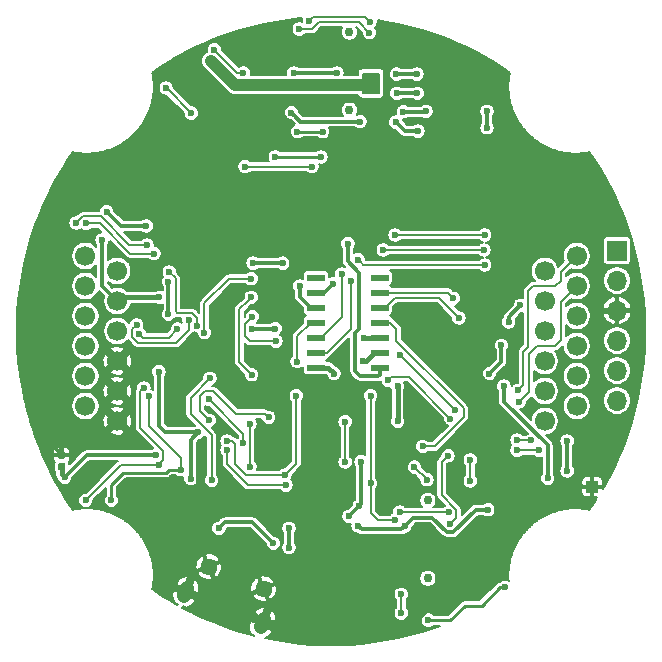
<source format=gbl>
G04 #@! TF.GenerationSoftware,KiCad,Pcbnew,(5.0.0)*
G04 #@! TF.CreationDate,2019-01-09T16:41:51-03:00*
G04 #@! TF.ProjectId,PCB_C,5043425F432E6B696361645F70636200,rev?*
G04 #@! TF.SameCoordinates,Original*
G04 #@! TF.FileFunction,Copper,L2,Bot,Signal*
G04 #@! TF.FilePolarity,Positive*
%FSLAX46Y46*%
G04 Gerber Fmt 4.6, Leading zero omitted, Abs format (unit mm)*
G04 Created by KiCad (PCBNEW (5.0.0)) date 01/09/19 16:41:51*
%MOMM*%
%LPD*%
G01*
G04 APERTURE LIST*
G04 #@! TA.AperFunction,ComponentPad*
%ADD10C,1.700000*%
G04 #@! TD*
G04 #@! TA.AperFunction,ComponentPad*
%ADD11C,0.750000*%
G04 #@! TD*
G04 #@! TA.AperFunction,SMDPad,CuDef*
%ADD12R,1.500000X0.600000*%
G04 #@! TD*
G04 #@! TA.AperFunction,Conductor*
%ADD13C,0.100000*%
G04 #@! TD*
G04 #@! TA.AperFunction,SMDPad,CuDef*
%ADD14C,0.590000*%
G04 #@! TD*
G04 #@! TA.AperFunction,ComponentPad*
%ADD15O,1.700000X1.700000*%
G04 #@! TD*
G04 #@! TA.AperFunction,ComponentPad*
%ADD16R,1.700000X1.700000*%
G04 #@! TD*
G04 #@! TA.AperFunction,ComponentPad*
%ADD17C,1.200000*%
G04 #@! TD*
G04 #@! TA.AperFunction,Conductor*
%ADD18C,1.200000*%
G04 #@! TD*
G04 #@! TA.AperFunction,ComponentPad*
%ADD19C,1.450000*%
G04 #@! TD*
G04 #@! TA.AperFunction,ComponentPad*
%ADD20C,6.200000*%
G04 #@! TD*
G04 #@! TA.AperFunction,ComponentPad*
%ADD21C,6.300000*%
G04 #@! TD*
G04 #@! TA.AperFunction,ComponentPad*
%ADD22R,1.000000X1.000000*%
G04 #@! TD*
G04 #@! TA.AperFunction,ViaPad*
%ADD23C,0.600000*%
G04 #@! TD*
G04 #@! TA.AperFunction,Conductor*
%ADD24C,0.500000*%
G04 #@! TD*
G04 #@! TA.AperFunction,Conductor*
%ADD25C,0.400000*%
G04 #@! TD*
G04 #@! TA.AperFunction,Conductor*
%ADD26C,0.300000*%
G04 #@! TD*
G04 #@! TA.AperFunction,Conductor*
%ADD27C,0.800000*%
G04 #@! TD*
G04 #@! TA.AperFunction,Conductor*
%ADD28C,1.000000*%
G04 #@! TD*
G04 #@! TA.AperFunction,Conductor*
%ADD29C,0.250000*%
G04 #@! TD*
G04 #@! TA.AperFunction,Conductor*
%ADD30C,0.200000*%
G04 #@! TD*
G04 APERTURE END LIST*
D10*
G04 #@! TO.P,J4,12*
G04 #@! TO.N,Net-(J4-Pad12)*
X18100000Y-7620000D03*
G04 #@! TO.P,J4,11*
G04 #@! TO.N,Net-(J4-Pad11)*
X18100000Y-5080000D03*
G04 #@! TO.P,J4,10*
G04 #@! TO.N,Net-(J4-Pad10)*
X18100000Y-2540000D03*
G04 #@! TO.P,J4,9*
G04 #@! TO.N,Net-(J4-Pad9)*
X18100000Y0D03*
G04 #@! TO.P,J4,8*
G04 #@! TO.N,Net-(J4-Pad8)*
X18100000Y2540000D03*
G04 #@! TO.P,J4,7*
G04 #@! TO.N,VBUS*
X18100000Y5080000D03*
G04 #@! TO.P,J4,6*
G04 #@! TO.N,Net-(J4-Pad6)*
X20800000Y-6350000D03*
G04 #@! TO.P,J4,5*
G04 #@! TO.N,Net-(J4-Pad5)*
X20800000Y-3810000D03*
G04 #@! TO.P,J4,4*
G04 #@! TO.N,Net-(J4-Pad4)*
X20800000Y-1270000D03*
G04 #@! TO.P,J4,3*
G04 #@! TO.N,Net-(J4-Pad3)*
X20800000Y1270000D03*
G04 #@! TO.P,J4,2*
G04 #@! TO.N,/EXT_IO1*
X20800000Y3810000D03*
G04 #@! TO.P,J4,1*
G04 #@! TO.N,/EXT_IO0*
X20800000Y6350000D03*
G04 #@! TO.P,J4,18*
G04 #@! TO.N,GND*
X-18100000Y-7620000D03*
G04 #@! TO.P,J4,17*
X-18100000Y-5080000D03*
G04 #@! TO.P,J4,16*
X-18100000Y-2540000D03*
G04 #@! TO.P,J4,15*
G04 #@! TO.N,+5V*
X-18100000Y0D03*
G04 #@! TO.P,J4,14*
G04 #@! TO.N,+3V3*
X-18100000Y2540000D03*
G04 #@! TO.P,J4,13*
G04 #@! TO.N,+BATT*
X-18100000Y5080000D03*
G04 #@! TO.P,J4,24*
G04 #@! TO.N,/SDA_EXT*
X-20800000Y-6350000D03*
G04 #@! TO.P,J4,23*
G04 #@! TO.N,/SCL_EXT*
X-20800000Y-3810000D03*
G04 #@! TO.P,J4,22*
G04 #@! TO.N,/EXT_CS*
X-20800000Y-1270000D03*
G04 #@! TO.P,J4,21*
G04 #@! TO.N,/EXT_SCLK*
X-20800000Y1270000D03*
G04 #@! TO.P,J4,20*
G04 #@! TO.N,/EXT_MISO*
X-20800000Y3810000D03*
G04 #@! TO.P,J4,19*
G04 #@! TO.N,/EXT_MOSI*
X-20800000Y6350000D03*
G04 #@! TD*
D11*
G04 #@! TO.P,J3,45*
G04 #@! TO.N,N/C*
X1550000Y25300000D03*
G04 #@! TO.P,J3,46*
X1550000Y18700000D03*
G04 #@! TO.P,J3,47*
X8200000Y-20927600D03*
G04 #@! TO.P,J3,48*
X8200000Y-14327600D03*
G04 #@! TD*
D12*
G04 #@! TO.P,U7,1*
G04 #@! TO.N,/+VREF*
X-1277600Y-3098800D03*
G04 #@! TO.P,U7,2*
G04 #@! TO.N,/I_SENSE_5V*
X-1277600Y-1828800D03*
G04 #@! TO.P,U7,3*
G04 #@! TO.N,/I_SENSE_3V3*
X-1277600Y-558800D03*
G04 #@! TO.P,U7,4*
G04 #@! TO.N,/MCLR*
X-1277600Y711200D03*
G04 #@! TO.P,U7,5*
G04 #@! TO.N,/V_SENSE_5V*
X-1277600Y1981200D03*
G04 #@! TO.P,U7,6*
G04 #@! TO.N,/V_SENSE_3V3*
X-1277600Y3251200D03*
G04 #@! TO.P,U7,7*
G04 #@! TO.N,Net-(U7-Pad7)*
X-1277600Y4521200D03*
G04 #@! TO.P,U7,8*
G04 #@! TO.N,Net-(U7-Pad8)*
X4122400Y4521200D03*
G04 #@! TO.P,U7,9*
G04 #@! TO.N,/SDA_PIC16*
X4122400Y3251200D03*
G04 #@! TO.P,U7,10*
G04 #@! TO.N,/SCL_PIC16*
X4122400Y1981200D03*
G04 #@! TO.P,U7,11*
G04 #@! TO.N,/I_SENSE_BATT*
X4122400Y711200D03*
G04 #@! TO.P,U7,12*
G04 #@! TO.N,/ICSPCLK*
X4122400Y-558800D03*
G04 #@! TO.P,U7,13*
G04 #@! TO.N,/ICSDAT*
X4122400Y-1828800D03*
G04 #@! TO.P,U7,14*
G04 #@! TO.N,GNDA*
X4122400Y-3098800D03*
G04 #@! TD*
D13*
G04 #@! TO.N,+3V3_Internal*
G04 #@! TO.C,C22*
G36*
X-22622242Y-11186510D02*
X-22607924Y-11188634D01*
X-22593883Y-11192151D01*
X-22580254Y-11197028D01*
X-22567169Y-11203217D01*
X-22554753Y-11210658D01*
X-22543127Y-11219281D01*
X-22532402Y-11229002D01*
X-22522681Y-11239727D01*
X-22514058Y-11251353D01*
X-22506617Y-11263769D01*
X-22500428Y-11276854D01*
X-22495551Y-11290483D01*
X-22492034Y-11304524D01*
X-22489910Y-11318842D01*
X-22489200Y-11333300D01*
X-22489200Y-11628300D01*
X-22489910Y-11642758D01*
X-22492034Y-11657076D01*
X-22495551Y-11671117D01*
X-22500428Y-11684746D01*
X-22506617Y-11697831D01*
X-22514058Y-11710247D01*
X-22522681Y-11721873D01*
X-22532402Y-11732598D01*
X-22543127Y-11742319D01*
X-22554753Y-11750942D01*
X-22567169Y-11758383D01*
X-22580254Y-11764572D01*
X-22593883Y-11769449D01*
X-22607924Y-11772966D01*
X-22622242Y-11775090D01*
X-22636700Y-11775800D01*
X-22981700Y-11775800D01*
X-22996158Y-11775090D01*
X-23010476Y-11772966D01*
X-23024517Y-11769449D01*
X-23038146Y-11764572D01*
X-23051231Y-11758383D01*
X-23063647Y-11750942D01*
X-23075273Y-11742319D01*
X-23085998Y-11732598D01*
X-23095719Y-11721873D01*
X-23104342Y-11710247D01*
X-23111783Y-11697831D01*
X-23117972Y-11684746D01*
X-23122849Y-11671117D01*
X-23126366Y-11657076D01*
X-23128490Y-11642758D01*
X-23129200Y-11628300D01*
X-23129200Y-11333300D01*
X-23128490Y-11318842D01*
X-23126366Y-11304524D01*
X-23122849Y-11290483D01*
X-23117972Y-11276854D01*
X-23111783Y-11263769D01*
X-23104342Y-11251353D01*
X-23095719Y-11239727D01*
X-23085998Y-11229002D01*
X-23075273Y-11219281D01*
X-23063647Y-11210658D01*
X-23051231Y-11203217D01*
X-23038146Y-11197028D01*
X-23024517Y-11192151D01*
X-23010476Y-11188634D01*
X-22996158Y-11186510D01*
X-22981700Y-11185800D01*
X-22636700Y-11185800D01*
X-22622242Y-11186510D01*
X-22622242Y-11186510D01*
G37*
D14*
G04 #@! TD*
G04 #@! TO.P,C22,1*
G04 #@! TO.N,+3V3_Internal*
X-22809200Y-11480800D03*
D13*
G04 #@! TO.N,GND*
G04 #@! TO.C,C22*
G36*
X-22622242Y-10216510D02*
X-22607924Y-10218634D01*
X-22593883Y-10222151D01*
X-22580254Y-10227028D01*
X-22567169Y-10233217D01*
X-22554753Y-10240658D01*
X-22543127Y-10249281D01*
X-22532402Y-10259002D01*
X-22522681Y-10269727D01*
X-22514058Y-10281353D01*
X-22506617Y-10293769D01*
X-22500428Y-10306854D01*
X-22495551Y-10320483D01*
X-22492034Y-10334524D01*
X-22489910Y-10348842D01*
X-22489200Y-10363300D01*
X-22489200Y-10658300D01*
X-22489910Y-10672758D01*
X-22492034Y-10687076D01*
X-22495551Y-10701117D01*
X-22500428Y-10714746D01*
X-22506617Y-10727831D01*
X-22514058Y-10740247D01*
X-22522681Y-10751873D01*
X-22532402Y-10762598D01*
X-22543127Y-10772319D01*
X-22554753Y-10780942D01*
X-22567169Y-10788383D01*
X-22580254Y-10794572D01*
X-22593883Y-10799449D01*
X-22607924Y-10802966D01*
X-22622242Y-10805090D01*
X-22636700Y-10805800D01*
X-22981700Y-10805800D01*
X-22996158Y-10805090D01*
X-23010476Y-10802966D01*
X-23024517Y-10799449D01*
X-23038146Y-10794572D01*
X-23051231Y-10788383D01*
X-23063647Y-10780942D01*
X-23075273Y-10772319D01*
X-23085998Y-10762598D01*
X-23095719Y-10751873D01*
X-23104342Y-10740247D01*
X-23111783Y-10727831D01*
X-23117972Y-10714746D01*
X-23122849Y-10701117D01*
X-23126366Y-10687076D01*
X-23128490Y-10672758D01*
X-23129200Y-10658300D01*
X-23129200Y-10363300D01*
X-23128490Y-10348842D01*
X-23126366Y-10334524D01*
X-23122849Y-10320483D01*
X-23117972Y-10306854D01*
X-23111783Y-10293769D01*
X-23104342Y-10281353D01*
X-23095719Y-10269727D01*
X-23085998Y-10259002D01*
X-23075273Y-10249281D01*
X-23063647Y-10240658D01*
X-23051231Y-10233217D01*
X-23038146Y-10227028D01*
X-23024517Y-10222151D01*
X-23010476Y-10218634D01*
X-22996158Y-10216510D01*
X-22981700Y-10215800D01*
X-22636700Y-10215800D01*
X-22622242Y-10216510D01*
X-22622242Y-10216510D01*
G37*
D14*
G04 #@! TD*
G04 #@! TO.P,C22,2*
G04 #@! TO.N,GND*
X-22809200Y-10510800D03*
D15*
G04 #@! TO.P,J1,6*
G04 #@! TO.N,/EN*
X24206200Y-5892800D03*
G04 #@! TO.P,J1,5*
G04 #@! TO.N,/RX_DEBUG*
X24206200Y-3352800D03*
G04 #@! TO.P,J1,4*
G04 #@! TO.N,/TX_DEBUG*
X24206200Y-812800D03*
G04 #@! TO.P,J1,3*
G04 #@! TO.N,GND*
X24206200Y1727200D03*
G04 #@! TO.P,J1,2*
G04 #@! TO.N,/GPIO0*
X24206200Y4267200D03*
D16*
G04 #@! TO.P,J1,1*
G04 #@! TO.N,+3V3_Internal*
X24206200Y6807200D03*
G04 #@! TD*
D17*
G04 #@! TO.P,J5,6*
G04 #@! TO.N,GND*
X-5803632Y-24708913D03*
D18*
G04 #@! TD*
G04 #@! TO.N,GND*
G04 #@! TO.C,J5*
X-5672520Y-24384399D02*
X-5934744Y-25033427D01*
D17*
G04 #@! TO.P,J5,6*
G04 #@! TO.N,GND*
X-12293919Y-22086667D03*
D18*
G04 #@! TD*
G04 #@! TO.N,GND*
G04 #@! TO.C,J5*
X-12425031Y-22411181D02*
X-12162807Y-21762153D01*
D19*
G04 #@! TO.P,J5,6*
G04 #@! TO.N,GND*
X-5719378Y-21830910D03*
X-10355297Y-19957877D03*
G04 #@! TD*
D20*
G04 #@! TO.P,MH1,3*
G04 #@! TO.N,GND*
X0Y-20200000D03*
D21*
G04 #@! TO.P,MH1,1*
X-12500000Y13500000D03*
D20*
G04 #@! TO.P,MH1,2*
X12500000Y13500000D03*
G04 #@! TD*
D22*
G04 #@! TO.P,TP5,1*
G04 #@! TO.N,GND*
X22100000Y-13200000D03*
G04 #@! TD*
D23*
G04 #@! TO.N,GND*
X3454400Y24180800D03*
X3454400Y23469600D03*
X-203200Y23876000D03*
X5892800Y-19405600D03*
X6451600Y-19050000D03*
X406400Y24231600D03*
X-5486400Y-20472400D03*
X-14986000Y203200D03*
X-20015200Y13817600D03*
X-12039600Y-15595600D03*
X-14528800Y-13716000D03*
X-14833600Y-16967200D03*
X10007600Y-19761200D03*
X10007600Y-19050000D03*
X6451600Y-19761200D03*
X-10769600Y-10515600D03*
X-8534400Y9398000D03*
X-5283200Y-11176000D03*
X-11785602Y-4673600D03*
X-8737600Y19151600D03*
X15443200Y-2641604D03*
X-11328400Y4876800D03*
X12700000Y-9194800D03*
X8458200Y9550400D03*
X17399000Y7493000D03*
X5820790Y-14478000D03*
X-8432800Y-17018000D03*
X-7416800Y-14935200D03*
X406400Y23459612D03*
X-4775204Y16560800D03*
X-11430000Y-2844800D03*
X-16916400Y-12750800D03*
X8026400Y12242800D03*
G04 #@! TO.N,+BATT*
X3200400Y20980400D03*
X3200400Y20370800D03*
X3810000Y20624800D03*
X3810000Y21285200D03*
X-10160000Y22860000D03*
X5537200Y21742400D03*
X7285600Y21742400D03*
X3205512Y21503753D03*
G04 #@! TO.N,+3V3_Internal*
X2438396Y17729200D03*
X-13766800Y1422400D03*
X-13766794Y4165600D03*
X-14579600Y-3454400D03*
X-11226800Y-8585200D03*
X5571977Y20116794D03*
X7315200Y20116800D03*
X16027400Y2159000D03*
X-22555200Y-12395200D03*
X-11887200Y-12496800D03*
X-14782800Y-10515600D03*
X-15646400Y8890000D03*
X-18999200Y10109200D03*
X14427200Y-1219200D03*
X15036800Y762000D03*
X13411202Y-3606800D03*
X-3352800Y18491200D03*
G04 #@! TO.N,+3V3*
X14630400Y-4673600D03*
X-3556001Y-18338800D03*
X8229600Y-24485600D03*
X-14528800Y2844800D03*
X-3556000Y-16713200D03*
X18338800Y-12491810D03*
X14732000Y-21717000D03*
X-19400000Y7700000D03*
G04 #@! TO.N,/V_SENSE_3V3*
X203200Y4013200D03*
G04 #@! TO.N,/I_SENSE_5V*
X-711200Y16865600D03*
X-2844800Y16865600D03*
X1676400Y4267200D03*
G04 #@! TO.N,/I_SENSE_BATT*
X7759867Y-9769667D03*
X11785602Y-12700000D03*
X11785600Y-10922000D03*
G04 #@! TO.N,/+VREF*
X6125600Y18567400D03*
X254000Y-3606800D03*
X8026400Y18592800D03*
G04 #@! TO.N,VBUS*
X-4876800Y-17983200D03*
X2286001Y-16510000D03*
X6248400Y-16510000D03*
X19989800Y-9321800D03*
X19989800Y-11861800D03*
X-9499600Y-16713200D03*
X13309600Y-15138404D03*
G04 #@! TO.N,/CHG_DETECT*
X-10261600Y-4013200D03*
X-6756400Y4419600D03*
X-10718800Y-152400D03*
X-10109200Y-12649200D03*
G04 #@! TO.N,+5V*
X-3149600Y21830010D03*
X508000Y21844000D03*
G04 #@! TO.N,/SCL*
X-14986000Y6553200D03*
X-15849600Y-4826000D03*
X-3911600Y-12192000D03*
X-13703687Y4988050D03*
X-20777200Y-14355590D03*
X-2946400Y-5486400D03*
X-14579600Y-11328400D03*
X-8800000Y-9319987D03*
X-20759807Y9112919D03*
X-11328400Y457200D03*
G04 #@! TO.N,/SDA*
X-15595600Y7264400D03*
X-15392400Y-5537200D03*
X-3810000Y-13055600D03*
X3352800Y-12903200D03*
X-18592800Y-14355590D03*
X5429603Y-16012346D03*
X3352808Y-5486400D03*
X-12700000Y-11756010D03*
X-8800000Y-10100000D03*
X-21589998Y9144000D03*
G04 #@! TO.N,/V_SENSE_5V*
X-2641600Y3810000D03*
G04 #@! TO.N,/I_SENSE_3V3*
X914400Y4826000D03*
G04 #@! TO.N,/CS*
X-10363200Y-5791200D03*
X-7467600Y-9499600D03*
X2540000Y-11074400D03*
X1524000Y-15697198D03*
X2387600Y-14833598D03*
G04 #@! TO.N,/SDI*
X-10312400Y-7569200D03*
X-5283200Y-7315200D03*
G04 #@! TO.N,/SDO*
X5943600Y-22301190D03*
X5943600Y-23892022D03*
G04 #@! TO.N,/SCLK*
X-6858000Y-11480800D03*
X-6858000Y-7873990D03*
G04 #@! TO.N,/S_GLOBO*
X9956800Y-15341600D03*
X1193800Y-7696200D03*
X1193800Y-11099800D03*
X5820790Y-15337519D03*
G04 #@! TO.N,/CHG*
X-6731000Y-3708400D03*
X-6756400Y2844800D03*
G04 #@! TO.N,/P1*
X-1828800Y26263600D03*
X3302000Y26162000D03*
X5638800Y-4673592D03*
X5638800Y-7641210D03*
G04 #@! TO.N,/GPOUT*
X-6654800Y1219200D03*
X-4673600Y-863600D03*
X7061200Y-11531600D03*
X8128000Y-12598398D03*
G04 #@! TO.N,/GPS_TX*
X-2692400Y25552400D03*
X-6705600Y203200D03*
X-4724400Y203200D03*
X3251200Y25247600D03*
X-4724400Y14732000D03*
X-863600Y14732000D03*
G04 #@! TO.N,/SCL_EXT*
X-12039600Y914400D03*
X-16459204Y508000D03*
G04 #@! TO.N,/SDA_EXT*
X-13004800Y152400D03*
X-16226410Y-258343D03*
G04 #@! TO.N,/EXT_IO0*
X15798800Y-5029200D03*
G04 #@! TO.N,/EXT_IO1*
X15929990Y-5994400D03*
G04 #@! TO.N,/IO_EN*
X10515600Y-6705599D03*
X5842000Y-2032002D03*
G04 #@! TO.N,/SCL_PIC16*
X10820400Y1092200D03*
G04 #@! TO.N,/SDA_PIC16*
X10363204Y2768600D03*
G04 #@! TO.N,/GPIO0*
X10109200Y-16357600D03*
X9906000Y-10566400D03*
X16967196Y-9245600D03*
X15747998Y-9245600D03*
G04 #@! TO.N,/EN*
X-6604000Y5740400D03*
X17576800Y-10109200D03*
X15747998Y-10109200D03*
X-4089000Y5740394D03*
G04 #@! TO.N,/MCLR*
X-2870200Y-2590800D03*
X13004800Y5588000D03*
X2286000Y6045200D03*
G04 #@! TO.N,/ICSDAT*
X12954000Y6858000D03*
X4419600Y6857998D03*
X2743200Y-2540000D03*
G04 #@! TO.N,/ICSPCLK*
X2794000Y-558800D03*
X13004800Y8128000D03*
X5410200Y8128000D03*
G04 #@! TO.N,/AUX_ENABLE*
X-13970000Y20574000D03*
X-11836400Y18440398D03*
X10109200Y-7416800D03*
X4826000Y-4165600D03*
X-7284800Y13919200D03*
X-7416800Y21844000D03*
X-9883481Y23800190D03*
X-1625600Y13919200D03*
G04 #@! TO.N,GNDA*
X1422400Y7387200D03*
X5486400Y17678400D03*
X13208000Y18592800D03*
X13208000Y17201600D03*
X7366000Y16916400D03*
G04 #@! TD*
D24*
G04 #@! TO.N,GND*
X-17998400Y-2438400D02*
X-18100000Y-2540000D01*
D25*
X-14528800Y-16662400D02*
X-14833600Y-16967200D01*
X-14528800Y-13716000D02*
X-14528800Y-16662400D01*
D26*
X-23723600Y-9596400D02*
X-22809200Y-10510800D01*
X-20015200Y13817600D02*
X-23723600Y10109200D01*
X-23723600Y10109200D02*
X-23723600Y-9596400D01*
D25*
X-18034000Y-7620000D02*
X-18100000Y-7620000D01*
X-19405600Y13817600D02*
X-14732000Y18491200D01*
X-20015200Y13817600D02*
X-19405600Y13817600D01*
X-14732000Y18491200D02*
X-14732000Y21488400D01*
X-14732000Y21488400D02*
X-13462000Y22758400D01*
X-13462000Y22758400D02*
X-11684000Y22758400D01*
X-11684000Y22758400D02*
X-8788400Y19862800D01*
D26*
X-10769600Y-10515600D02*
X-10769600Y-10566400D01*
X-10769600Y-10566400D02*
X-11226800Y-11023600D01*
D25*
X-8737600Y19812000D02*
X-8788400Y19862800D01*
X-8737600Y19151600D02*
X-8737600Y19812000D01*
D26*
X4724400Y20015200D02*
X4724400Y23418800D01*
X3708400Y18999200D02*
X4724400Y20015200D01*
D24*
X-5803632Y-24708913D02*
X6925885Y-24708913D01*
X6925885Y-24708913D02*
X13004800Y-18629998D01*
D26*
X-8534400Y8973736D02*
X-8534400Y9398000D01*
X-8534400Y7246536D02*
X-8534400Y8973736D01*
X-10904136Y4876800D02*
X-8534400Y7246536D01*
X-11328400Y4876800D02*
X-10904136Y4876800D01*
X-8534400Y18948400D02*
X-8737600Y19151600D01*
X-8534400Y9398000D02*
X-8534400Y18948400D01*
D24*
X23004119Y1727200D02*
X24206200Y1727200D01*
X22707600Y1430681D02*
X23004119Y1727200D01*
X22707600Y-10261600D02*
X22707600Y1430681D01*
X15970001Y-16999199D02*
X22707600Y-10261600D01*
X14635599Y-16999199D02*
X15970001Y-16999199D01*
X13004800Y-18629998D02*
X14635599Y-16999199D01*
X14732000Y21031200D02*
X12344400Y23418800D01*
X22555200Y2176119D02*
X22555200Y12547600D01*
X20218400Y14884400D02*
X18135600Y14884400D01*
X23004119Y1727200D02*
X22555200Y2176119D01*
X18135600Y14884400D02*
X14732000Y18288000D01*
X22555200Y12547600D02*
X20218400Y14884400D01*
X14732000Y18288000D02*
X14732000Y21031200D01*
D25*
X15143201Y-2941603D02*
X15443200Y-2641604D01*
X13004800Y-6096000D02*
X13004800Y-5080004D01*
X13004800Y-5080004D02*
X15143201Y-2941603D01*
X12700000Y-9194800D02*
X12700000Y-8770536D01*
D24*
X12344400Y23418800D02*
X10972800Y23418800D01*
X10972800Y23418800D02*
X4724400Y23418800D01*
D25*
X2794000Y18999200D02*
X3708400Y18999200D01*
X1930400Y19862800D02*
X2794000Y18999200D01*
X-4368800Y19862800D02*
X1930400Y19862800D01*
X-8788400Y19862800D02*
X-4368800Y19862800D01*
X12700000Y-6400800D02*
X13004800Y-6096000D01*
X12700000Y-8770536D02*
X12700000Y-6400800D01*
X-8890000Y2184400D02*
X-7467600Y3606800D01*
X-5283200Y-11176000D02*
X-4267200Y-10160000D01*
X-7467600Y3606800D02*
X-5191194Y3606800D01*
X-5191194Y3606800D02*
X-3383998Y5413996D01*
X-3383998Y6117602D02*
X-6664396Y9398000D01*
X-4267200Y-6731000D02*
X-5410200Y-5588000D01*
X-6664396Y9398000D02*
X-8110136Y9398000D01*
X-4267200Y-10160000D02*
X-4267200Y-6731000D01*
X-5410200Y-5588000D02*
X-7061200Y-5588000D01*
X-8110136Y9398000D02*
X-8534400Y9398000D01*
X-8890000Y-3759200D02*
X-8890000Y2184400D01*
X-7061200Y-5588000D02*
X-8890000Y-3759200D01*
X-8686800Y-21825745D02*
X-5803632Y-24708913D01*
X-14732000Y-16865600D02*
X-14833600Y-16967200D01*
X-10566400Y-16865600D02*
X-14732000Y-16865600D01*
X-10566400Y-16865600D02*
X-10566400Y-17170400D01*
X-9855200Y-17881600D02*
X-8478426Y-17881600D01*
X-10566400Y-17170400D02*
X-9855200Y-17881600D01*
X-8432800Y-17018000D02*
X-8478426Y-17881600D01*
X-8478426Y-17881600D02*
X-8686800Y-21825745D01*
D26*
X-7416800Y-14935200D02*
X-11226800Y-14935200D01*
X-11226800Y-11023600D02*
X-11226800Y-14935200D01*
X-11226800Y-14935200D02*
X-11226800Y-16865600D01*
X12999999Y-9494799D02*
X12700000Y-9194800D01*
X13665200Y-10160000D02*
X12999999Y-9494799D01*
X13665200Y-13970000D02*
X13665200Y-10160000D01*
X13990402Y-14295202D02*
X13665200Y-13970000D01*
X13004800Y-18629998D02*
X13990402Y-17644396D01*
X13990402Y-17644396D02*
X13990402Y-14295202D01*
D24*
X830664Y23459612D02*
X406400Y23459612D01*
X4683588Y23459612D02*
X830664Y23459612D01*
X4724400Y23418800D02*
X4683588Y23459612D01*
D25*
X-3383998Y5413996D02*
X-3383998Y6117602D01*
X-4368800Y19862800D02*
X-4368800Y16967204D01*
X-4475205Y16860799D02*
X-4775204Y16560800D01*
X-4368800Y16967204D02*
X-4475205Y16860799D01*
X12413064Y-8483600D02*
X12700000Y-8770536D01*
X10922000Y-8483600D02*
X12413064Y-8483600D01*
X8737600Y-10668000D02*
X10922000Y-8483600D01*
X6654800Y-10668000D02*
X8737600Y-10668000D01*
X5820790Y-14478000D02*
X5820790Y-11502010D01*
X5820790Y-11502010D02*
X6654800Y-10668000D01*
D24*
X3708400Y16560800D02*
X3708400Y18999200D01*
X8458200Y9550400D02*
X8458200Y11811000D01*
X8458200Y11811000D02*
X8026400Y12242800D01*
X8026400Y12242800D02*
X3708400Y16560800D01*
D27*
G04 #@! TO.N,+BATT*
X2776136Y20980400D02*
X3200400Y20980400D01*
X2658134Y20862398D02*
X2776136Y20980400D01*
D26*
X5537200Y21742400D02*
X7285600Y21742400D01*
D28*
X-8113199Y20813199D02*
X2608935Y20813199D01*
X2608935Y20813199D02*
X2658134Y20862398D01*
X-10160000Y22860000D02*
X-8113199Y20813199D01*
D26*
G04 #@! TO.N,+3V3_Internal*
X-13766800Y4165594D02*
X-13766794Y4165600D01*
X-13766800Y1422400D02*
X-13766800Y4165594D01*
X-14579600Y-3454400D02*
X-14579600Y-8026400D01*
X-14579600Y-8026400D02*
X-14020800Y-8585200D01*
X-14020800Y-8585200D02*
X-11226800Y-8585200D01*
X7315194Y20116794D02*
X7315200Y20116800D01*
X5571977Y20116794D02*
X7315194Y20116794D01*
D25*
X-22809200Y-12141200D02*
X-22555200Y-12395200D01*
X-22809200Y-11480800D02*
X-22809200Y-12141200D01*
D26*
X-11226800Y-8585200D02*
X-11887200Y-9245600D01*
X-11887200Y-9245600D02*
X-11887200Y-12496800D01*
X-22555200Y-12395200D02*
X-20675600Y-10515600D01*
X-20675600Y-10515600D02*
X-15207064Y-10515600D01*
X-15207064Y-10515600D02*
X-14782800Y-10515600D01*
X-15646400Y8890000D02*
X-17780000Y8890000D01*
X-17780000Y8890000D02*
X-18999200Y10109200D01*
X16027400Y2159000D02*
X15036800Y1168400D01*
X15036800Y1168400D02*
X15036800Y762000D01*
X13411202Y-3606798D02*
X13411202Y-3606800D01*
X14427200Y-1219200D02*
X14427200Y-2590800D01*
X14427200Y-2590800D02*
X13411202Y-3606798D01*
X2438396Y17729200D02*
X-2590800Y17729200D01*
X-2590800Y17729200D02*
X-3052801Y18191201D01*
X-3052801Y18191201D02*
X-3352800Y18491200D01*
G04 #@! TO.N,+3V3*
X-18100000Y2540000D02*
X-17424400Y2540000D01*
D25*
X-17795200Y2844800D02*
X-18100000Y2540000D01*
X-14528800Y2844800D02*
X-17795200Y2844800D01*
D26*
X-3556000Y-17137464D02*
X-3556000Y-16713200D01*
X-3556001Y-18338800D02*
X-3556000Y-17137464D01*
X-18100000Y2540000D02*
X-19400000Y3840000D01*
X-19400000Y3840000D02*
X-19400000Y7275736D01*
X-19400000Y7275736D02*
X-19400000Y7700000D01*
X14630400Y-4673600D02*
X14630400Y-5976396D01*
X18338800Y-9684796D02*
X18338800Y-12067546D01*
X18338800Y-12067546D02*
X18338800Y-12491810D01*
X14630400Y-5976396D02*
X18338800Y-9684796D01*
D29*
X14307736Y-21717000D02*
X14732000Y-21717000D01*
X12758336Y-23266400D02*
X14307736Y-21717000D01*
X11328400Y-23266400D02*
X12758336Y-23266400D01*
X8229600Y-24485600D02*
X10109200Y-24485600D01*
X10109200Y-24485600D02*
X11328400Y-23266400D01*
D30*
G04 #@! TO.N,/V_SENSE_3V3*
X-1277600Y3251200D02*
X-1727600Y3251200D01*
D26*
X-1277600Y3251200D02*
X-558800Y3251200D01*
X-558800Y3251200D02*
X203200Y4013200D01*
D29*
G04 #@! TO.N,/I_SENSE_5V*
X-711200Y16865600D02*
X-2844800Y16865600D01*
D30*
X1676400Y3860800D02*
X1676400Y4267200D01*
X1676400Y175200D02*
X1676400Y3860800D01*
X-1277600Y-1828800D02*
X-327600Y-1828800D01*
X-327600Y-1828800D02*
X1676400Y175200D01*
G04 #@! TO.N,/I_SENSE_BATT*
X8772333Y-9769667D02*
X11226800Y-7315200D01*
X7759867Y-9769667D02*
X8772333Y-9769667D01*
X11226800Y-7315200D02*
X11226800Y-6553200D01*
X11226800Y-6553200D02*
X5537200Y-863600D01*
X5537200Y-863600D02*
X5537200Y203200D01*
X5029200Y711200D02*
X4122400Y711200D01*
X5537200Y203200D02*
X5029200Y711200D01*
X11785602Y-12700000D02*
X11785602Y-10922002D01*
X11785602Y-10922002D02*
X11785600Y-10922000D01*
D25*
G04 #@! TO.N,/+VREF*
X-227600Y-3098800D02*
X254000Y-3580400D01*
X-1277600Y-3098800D02*
X-227600Y-3098800D01*
D26*
X254000Y-3580400D02*
X254000Y-3606800D01*
X6125600Y18567400D02*
X8001000Y18567400D01*
X8001000Y18567400D02*
X8026400Y18592800D01*
G04 #@! TO.N,VBUS*
X2586000Y-16809999D02*
X5948401Y-16809999D01*
X2286001Y-16510000D02*
X2586000Y-16809999D01*
X5948401Y-16809999D02*
X6248400Y-16510000D01*
X19989800Y-9321800D02*
X19989800Y-11861800D01*
X-9499600Y-16713200D02*
X-8991600Y-16205200D01*
X-6654800Y-16205200D02*
X-4876800Y-17983200D01*
X-8991600Y-16205200D02*
X-6654800Y-16205200D01*
D29*
X-4876800Y-17983200D02*
X-4876800Y-17983200D01*
D26*
X6959600Y-15798800D02*
X8585200Y-15798800D01*
X6248400Y-16510000D02*
X6959600Y-15798800D01*
X8585200Y-15798800D02*
X9804400Y-17018000D01*
X13309596Y-15138400D02*
X13309600Y-15138404D01*
X9804400Y-17018000D02*
X10363200Y-17018000D01*
X10363200Y-17018000D02*
X12242800Y-15138400D01*
X12242800Y-15138400D02*
X13309596Y-15138400D01*
D30*
G04 #@! TO.N,/CHG_DETECT*
X-10718800Y2336800D02*
X-10718800Y-152400D01*
X-6756400Y4419600D02*
X-8636000Y4419600D01*
X-8636000Y4419600D02*
X-10718800Y2336800D01*
X-11887200Y-5638800D02*
X-11887200Y-7061200D01*
X-10261600Y-4013200D02*
X-11887200Y-5638800D01*
X-11887200Y-7061200D02*
X-10109200Y-8839200D01*
X-10109200Y-8839200D02*
X-10109200Y-12224936D01*
X-10109200Y-12224936D02*
X-10109200Y-12649200D01*
D26*
G04 #@! TO.N,+5V*
X-3149600Y21830010D02*
X494010Y21830010D01*
X494010Y21830010D02*
X508000Y21844000D01*
D30*
G04 #@! TO.N,/SCL*
X-2946400Y-11226800D02*
X-2946400Y-5910664D01*
X-3911600Y-12192000D02*
X-2946400Y-11226800D01*
X-2946400Y-5910664D02*
X-2946400Y-5486400D01*
X-15003864Y-11328400D02*
X-14579600Y-11328400D01*
X-17750010Y-11328400D02*
X-15003864Y-11328400D01*
X-20777200Y-14355590D02*
X-17750010Y-11328400D01*
X-14202798Y-10951598D02*
X-14279601Y-11028401D01*
X-14202798Y-10186398D02*
X-14202798Y-10951598D01*
X-16149599Y-5125999D02*
X-16149599Y-8239597D01*
X-16149599Y-8239597D02*
X-14202798Y-10186398D01*
X-15849600Y-4826000D02*
X-16149599Y-5125999D01*
X-14279601Y-11028401D02*
X-14579600Y-11328400D01*
X-8119998Y-11285602D02*
X-8119998Y-9575725D01*
X-7213600Y-12192000D02*
X-8119998Y-11285602D01*
X-8119998Y-9575725D02*
X-8375736Y-9319987D01*
X-3911600Y-12192000D02*
X-7213600Y-12192000D01*
X-8375736Y-9319987D02*
X-8800000Y-9319987D01*
X-3911600Y-12192000D02*
X-3911600Y-12192000D01*
X-19577719Y9112919D02*
X-20335543Y9112919D01*
X-17018000Y6553200D02*
X-19577719Y9112919D01*
X-20335543Y9112919D02*
X-20759807Y9112919D01*
X-14986000Y6553200D02*
X-17018000Y6553200D01*
X-11328400Y1066800D02*
X-11328400Y457200D01*
X-11785600Y1524000D02*
X-11328400Y1066800D01*
X-13004800Y1524000D02*
X-11785600Y1524000D01*
X-13157200Y1676400D02*
X-13004800Y1524000D01*
X-13703687Y4988050D02*
X-13157200Y4441563D01*
X-13157200Y4441563D02*
X-13157200Y1676400D01*
G04 #@! TO.N,/SDA*
X5419257Y-16002000D02*
X5429603Y-16012346D01*
X3962400Y-16002000D02*
X5419257Y-16002000D01*
X3352800Y-12903200D02*
X3352800Y-15392400D01*
X3352800Y-15392400D02*
X3962400Y-16002000D01*
X3352800Y-12903200D02*
X3352800Y-5486408D01*
X3352800Y-5486408D02*
X3352808Y-5486400D01*
X-12700000Y-11331746D02*
X-12700000Y-11756010D01*
X-12700000Y-10769600D02*
X-12700000Y-11331746D01*
X-15392400Y-5537200D02*
X-15392400Y-8077200D01*
X-15392400Y-8077200D02*
X-12700000Y-10769600D01*
X-3810000Y-13055600D02*
X-7010400Y-13055600D01*
X-7010400Y-13055600D02*
X-8800000Y-11266000D01*
X-8800000Y-10524264D02*
X-8800000Y-10100000D01*
X-8800000Y-11266000D02*
X-8800000Y-10524264D01*
X-21040385Y9693613D02*
X-21289999Y9443999D01*
X-15595600Y7264400D02*
X-17068800Y7264400D01*
X-21289999Y9443999D02*
X-21589998Y9144000D01*
X-19498013Y9693613D02*
X-21040385Y9693613D01*
X-17068800Y7264400D02*
X-19498013Y9693613D01*
D29*
X-13124264Y-11756010D02*
X-12700000Y-11756010D01*
X-13755074Y-11756010D02*
X-13124264Y-11756010D01*
X-13987864Y-11988800D02*
X-13755074Y-11756010D01*
X-17576800Y-11988800D02*
X-13987864Y-11988800D01*
X-18592800Y-14355590D02*
X-18592800Y-13004800D01*
X-18592800Y-13004800D02*
X-17576800Y-11988800D01*
D26*
G04 #@! TO.N,/V_SENSE_5V*
X-1277600Y1981200D02*
X-1727600Y1981200D01*
X-1727600Y1981200D02*
X-2641600Y2895200D01*
X-2641600Y2895200D02*
X-2641600Y3385736D01*
X-2641600Y3385736D02*
X-2641600Y3810000D01*
D30*
G04 #@! TO.N,/I_SENSE_3V3*
X914400Y4401736D02*
X914400Y4826000D01*
X914400Y1183200D02*
X914400Y4401736D01*
X-1277600Y-558800D02*
X-827600Y-558800D01*
X-827600Y-558800D02*
X914400Y1183200D01*
G04 #@! TO.N,/CS*
X-7467600Y-8686800D02*
X-10363200Y-5791200D01*
X-7467600Y-9499600D02*
X-7467600Y-8686800D01*
D26*
X2387602Y-14833598D02*
X2387600Y-14833598D01*
X2540000Y-11074400D02*
X2540000Y-14681200D01*
X2540000Y-14681200D02*
X2387602Y-14833598D01*
X1524000Y-15697198D02*
X2387600Y-14833598D01*
D30*
G04 #@! TO.N,/SDI*
X-10312400Y-7569200D02*
X-11125200Y-6756400D01*
X-11125200Y-6756400D02*
X-11125200Y-5537200D01*
X-11125200Y-5537200D02*
X-10668000Y-5080000D01*
X-5583199Y-7015201D02*
X-5283200Y-7315200D01*
X-10668000Y-5080000D02*
X-10007600Y-5080000D01*
X-8072399Y-7015201D02*
X-5583199Y-7015201D01*
X-10007600Y-5080000D02*
X-8072399Y-7015201D01*
G04 #@! TO.N,/SDO*
X5943600Y-23892022D02*
X5943600Y-22301190D01*
G04 #@! TO.N,/SCLK*
X-6858000Y-11480800D02*
X-6858000Y-7873990D01*
G04 #@! TO.N,/S_GLOBO*
X1193800Y-7696200D02*
X1193800Y-11099800D01*
X5824871Y-15341600D02*
X5820790Y-15337519D01*
X9956800Y-15341600D02*
X5824871Y-15341600D01*
G04 #@! TO.N,/CHG*
X-7772400Y1828800D02*
X-7056399Y2544801D01*
X-7056399Y2544801D02*
X-6756400Y2844800D01*
X-6731000Y-3708400D02*
X-7772400Y-2667000D01*
X-7772400Y-2667000D02*
X-7772400Y1828800D01*
G04 #@! TO.N,/P1*
X2900401Y26563599D02*
X3302000Y26162000D01*
X-1828800Y26263600D02*
X-1528801Y26563599D01*
X-1528801Y26563599D02*
X2900401Y26563599D01*
D25*
X5638800Y-4673592D02*
X5638800Y-7641210D01*
D30*
G04 #@! TO.N,/GPOUT*
X7828001Y-12298399D02*
X8128000Y-12598398D01*
X7361201Y-11831599D02*
X7828001Y-12298399D01*
X7061200Y-11531600D02*
X7361201Y-11831599D01*
X-4673600Y-863600D02*
X-6858000Y-863600D01*
X-6858000Y-863600D02*
X-7315200Y-406400D01*
X-7315200Y558800D02*
X-6654800Y1219200D01*
X-7315200Y-406400D02*
X-7315200Y558800D01*
G04 #@! TO.N,/GPS_TX*
X-2692400Y25552400D02*
X-1625600Y25552400D01*
X-1625600Y25552400D02*
X-1016000Y26162000D01*
X-1016000Y26162000D02*
X2336800Y26162000D01*
D26*
X-6705600Y203200D02*
X-4724400Y203200D01*
D30*
X2336800Y26162000D02*
X3251200Y25247600D01*
D29*
X-4724400Y14732000D02*
X-863600Y14732000D01*
D30*
G04 #@! TO.N,/SCL_EXT*
X-16459200Y508000D02*
X-16459204Y508000D01*
X-12039600Y914400D02*
X-12141200Y812800D01*
X-16459204Y508000D02*
X-16814800Y152404D01*
X-16814800Y-528355D02*
X-16327155Y-1016000D01*
X-16814800Y152404D02*
X-16814800Y-528355D01*
X-16327155Y-1016000D02*
X-13157200Y-1016000D01*
X-12039600Y101600D02*
X-12039600Y914400D01*
X-13157200Y-1016000D02*
X-12039600Y101600D01*
G04 #@! TO.N,/SDA_EXT*
X-13715542Y-558342D02*
X-15926411Y-558342D01*
X-15926411Y-558342D02*
X-16226410Y-258343D01*
X-13004800Y152400D02*
X-13715542Y-558342D01*
G04 #@! TO.N,/EXT_IO0*
X19456400Y5006400D02*
X20800000Y6350000D01*
X19456400Y4267200D02*
X19456400Y5006400D01*
X18973800Y3784600D02*
X19456400Y4267200D01*
X16251199Y-4576801D02*
X16251199Y-1757401D01*
X15798800Y-5029200D02*
X16251199Y-4576801D01*
X16251199Y-1757401D02*
X16687800Y-1320800D01*
X16687800Y-1320800D02*
X16687800Y3378200D01*
X16687800Y3378200D02*
X17094200Y3784600D01*
X17094200Y3784600D02*
X18973800Y3784600D01*
G04 #@! TO.N,/EXT_IO1*
X19456400Y2466400D02*
X20800000Y3810000D01*
X16764000Y-5160390D02*
X16764000Y-1930400D01*
X16764000Y-1930400D02*
X17424400Y-1270000D01*
X15929990Y-5994400D02*
X16764000Y-5160390D01*
X18973800Y-1270000D02*
X19456400Y-787400D01*
X17424400Y-1270000D02*
X18973800Y-1270000D01*
X19456400Y-787400D02*
X19456400Y2466400D01*
G04 #@! TO.N,/IO_EN*
X5842003Y-2032002D02*
X5842000Y-2032002D01*
X10515600Y-6705599D02*
X5842003Y-2032002D01*
G04 #@! TO.N,/SCL_PIC16*
X10820400Y1117600D02*
X10820400Y1092200D01*
X9118600Y2819400D02*
X10820400Y1117600D01*
X5410600Y2819400D02*
X9118600Y2819400D01*
X4122400Y1981200D02*
X4572400Y1981200D01*
X4572400Y1981200D02*
X5410600Y2819400D01*
G04 #@! TO.N,/SDA_PIC16*
X10063205Y3068599D02*
X10363204Y2768600D01*
X9880604Y3251200D02*
X10063205Y3068599D01*
X4122400Y3251200D02*
X9880604Y3251200D01*
G04 #@! TO.N,/GPIO0*
X9352001Y-11120399D02*
X9606001Y-10866399D01*
X9606001Y-10866399D02*
X9906000Y-10566400D01*
X16967196Y-9245600D02*
X15747998Y-9245600D01*
X10109200Y-16357600D02*
X10617200Y-15849600D01*
X9352001Y-13878399D02*
X9352001Y-11120399D01*
X10617200Y-15143598D02*
X9352001Y-13878399D01*
X10617200Y-15849600D02*
X10617200Y-15143598D01*
G04 #@! TO.N,/EN*
X17576800Y-10109200D02*
X15747998Y-10109200D01*
D26*
X-4089006Y5740400D02*
X-4089000Y5740394D01*
X-6604000Y5740400D02*
X-4089006Y5740400D01*
D30*
G04 #@! TO.N,/MCLR*
X-2870200Y-431400D02*
X-2870200Y-2590800D01*
X-1277600Y711200D02*
X-1727600Y711200D01*
X-1727600Y711200D02*
X-2870200Y-431400D01*
X2585999Y5745201D02*
X2286000Y6045200D01*
X2743200Y5588000D02*
X2585999Y5745201D01*
X13004800Y5588000D02*
X2743200Y5588000D01*
G04 #@! TO.N,/ICSDAT*
X12954000Y6858000D02*
X4419602Y6858000D01*
X4419602Y6858000D02*
X4419600Y6857998D01*
D25*
X2961200Y-2540000D02*
X2743200Y-2540000D01*
X3672400Y-1828800D02*
X2961200Y-2540000D01*
X4122400Y-1828800D02*
X3672400Y-1828800D01*
G04 #@! TO.N,/ICSPCLK*
X4122400Y-558800D02*
X2794000Y-558800D01*
D30*
X13004800Y8128000D02*
X5410200Y8128000D01*
G04 #@! TO.N,/AUX_ENABLE*
X-12136399Y18740397D02*
X-11836400Y18440398D01*
X-13670001Y20273999D02*
X-12136399Y18740397D01*
X-13970000Y20574000D02*
X-13670001Y20273999D01*
X5080000Y-3911600D02*
X4826000Y-4165600D01*
X10109200Y-7416800D02*
X6604000Y-3911600D01*
X6604000Y-3911600D02*
X5080000Y-3911600D01*
X-7924800Y21844000D02*
X-7416800Y21844000D01*
X-9883481Y23800190D02*
X-9880990Y23800190D01*
X-9880990Y23800190D02*
X-7924800Y21844000D01*
X-7284800Y13919200D02*
X-1625600Y13919200D01*
D26*
G04 #@! TO.N,GNDA*
X13208000Y18592800D02*
X13208000Y17201600D01*
X1422400Y5892800D02*
X1422400Y7387200D01*
X2387600Y152400D02*
X2387600Y4927600D01*
X4122400Y-3098800D02*
X4122400Y-3698800D01*
X4122400Y-3698800D02*
X4011200Y-3810000D01*
X4011200Y-3810000D02*
X2438400Y-3810000D01*
X2438400Y-3810000D02*
X2032000Y-3403600D01*
X2032000Y-3403600D02*
X2032000Y-203200D01*
X2387600Y4927600D02*
X1422400Y5892800D01*
X2032000Y-203200D02*
X2387600Y152400D01*
X6941736Y16916400D02*
X7366000Y16916400D01*
X6248400Y16916400D02*
X6941736Y16916400D01*
X5486400Y17678400D02*
X6248400Y16916400D01*
G04 #@! TD*
D30*
G04 #@! TO.N,GND*
G36*
X-2453821Y26453198D02*
X-2478800Y26327619D01*
X-2478800Y26199581D01*
X-2471841Y26164596D01*
X-2502802Y26177421D01*
X-2628381Y26202400D01*
X-2756419Y26202400D01*
X-2881998Y26177421D01*
X-3000290Y26128422D01*
X-3106751Y26057288D01*
X-3197288Y25966751D01*
X-3268422Y25860290D01*
X-3317421Y25741998D01*
X-3342400Y25616419D01*
X-3342400Y25488381D01*
X-3317421Y25362802D01*
X-3268422Y25244510D01*
X-3197288Y25138049D01*
X-3106751Y25047512D01*
X-3000290Y24976378D01*
X-2881998Y24927379D01*
X-2756419Y24902400D01*
X-2628381Y24902400D01*
X-2502802Y24927379D01*
X-2384510Y24976378D01*
X-2278049Y25047512D01*
X-2223161Y25102400D01*
X-1647694Y25102400D01*
X-1625600Y25100224D01*
X-1603506Y25102400D01*
X-1603495Y25102400D01*
X-1537385Y25108911D01*
X-1452559Y25134643D01*
X-1374384Y25176429D01*
X-1305863Y25232663D01*
X-1291772Y25249833D01*
X-829604Y25712000D01*
X953339Y25712000D01*
X907513Y25643416D01*
X852861Y25511475D01*
X825000Y25371406D01*
X825000Y25228594D01*
X852861Y25088525D01*
X907513Y24956584D01*
X986856Y24837839D01*
X1087839Y24736856D01*
X1206584Y24657513D01*
X1338525Y24602861D01*
X1478594Y24575000D01*
X1621406Y24575000D01*
X1761475Y24602861D01*
X1893416Y24657513D01*
X2012161Y24736856D01*
X2113144Y24837839D01*
X2192487Y24956584D01*
X2247139Y25088525D01*
X2275000Y25228594D01*
X2275000Y25371406D01*
X2247139Y25511475D01*
X2192487Y25643416D01*
X2146661Y25712000D01*
X2150405Y25712000D01*
X2601200Y25261204D01*
X2601200Y25183581D01*
X2626179Y25058002D01*
X2675178Y24939710D01*
X2746312Y24833249D01*
X2836849Y24742712D01*
X2943310Y24671578D01*
X3061602Y24622579D01*
X3187181Y24597600D01*
X3315219Y24597600D01*
X3440798Y24622579D01*
X3559090Y24671578D01*
X3665551Y24742712D01*
X3756088Y24833249D01*
X3827222Y24939710D01*
X3876221Y25058002D01*
X3901200Y25183581D01*
X3901200Y25311619D01*
X3876221Y25437198D01*
X3827222Y25555490D01*
X3756088Y25661951D01*
X3738639Y25679400D01*
X3806888Y25747649D01*
X3878022Y25854110D01*
X3927021Y25972402D01*
X3952000Y26097981D01*
X3952000Y26226019D01*
X3936623Y26303323D01*
X4663209Y26188798D01*
X5688025Y25985776D01*
X6705962Y25742152D01*
X7715713Y25457945D01*
X8716172Y25133114D01*
X9705943Y24767707D01*
X10683901Y24361681D01*
X11648739Y23915058D01*
X12599244Y23427821D01*
X13534162Y22899971D01*
X14452260Y22331496D01*
X15131742Y21871651D01*
X15114686Y21789169D01*
X15112881Y21782599D01*
X15110710Y21769944D01*
X15108109Y21757366D01*
X15107390Y21750589D01*
X15081289Y21598442D01*
X15079711Y21591825D01*
X15077965Y21579065D01*
X15075794Y21566408D01*
X15075308Y21559640D01*
X15054474Y21407359D01*
X15053126Y21400720D01*
X15051813Y21387909D01*
X15050067Y21375147D01*
X15049811Y21368375D01*
X15034206Y21216114D01*
X15033084Y21209443D01*
X15032202Y21196560D01*
X15030888Y21183744D01*
X15030861Y21176994D01*
X15020439Y21024837D01*
X15019545Y21018154D01*
X15019096Y21005239D01*
X15018214Y20992361D01*
X15018415Y20985628D01*
X15013134Y20833696D01*
X15012468Y20827015D01*
X15012453Y20814098D01*
X15012003Y20801156D01*
X15012430Y20794440D01*
X15012251Y20642873D01*
X15011810Y20636181D01*
X15012228Y20623239D01*
X15012213Y20610290D01*
X15012862Y20603614D01*
X15017746Y20452498D01*
X15017529Y20445810D01*
X15018380Y20432875D01*
X15018799Y20419918D01*
X15019670Y20413283D01*
X15029577Y20262741D01*
X15029583Y20256062D01*
X15030867Y20243143D01*
X15031719Y20230196D01*
X15032808Y20223610D01*
X15047702Y20073745D01*
X15047930Y20067087D01*
X15049642Y20054224D01*
X15050928Y20041288D01*
X15052235Y20034745D01*
X15072080Y19885680D01*
X15072528Y19879043D01*
X15074668Y19866240D01*
X15076385Y19853340D01*
X15077908Y19846850D01*
X15102665Y19698714D01*
X15103334Y19692091D01*
X15105906Y19679326D01*
X15108047Y19666513D01*
X15109779Y19660100D01*
X15139420Y19512971D01*
X15140307Y19506379D01*
X15143301Y19493705D01*
X15145868Y19480963D01*
X15147811Y19474615D01*
X15182300Y19328615D01*
X15183405Y19322062D01*
X15186815Y19309504D01*
X15189806Y19296843D01*
X15191960Y19290558D01*
X15231265Y19145814D01*
X15232586Y19139300D01*
X15236413Y19126854D01*
X15239821Y19114304D01*
X15242180Y19108099D01*
X15286275Y18964700D01*
X15287810Y18958240D01*
X15292039Y18945953D01*
X15295867Y18933505D01*
X15298437Y18927367D01*
X15347283Y18785459D01*
X15349034Y18779046D01*
X15353671Y18766901D01*
X15357906Y18754597D01*
X15360677Y18748550D01*
X15414250Y18608230D01*
X15416217Y18601865D01*
X15421257Y18589876D01*
X15425890Y18577741D01*
X15428862Y18571786D01*
X15487136Y18433164D01*
X15489319Y18426855D01*
X15494755Y18415040D01*
X15499782Y18403083D01*
X15502952Y18397227D01*
X15565903Y18260417D01*
X15568297Y18254177D01*
X15574118Y18242562D01*
X15579538Y18230783D01*
X15582907Y18225025D01*
X15650505Y18090145D01*
X15653111Y18083979D01*
X15659306Y18072585D01*
X15665112Y18061000D01*
X15668681Y18055343D01*
X15740906Y17922502D01*
X15743719Y17916422D01*
X15750276Y17905269D01*
X15756467Y17893882D01*
X15760236Y17888327D01*
X15837053Y17757665D01*
X15840078Y17751663D01*
X15847001Y17740743D01*
X15853557Y17729592D01*
X15857517Y17724156D01*
X15938912Y17595774D01*
X15942146Y17589861D01*
X15949426Y17579190D01*
X15956341Y17568283D01*
X15960489Y17562974D01*
X16046439Y17436988D01*
X16049878Y17431175D01*
X16057498Y17420778D01*
X16064772Y17410115D01*
X16069112Y17404930D01*
X16159584Y17281478D01*
X16163234Y17275760D01*
X16171202Y17265625D01*
X16178807Y17255248D01*
X16183325Y17250206D01*
X16278319Y17129380D01*
X16282167Y17123779D01*
X16290454Y17113944D01*
X16298402Y17103835D01*
X16303106Y17098930D01*
X16402583Y16980875D01*
X16406629Y16975395D01*
X16415231Y16965864D01*
X16423510Y16956039D01*
X16428391Y16951283D01*
X16532331Y16836120D01*
X16536576Y16830763D01*
X16545492Y16821537D01*
X16554080Y16812022D01*
X16559130Y16807425D01*
X16667517Y16695275D01*
X16671943Y16690065D01*
X16681161Y16681157D01*
X16690069Y16671939D01*
X16695280Y16667512D01*
X16807429Y16559126D01*
X16812026Y16554076D01*
X16821541Y16545488D01*
X16830767Y16536572D01*
X16836123Y16532327D01*
X16951287Y16428387D01*
X16956043Y16423506D01*
X16965868Y16415227D01*
X16975399Y16406625D01*
X16980877Y16402580D01*
X17098934Y16303101D01*
X17103839Y16298398D01*
X17113948Y16290450D01*
X17123783Y16282163D01*
X17129384Y16278315D01*
X17250210Y16183321D01*
X17255252Y16178803D01*
X17265629Y16171198D01*
X17275764Y16163230D01*
X17281482Y16159580D01*
X17404934Y16069108D01*
X17410119Y16064768D01*
X17420782Y16057494D01*
X17431179Y16049874D01*
X17436992Y16046435D01*
X17562977Y15960486D01*
X17568287Y15956337D01*
X17579194Y15949422D01*
X17589865Y15942142D01*
X17595778Y15938908D01*
X17724160Y15857513D01*
X17729596Y15853553D01*
X17740747Y15846997D01*
X17751667Y15840074D01*
X17757670Y15837048D01*
X17888331Y15760232D01*
X17893886Y15756463D01*
X17905273Y15750272D01*
X17916426Y15743715D01*
X17922507Y15740902D01*
X18055347Y15668677D01*
X18061004Y15665108D01*
X18072589Y15659302D01*
X18083983Y15653107D01*
X18090149Y15650501D01*
X18225024Y15582906D01*
X18230788Y15579533D01*
X18242579Y15574107D01*
X18254181Y15568293D01*
X18260415Y15565901D01*
X18397236Y15502945D01*
X18403087Y15499778D01*
X18415033Y15494756D01*
X18426858Y15489315D01*
X18433171Y15487131D01*
X18571794Y15428856D01*
X18577745Y15425886D01*
X18589870Y15421257D01*
X18601868Y15416213D01*
X18608237Y15414244D01*
X18748558Y15360671D01*
X18754601Y15357902D01*
X18766896Y15353670D01*
X18779049Y15349030D01*
X18785466Y15347278D01*
X18927375Y15298431D01*
X18933509Y15295863D01*
X18945949Y15292038D01*
X18958243Y15287806D01*
X18964707Y15286270D01*
X19108102Y15242176D01*
X19114307Y15239817D01*
X19126857Y15236409D01*
X19139303Y15232582D01*
X19145817Y15231261D01*
X19290567Y15191954D01*
X19296847Y15189802D01*
X19309501Y15186813D01*
X19322065Y15183401D01*
X19328621Y15182296D01*
X19474619Y15147807D01*
X19480967Y15145864D01*
X19493710Y15143297D01*
X19506383Y15140303D01*
X19512975Y15139416D01*
X19660106Y15109774D01*
X19666517Y15108043D01*
X19679325Y15105902D01*
X19692094Y15103330D01*
X19698719Y15102661D01*
X19846856Y15077904D01*
X19853344Y15076381D01*
X19866240Y15074664D01*
X19879046Y15072524D01*
X19885684Y15072076D01*
X20034748Y15052231D01*
X20041291Y15050924D01*
X20054228Y15049638D01*
X20067090Y15047926D01*
X20073747Y15047698D01*
X20223617Y15032804D01*
X20230200Y15031715D01*
X20243142Y15030863D01*
X20256064Y15029579D01*
X20262745Y15029573D01*
X20413286Y15019666D01*
X20419921Y15018795D01*
X20432878Y15018376D01*
X20445813Y15017525D01*
X20452501Y15017742D01*
X20603619Y15012858D01*
X20610294Y15012209D01*
X20623242Y15012224D01*
X20636184Y15011806D01*
X20642876Y15012247D01*
X20794444Y15012426D01*
X20801160Y15011999D01*
X20814102Y15012449D01*
X20827019Y15012464D01*
X20833700Y15013130D01*
X20985632Y15018411D01*
X20992365Y15018210D01*
X21005243Y15019092D01*
X21018158Y15019541D01*
X21024841Y15020435D01*
X21176998Y15030857D01*
X21183748Y15030884D01*
X21196564Y15032198D01*
X21209447Y15033080D01*
X21216118Y15034202D01*
X21368379Y15049807D01*
X21375151Y15050063D01*
X21387913Y15051809D01*
X21400724Y15053122D01*
X21407363Y15054470D01*
X21559644Y15075304D01*
X21566412Y15075790D01*
X21579069Y15077961D01*
X21591829Y15079707D01*
X21598446Y15081285D01*
X21750593Y15107386D01*
X21757370Y15108105D01*
X21769948Y15110706D01*
X21782603Y15112877D01*
X21789173Y15114682D01*
X21871655Y15131738D01*
X22331517Y14452231D01*
X22899988Y13534134D01*
X23427840Y12599212D01*
X23915075Y11648707D01*
X24361697Y10683869D01*
X24767721Y9705912D01*
X25133135Y8716118D01*
X25457945Y7715719D01*
X25742168Y6705912D01*
X25985780Y5688022D01*
X26188803Y4663201D01*
X26351218Y3632783D01*
X26473033Y2597961D01*
X26554241Y1560056D01*
X26594848Y520215D01*
X26594847Y-520241D01*
X26554244Y-1560030D01*
X26473034Y-2597962D01*
X26351220Y-3632784D01*
X26188807Y-4663200D01*
X25985786Y-5688017D01*
X25742173Y-6705913D01*
X25457951Y-7715721D01*
X25133144Y-8716111D01*
X24767720Y-9705935D01*
X24361705Y-10683871D01*
X23915088Y-11648701D01*
X23427844Y-12599225D01*
X22984489Y-13384489D01*
X22900000Y-13300000D01*
X22200000Y-13300000D01*
X22200000Y-14000000D01*
X22300000Y-14100000D01*
X22549625Y-14100000D01*
X22331523Y-14452240D01*
X21871667Y-15131741D01*
X21789185Y-15114685D01*
X21782615Y-15112880D01*
X21769960Y-15110709D01*
X21757382Y-15108108D01*
X21750605Y-15107389D01*
X21598458Y-15081288D01*
X21591841Y-15079710D01*
X21579081Y-15077964D01*
X21566424Y-15075793D01*
X21559656Y-15075307D01*
X21407378Y-15054473D01*
X21400737Y-15053125D01*
X21387922Y-15051812D01*
X21375163Y-15050066D01*
X21368393Y-15049810D01*
X21216128Y-15034204D01*
X21209458Y-15033083D01*
X21196583Y-15032201D01*
X21183761Y-15030887D01*
X21177006Y-15030860D01*
X21024854Y-15020439D01*
X21018171Y-15019545D01*
X21005253Y-15019096D01*
X20992376Y-15018214D01*
X20985646Y-15018415D01*
X20833713Y-15013134D01*
X20827032Y-15012468D01*
X20814115Y-15012453D01*
X20801173Y-15012003D01*
X20794457Y-15012430D01*
X20642888Y-15012251D01*
X20636196Y-15011810D01*
X20623254Y-15012228D01*
X20610306Y-15012213D01*
X20603631Y-15012862D01*
X20452514Y-15017746D01*
X20445828Y-15017529D01*
X20432895Y-15018380D01*
X20419933Y-15018799D01*
X20413297Y-15019670D01*
X20262763Y-15029576D01*
X20256076Y-15029582D01*
X20243149Y-15030867D01*
X20230215Y-15031718D01*
X20223632Y-15032807D01*
X20073768Y-15047702D01*
X20067103Y-15047930D01*
X20054220Y-15049645D01*
X20041302Y-15050929D01*
X20034770Y-15052234D01*
X19885707Y-15072078D01*
X19879061Y-15072527D01*
X19866231Y-15074671D01*
X19853357Y-15076385D01*
X19846881Y-15077905D01*
X19698716Y-15102666D01*
X19692104Y-15103334D01*
X19679368Y-15105900D01*
X19666532Y-15108045D01*
X19660106Y-15109780D01*
X19512981Y-15139421D01*
X19506396Y-15140307D01*
X19493735Y-15143298D01*
X19480978Y-15145868D01*
X19474623Y-15147813D01*
X19328634Y-15182300D01*
X19322078Y-15183405D01*
X19309514Y-15186817D01*
X19296860Y-15189806D01*
X19290580Y-15191958D01*
X19145830Y-15231265D01*
X19139316Y-15232586D01*
X19126870Y-15236413D01*
X19114320Y-15239821D01*
X19108115Y-15242180D01*
X18964720Y-15286274D01*
X18958256Y-15287810D01*
X18945962Y-15292042D01*
X18933522Y-15295867D01*
X18927388Y-15298435D01*
X18785479Y-15347282D01*
X18779062Y-15349034D01*
X18766909Y-15353674D01*
X18754614Y-15357906D01*
X18748571Y-15360675D01*
X18608251Y-15414248D01*
X18601881Y-15416217D01*
X18589883Y-15421261D01*
X18577758Y-15425890D01*
X18571807Y-15428860D01*
X18433179Y-15487137D01*
X18426875Y-15489318D01*
X18415064Y-15494752D01*
X18403100Y-15499782D01*
X18397243Y-15502952D01*
X18260427Y-15565904D01*
X18254192Y-15568297D01*
X18242593Y-15574110D01*
X18230803Y-15579535D01*
X18225037Y-15582909D01*
X18090153Y-15650510D01*
X18083995Y-15653112D01*
X18072615Y-15659299D01*
X18061015Y-15665113D01*
X18055350Y-15668686D01*
X17922526Y-15740904D01*
X17916440Y-15743719D01*
X17905278Y-15750281D01*
X17893899Y-15756468D01*
X17888349Y-15760234D01*
X17757690Y-15837049D01*
X17751682Y-15840077D01*
X17740752Y-15847006D01*
X17729610Y-15853557D01*
X17724179Y-15857514D01*
X17595788Y-15938913D01*
X17589878Y-15942146D01*
X17579214Y-15949421D01*
X17568301Y-15956340D01*
X17562988Y-15960491D01*
X17437005Y-16046439D01*
X17431192Y-16049878D01*
X17420796Y-16057497D01*
X17410132Y-16064772D01*
X17404947Y-16069112D01*
X17281501Y-16159580D01*
X17275776Y-16163234D01*
X17265629Y-16171211D01*
X17255265Y-16178807D01*
X17250228Y-16183321D01*
X17129397Y-16278319D01*
X17123797Y-16282167D01*
X17113960Y-16290456D01*
X17103852Y-16298403D01*
X17098949Y-16303105D01*
X16980891Y-16402584D01*
X16975413Y-16406629D01*
X16965882Y-16415231D01*
X16956057Y-16423510D01*
X16951301Y-16428391D01*
X16836137Y-16532331D01*
X16830781Y-16536576D01*
X16821555Y-16545492D01*
X16812040Y-16554080D01*
X16807443Y-16559130D01*
X16695294Y-16667516D01*
X16690083Y-16671943D01*
X16681175Y-16681161D01*
X16671957Y-16690069D01*
X16667531Y-16695279D01*
X16559144Y-16807429D01*
X16554094Y-16812026D01*
X16545506Y-16821541D01*
X16536590Y-16830767D01*
X16532345Y-16836124D01*
X16428405Y-16951287D01*
X16423524Y-16956043D01*
X16415245Y-16965868D01*
X16406643Y-16975399D01*
X16402597Y-16980879D01*
X16303126Y-17098927D01*
X16298415Y-17103839D01*
X16290454Y-17113965D01*
X16282181Y-17123783D01*
X16278338Y-17129375D01*
X16183342Y-17250205D01*
X16178823Y-17255249D01*
X16171213Y-17265633D01*
X16163248Y-17275764D01*
X16159601Y-17281478D01*
X16069123Y-17404936D01*
X16064786Y-17410118D01*
X16057517Y-17420773D01*
X16049893Y-17431176D01*
X16046451Y-17436993D01*
X15960505Y-17562974D01*
X15956354Y-17568287D01*
X15949436Y-17579198D01*
X15942160Y-17589864D01*
X15938927Y-17595776D01*
X15857535Y-17724155D01*
X15853573Y-17729593D01*
X15847012Y-17740754D01*
X15840092Y-17751668D01*
X15837069Y-17757666D01*
X15760250Y-17888332D01*
X15756481Y-17893886D01*
X15750290Y-17905272D01*
X15743733Y-17916426D01*
X15740919Y-17922508D01*
X15668700Y-18055338D01*
X15665128Y-18061001D01*
X15659314Y-18072601D01*
X15653126Y-18083983D01*
X15650524Y-18090140D01*
X15582922Y-18225026D01*
X15579552Y-18230786D01*
X15574131Y-18242567D01*
X15568312Y-18254178D01*
X15565918Y-18260417D01*
X15502966Y-18397229D01*
X15499795Y-18403088D01*
X15494769Y-18415044D01*
X15489333Y-18426858D01*
X15487150Y-18433169D01*
X15428880Y-18571783D01*
X15425906Y-18577742D01*
X15421267Y-18589893D01*
X15416232Y-18601870D01*
X15414269Y-18608221D01*
X15360694Y-18748546D01*
X15357919Y-18754602D01*
X15353680Y-18766918D01*
X15349049Y-18779047D01*
X15347300Y-18785453D01*
X15298449Y-18927376D01*
X15295882Y-18933508D01*
X15292057Y-18945946D01*
X15287824Y-18958245D01*
X15286288Y-18964709D01*
X15242195Y-19108102D01*
X15239836Y-19114307D01*
X15236428Y-19126857D01*
X15232601Y-19139303D01*
X15231280Y-19145817D01*
X15191974Y-19290565D01*
X15189822Y-19296844D01*
X15186834Y-19309494D01*
X15183420Y-19322065D01*
X15182315Y-19328624D01*
X15147828Y-19474608D01*
X15145882Y-19480966D01*
X15143312Y-19493725D01*
X15140322Y-19506380D01*
X15139435Y-19512965D01*
X15109794Y-19660096D01*
X15108060Y-19666518D01*
X15105916Y-19679347D01*
X15103348Y-19692094D01*
X15102680Y-19698709D01*
X15077920Y-19846865D01*
X15076400Y-19853343D01*
X15074686Y-19866222D01*
X15072542Y-19879048D01*
X15072093Y-19885692D01*
X15052250Y-20034754D01*
X15050944Y-20041288D01*
X15049660Y-20054210D01*
X15047945Y-20067090D01*
X15047717Y-20073754D01*
X15032822Y-20223618D01*
X15031733Y-20230201D01*
X15030882Y-20243135D01*
X15029597Y-20256062D01*
X15029591Y-20262749D01*
X15019685Y-20413285D01*
X15018814Y-20419920D01*
X15018395Y-20432880D01*
X15017544Y-20445814D01*
X15017761Y-20452501D01*
X15012878Y-20603614D01*
X15012228Y-20610289D01*
X15012243Y-20623243D01*
X15011825Y-20636183D01*
X15012266Y-20642873D01*
X15012444Y-20794440D01*
X15012017Y-20801158D01*
X15012467Y-20814102D01*
X15012482Y-20827014D01*
X15013148Y-20833694D01*
X15018429Y-20985630D01*
X15018228Y-20992363D01*
X15019110Y-21005241D01*
X15019559Y-21018156D01*
X15020453Y-21024839D01*
X15028073Y-21136083D01*
X14921598Y-21091979D01*
X14796019Y-21067000D01*
X14667981Y-21067000D01*
X14542402Y-21091979D01*
X14424110Y-21140978D01*
X14317649Y-21212112D01*
X14288128Y-21241633D01*
X14284405Y-21242000D01*
X14284404Y-21242000D01*
X14214620Y-21248873D01*
X14125082Y-21276034D01*
X14042563Y-21320141D01*
X13970235Y-21379499D01*
X13955357Y-21397629D01*
X12561586Y-22791400D01*
X11351731Y-22791400D01*
X11328399Y-22789102D01*
X11235283Y-22798273D01*
X11210856Y-22805683D01*
X11145746Y-22825434D01*
X11063227Y-22869541D01*
X10990899Y-22928899D01*
X10976020Y-22947029D01*
X9912450Y-24010600D01*
X8673839Y-24010600D01*
X8643951Y-23980712D01*
X8537490Y-23909578D01*
X8419198Y-23860579D01*
X8293619Y-23835600D01*
X8165581Y-23835600D01*
X8040002Y-23860579D01*
X7921710Y-23909578D01*
X7815249Y-23980712D01*
X7724712Y-24071249D01*
X7653578Y-24177710D01*
X7604579Y-24296002D01*
X7579600Y-24421581D01*
X7579600Y-24549619D01*
X7604579Y-24675198D01*
X7653578Y-24793490D01*
X7724712Y-24899951D01*
X7815249Y-24990488D01*
X7921710Y-25061622D01*
X8040002Y-25110621D01*
X8165581Y-25135600D01*
X8293619Y-25135600D01*
X8419198Y-25110621D01*
X8537490Y-25061622D01*
X8643951Y-24990488D01*
X8673839Y-24960600D01*
X9183479Y-24960600D01*
X8716160Y-25133126D01*
X7715721Y-25457950D01*
X6705946Y-25742164D01*
X5688037Y-25985781D01*
X4663225Y-26188802D01*
X3632796Y-26351219D01*
X2597970Y-26473035D01*
X1560040Y-26554244D01*
X520248Y-26594848D01*
X-520234Y-26594848D01*
X-1560024Y-26554245D01*
X-2597955Y-26473036D01*
X-3632777Y-26351221D01*
X-4663203Y-26188805D01*
X-5621979Y-25998867D01*
X-5592789Y-25991580D01*
X-5412433Y-25906457D01*
X-5252149Y-25787784D01*
X-5118098Y-25640122D01*
X-5015430Y-25469144D01*
X-5051305Y-25282506D01*
X-5665488Y-25034361D01*
X-5672980Y-25052904D01*
X-6136572Y-24865601D01*
X-6129080Y-24847057D01*
X-6743262Y-24598912D01*
X-6898718Y-24708246D01*
X-6943636Y-24902556D01*
X-6949782Y-25101896D01*
X-6916921Y-25298605D01*
X-6846315Y-25485123D01*
X-6740679Y-25654282D01*
X-6647720Y-25734617D01*
X-6490420Y-25741401D01*
X-6509704Y-25789130D01*
X-6705909Y-25742172D01*
X-7715717Y-25457949D01*
X-8716109Y-25133141D01*
X-9705911Y-24767725D01*
X-10180303Y-24570769D01*
X-5478184Y-24570769D01*
X-4864002Y-24818914D01*
X-4708546Y-24709580D01*
X-4663628Y-24515270D01*
X-4657482Y-24315930D01*
X-4690343Y-24119221D01*
X-4760949Y-23932703D01*
X-4866585Y-23763544D01*
X-4959544Y-23683209D01*
X-5116846Y-23676425D01*
X-5478184Y-24570769D01*
X-10180303Y-24570769D01*
X-10683870Y-24361701D01*
X-11576117Y-23948682D01*
X-6591834Y-23948682D01*
X-6555959Y-24135320D01*
X-5941776Y-24383465D01*
X-5580438Y-23489121D01*
X-5698304Y-23384731D01*
X-5820978Y-23377944D01*
X-6014475Y-23426246D01*
X-6194831Y-23511369D01*
X-6355115Y-23630042D01*
X-6489166Y-23777704D01*
X-6591834Y-23948682D01*
X-11576117Y-23948682D01*
X-11648689Y-23915089D01*
X-12599205Y-23427849D01*
X-12652163Y-23397949D01*
X-12567840Y-23432018D01*
X-12517111Y-23306460D01*
X-12399247Y-23410849D01*
X-12276573Y-23417636D01*
X-12083076Y-23369334D01*
X-11902720Y-23284211D01*
X-11742436Y-23165538D01*
X-11608385Y-23017876D01*
X-11505717Y-22846898D01*
X-11541592Y-22660260D01*
X-12155775Y-22412115D01*
X-12163267Y-22430658D01*
X-12428032Y-22323686D01*
X-6624355Y-22323686D01*
X-6621297Y-22512410D01*
X-6471013Y-22675271D01*
X-6291844Y-22805683D01*
X-6090676Y-22898636D01*
X-5875239Y-22950556D01*
X-5653811Y-22959449D01*
X-5544001Y-22947665D01*
X-5410703Y-22814034D01*
X-5772355Y-21962034D01*
X-6624355Y-22323686D01*
X-12428032Y-22323686D01*
X-12626859Y-22243355D01*
X-12619367Y-22224811D01*
X-13233549Y-21976666D01*
X-13389005Y-22086000D01*
X-13433923Y-22280310D01*
X-13440069Y-22479650D01*
X-13407208Y-22676359D01*
X-13336602Y-22862877D01*
X-13230966Y-23032036D01*
X-13138007Y-23112371D01*
X-12980707Y-23119155D01*
X-13011401Y-23195126D01*
X-13534127Y-22899998D01*
X-14452234Y-22331521D01*
X-15018165Y-21948523D01*
X-11968471Y-21948523D01*
X-11354289Y-22196668D01*
X-11198833Y-22087334D01*
X-11154714Y-21896477D01*
X-6847917Y-21896477D01*
X-6836133Y-22006287D01*
X-6702502Y-22139585D01*
X-6100115Y-21883887D01*
X-5588254Y-21883887D01*
X-5226602Y-22735887D01*
X-5037878Y-22732829D01*
X-4875017Y-22582545D01*
X-4744605Y-22403376D01*
X-4667808Y-22237171D01*
X5293600Y-22237171D01*
X5293600Y-22365209D01*
X5318579Y-22490788D01*
X5367578Y-22609080D01*
X5438712Y-22715541D01*
X5493601Y-22770430D01*
X5493600Y-23422783D01*
X5438712Y-23477671D01*
X5367578Y-23584132D01*
X5318579Y-23702424D01*
X5293600Y-23828003D01*
X5293600Y-23956041D01*
X5318579Y-24081620D01*
X5367578Y-24199912D01*
X5438712Y-24306373D01*
X5529249Y-24396910D01*
X5635710Y-24468044D01*
X5754002Y-24517043D01*
X5879581Y-24542022D01*
X6007619Y-24542022D01*
X6133198Y-24517043D01*
X6251490Y-24468044D01*
X6357951Y-24396910D01*
X6448488Y-24306373D01*
X6519622Y-24199912D01*
X6568621Y-24081620D01*
X6593600Y-23956041D01*
X6593600Y-23828003D01*
X6568621Y-23702424D01*
X6519622Y-23584132D01*
X6448488Y-23477671D01*
X6393600Y-23422783D01*
X6393600Y-22770429D01*
X6448488Y-22715541D01*
X6519622Y-22609080D01*
X6568621Y-22490788D01*
X6593600Y-22365209D01*
X6593600Y-22237171D01*
X6568621Y-22111592D01*
X6519622Y-21993300D01*
X6448488Y-21886839D01*
X6357951Y-21796302D01*
X6251490Y-21725168D01*
X6133198Y-21676169D01*
X6007619Y-21651190D01*
X5879581Y-21651190D01*
X5754002Y-21676169D01*
X5635710Y-21725168D01*
X5529249Y-21796302D01*
X5438712Y-21886839D01*
X5367578Y-21993300D01*
X5318579Y-22111592D01*
X5293600Y-22237171D01*
X-4667808Y-22237171D01*
X-4651652Y-22202208D01*
X-4599732Y-21986771D01*
X-4590839Y-21765343D01*
X-4602623Y-21655533D01*
X-4736254Y-21522235D01*
X-5588254Y-21883887D01*
X-6100115Y-21883887D01*
X-5850502Y-21777933D01*
X-6212154Y-20925933D01*
X-6400878Y-20928991D01*
X-6563739Y-21079275D01*
X-6694151Y-21258444D01*
X-6787104Y-21459612D01*
X-6839024Y-21675049D01*
X-6847917Y-21896477D01*
X-11154714Y-21896477D01*
X-11153915Y-21893024D01*
X-11147769Y-21693684D01*
X-11180630Y-21496975D01*
X-11251236Y-21310457D01*
X-11356872Y-21141298D01*
X-11449831Y-21060963D01*
X-11607133Y-21054179D01*
X-11968471Y-21948523D01*
X-15018165Y-21948523D01*
X-15131742Y-21871659D01*
X-15114683Y-21789164D01*
X-15112882Y-21782608D01*
X-15110716Y-21769980D01*
X-15108109Y-21757375D01*
X-15107388Y-21750585D01*
X-15081289Y-21598450D01*
X-15079711Y-21591833D01*
X-15077966Y-21579076D01*
X-15075794Y-21566417D01*
X-15075308Y-21559647D01*
X-15054474Y-21407365D01*
X-15053126Y-21400728D01*
X-15051813Y-21387921D01*
X-15050067Y-21375156D01*
X-15049811Y-21368383D01*
X-15045512Y-21326436D01*
X-13082121Y-21326436D01*
X-13046246Y-21513074D01*
X-12432063Y-21761219D01*
X-12070725Y-20866875D01*
X-12188591Y-20762485D01*
X-12311265Y-20755698D01*
X-12504762Y-20804000D01*
X-12685118Y-20889123D01*
X-12845402Y-21007796D01*
X-12979453Y-21155458D01*
X-13082121Y-21326436D01*
X-15045512Y-21326436D01*
X-15034205Y-21216121D01*
X-15033084Y-21209451D01*
X-15032202Y-21196571D01*
X-15030888Y-21183753D01*
X-15030861Y-21177002D01*
X-15020438Y-21024844D01*
X-15019545Y-21018162D01*
X-15019096Y-21005249D01*
X-15018214Y-20992370D01*
X-15018415Y-20985637D01*
X-15013134Y-20833704D01*
X-15012468Y-20827023D01*
X-15012453Y-20814106D01*
X-15012003Y-20801164D01*
X-15012430Y-20794448D01*
X-15012251Y-20642880D01*
X-15011810Y-20636188D01*
X-15012228Y-20623246D01*
X-15012213Y-20610298D01*
X-15012862Y-20603623D01*
X-15017746Y-20452505D01*
X-15017686Y-20450653D01*
X-11260274Y-20450653D01*
X-11257216Y-20639377D01*
X-11106932Y-20802238D01*
X-10927763Y-20932650D01*
X-10726595Y-21025603D01*
X-10511158Y-21077523D01*
X-10289730Y-21086416D01*
X-10179920Y-21074632D01*
X-10046622Y-20941001D01*
X-10408274Y-20089001D01*
X-11260274Y-20450653D01*
X-15017686Y-20450653D01*
X-15017529Y-20445817D01*
X-15018380Y-20432882D01*
X-15018799Y-20419925D01*
X-15019670Y-20413290D01*
X-15029577Y-20262749D01*
X-15029583Y-20256068D01*
X-15030867Y-20243146D01*
X-15031719Y-20230204D01*
X-15032808Y-20223621D01*
X-15047702Y-20073751D01*
X-15047930Y-20067094D01*
X-15049642Y-20054232D01*
X-15050928Y-20041295D01*
X-15052235Y-20034752D01*
X-15053740Y-20023444D01*
X-11483836Y-20023444D01*
X-11472052Y-20133254D01*
X-11338421Y-20266552D01*
X-10736034Y-20010854D01*
X-10224173Y-20010854D01*
X-9862521Y-20862854D01*
X-9673797Y-20859796D01*
X-9660782Y-20847786D01*
X-6028053Y-20847786D01*
X-5666401Y-21699786D01*
X-4814401Y-21338134D01*
X-4817459Y-21149410D01*
X-4967743Y-20986549D01*
X-5146833Y-20856194D01*
X7475000Y-20856194D01*
X7475000Y-20999006D01*
X7502861Y-21139075D01*
X7557513Y-21271016D01*
X7636856Y-21389761D01*
X7737839Y-21490744D01*
X7856584Y-21570087D01*
X7988525Y-21624739D01*
X8128594Y-21652600D01*
X8271406Y-21652600D01*
X8411475Y-21624739D01*
X8543416Y-21570087D01*
X8662161Y-21490744D01*
X8763144Y-21389761D01*
X8842487Y-21271016D01*
X8897139Y-21139075D01*
X8925000Y-20999006D01*
X8925000Y-20856194D01*
X8897139Y-20716125D01*
X8842487Y-20584184D01*
X8763144Y-20465439D01*
X8662161Y-20364456D01*
X8543416Y-20285113D01*
X8411475Y-20230461D01*
X8271406Y-20202600D01*
X8128594Y-20202600D01*
X7988525Y-20230461D01*
X7856584Y-20285113D01*
X7737839Y-20364456D01*
X7636856Y-20465439D01*
X7557513Y-20584184D01*
X7502861Y-20716125D01*
X7475000Y-20856194D01*
X-5146833Y-20856194D01*
X-5146912Y-20856137D01*
X-5348080Y-20763184D01*
X-5563517Y-20711264D01*
X-5784945Y-20702371D01*
X-5894755Y-20714155D01*
X-6028053Y-20847786D01*
X-9660782Y-20847786D01*
X-9510936Y-20709512D01*
X-9380524Y-20530343D01*
X-9287571Y-20329175D01*
X-9235651Y-20113738D01*
X-9226758Y-19892310D01*
X-9238542Y-19782500D01*
X-9372173Y-19649202D01*
X-10224173Y-20010854D01*
X-10736034Y-20010854D01*
X-10486421Y-19904900D01*
X-10848073Y-19052900D01*
X-11036797Y-19055958D01*
X-11199658Y-19206242D01*
X-11330070Y-19385411D01*
X-11423023Y-19586579D01*
X-11474943Y-19802016D01*
X-11483836Y-20023444D01*
X-15053740Y-20023444D01*
X-15072080Y-19885688D01*
X-15072528Y-19879050D01*
X-15074668Y-19866244D01*
X-15076385Y-19853348D01*
X-15077908Y-19846860D01*
X-15102665Y-19698723D01*
X-15103334Y-19692098D01*
X-15105906Y-19679329D01*
X-15108047Y-19666521D01*
X-15109778Y-19660110D01*
X-15139420Y-19512979D01*
X-15140307Y-19506387D01*
X-15143301Y-19493714D01*
X-15145868Y-19480971D01*
X-15147811Y-19474623D01*
X-15182300Y-19328625D01*
X-15183405Y-19322069D01*
X-15186817Y-19309505D01*
X-15189806Y-19296851D01*
X-15191958Y-19290571D01*
X-15231265Y-19145821D01*
X-15232586Y-19139307D01*
X-15236413Y-19126861D01*
X-15239821Y-19114311D01*
X-15242180Y-19108106D01*
X-15283186Y-18974753D01*
X-10663972Y-18974753D01*
X-10302320Y-19826753D01*
X-9450320Y-19465101D01*
X-9453378Y-19276377D01*
X-9603662Y-19113516D01*
X-9782831Y-18983104D01*
X-9983999Y-18890151D01*
X-10199436Y-18838231D01*
X-10420864Y-18829338D01*
X-10530674Y-18841122D01*
X-10663972Y-18974753D01*
X-15283186Y-18974753D01*
X-15286274Y-18964711D01*
X-15287810Y-18958247D01*
X-15292042Y-18945953D01*
X-15295867Y-18933513D01*
X-15298435Y-18927379D01*
X-15347282Y-18785470D01*
X-15349034Y-18779053D01*
X-15353674Y-18766900D01*
X-15357906Y-18754605D01*
X-15360675Y-18748562D01*
X-15414248Y-18608241D01*
X-15416217Y-18601872D01*
X-15421261Y-18589874D01*
X-15425890Y-18577749D01*
X-15428860Y-18571798D01*
X-15487135Y-18433175D01*
X-15489319Y-18426862D01*
X-15494760Y-18415037D01*
X-15499782Y-18403091D01*
X-15502949Y-18397240D01*
X-15565905Y-18260419D01*
X-15568297Y-18254185D01*
X-15574111Y-18242583D01*
X-15579537Y-18230792D01*
X-15582910Y-18225028D01*
X-15650505Y-18090153D01*
X-15653111Y-18083987D01*
X-15659306Y-18072593D01*
X-15665112Y-18061008D01*
X-15668681Y-18055351D01*
X-15740906Y-17922511D01*
X-15743719Y-17916430D01*
X-15750276Y-17905277D01*
X-15756467Y-17893890D01*
X-15760236Y-17888335D01*
X-15837052Y-17757674D01*
X-15840078Y-17751671D01*
X-15847001Y-17740751D01*
X-15853557Y-17729600D01*
X-15857517Y-17724164D01*
X-15938912Y-17595782D01*
X-15942146Y-17589869D01*
X-15949426Y-17579198D01*
X-15956341Y-17568291D01*
X-15960490Y-17562981D01*
X-16046439Y-17436996D01*
X-16049878Y-17431183D01*
X-16057498Y-17420786D01*
X-16064772Y-17410123D01*
X-16069112Y-17404938D01*
X-16159584Y-17281486D01*
X-16163234Y-17275768D01*
X-16171202Y-17265633D01*
X-16178807Y-17255256D01*
X-16183325Y-17250214D01*
X-16278319Y-17129388D01*
X-16282167Y-17123787D01*
X-16290454Y-17113952D01*
X-16298402Y-17103843D01*
X-16303105Y-17098938D01*
X-16402584Y-16980881D01*
X-16406629Y-16975403D01*
X-16415231Y-16965872D01*
X-16423510Y-16956047D01*
X-16428391Y-16951291D01*
X-16532331Y-16836127D01*
X-16536576Y-16830771D01*
X-16545492Y-16821545D01*
X-16554080Y-16812030D01*
X-16559130Y-16807433D01*
X-16667516Y-16695284D01*
X-16671943Y-16690073D01*
X-16681161Y-16681165D01*
X-16690069Y-16671947D01*
X-16695279Y-16667521D01*
X-16714255Y-16649181D01*
X-10149600Y-16649181D01*
X-10149600Y-16777219D01*
X-10124621Y-16902798D01*
X-10075622Y-17021090D01*
X-10004488Y-17127551D01*
X-9913951Y-17218088D01*
X-9807490Y-17289222D01*
X-9689198Y-17338221D01*
X-9563619Y-17363200D01*
X-9435581Y-17363200D01*
X-9310002Y-17338221D01*
X-9191710Y-17289222D01*
X-9085249Y-17218088D01*
X-8994712Y-17127551D01*
X-8923578Y-17021090D01*
X-8874579Y-16902798D01*
X-8849600Y-16777219D01*
X-8849600Y-16770306D01*
X-8784494Y-16705200D01*
X-6861905Y-16705200D01*
X-5526800Y-18040307D01*
X-5526800Y-18047219D01*
X-5501821Y-18172798D01*
X-5452822Y-18291090D01*
X-5381688Y-18397551D01*
X-5291151Y-18488088D01*
X-5184690Y-18559222D01*
X-5066398Y-18608221D01*
X-4940819Y-18633200D01*
X-4812781Y-18633200D01*
X-4687202Y-18608221D01*
X-4568910Y-18559222D01*
X-4462449Y-18488088D01*
X-4371912Y-18397551D01*
X-4300778Y-18291090D01*
X-4294023Y-18274781D01*
X-4206001Y-18274781D01*
X-4206001Y-18402819D01*
X-4181022Y-18528398D01*
X-4132023Y-18646690D01*
X-4060889Y-18753151D01*
X-3970352Y-18843688D01*
X-3863891Y-18914822D01*
X-3745599Y-18963821D01*
X-3620020Y-18988800D01*
X-3491982Y-18988800D01*
X-3366403Y-18963821D01*
X-3248111Y-18914822D01*
X-3141650Y-18843688D01*
X-3051113Y-18753151D01*
X-2979979Y-18646690D01*
X-2930980Y-18528398D01*
X-2906001Y-18402819D01*
X-2906001Y-18274781D01*
X-2930980Y-18149202D01*
X-2979979Y-18030910D01*
X-3051113Y-17924449D01*
X-3056001Y-17919561D01*
X-3056000Y-17132439D01*
X-3051112Y-17127551D01*
X-2979978Y-17021090D01*
X-2930979Y-16902798D01*
X-2906000Y-16777219D01*
X-2906000Y-16649181D01*
X-2930979Y-16523602D01*
X-2979978Y-16405310D01*
X-3051112Y-16298849D01*
X-3141649Y-16208312D01*
X-3248110Y-16137178D01*
X-3366402Y-16088179D01*
X-3491981Y-16063200D01*
X-3620019Y-16063200D01*
X-3745598Y-16088179D01*
X-3863890Y-16137178D01*
X-3970351Y-16208312D01*
X-4060888Y-16298849D01*
X-4132022Y-16405310D01*
X-4181021Y-16523602D01*
X-4206000Y-16649181D01*
X-4206000Y-16777219D01*
X-4181021Y-16902798D01*
X-4132022Y-17021090D01*
X-4060888Y-17127551D01*
X-4056000Y-17132439D01*
X-4056000Y-17162023D01*
X-4055999Y-17162032D01*
X-4056000Y-17919560D01*
X-4060889Y-17924449D01*
X-4132023Y-18030910D01*
X-4181022Y-18149202D01*
X-4206001Y-18274781D01*
X-4294023Y-18274781D01*
X-4251779Y-18172798D01*
X-4226800Y-18047219D01*
X-4226800Y-17919181D01*
X-4251779Y-17793602D01*
X-4300778Y-17675310D01*
X-4371912Y-17568849D01*
X-4462449Y-17478312D01*
X-4568910Y-17407178D01*
X-4687202Y-17358179D01*
X-4812781Y-17333200D01*
X-4819693Y-17333200D01*
X-6283871Y-15869024D01*
X-6299536Y-15849936D01*
X-6375671Y-15787454D01*
X-6462533Y-15741025D01*
X-6556783Y-15712435D01*
X-6628016Y-15705419D01*
X-6654800Y-15702781D01*
X-6679360Y-15705200D01*
X-8967051Y-15705200D01*
X-8991601Y-15702782D01*
X-9016151Y-15705200D01*
X-9016160Y-15705200D01*
X-9089617Y-15712435D01*
X-9183867Y-15741025D01*
X-9183869Y-15741026D01*
X-9184795Y-15741521D01*
X-9270729Y-15787454D01*
X-9346864Y-15849936D01*
X-9362521Y-15869014D01*
X-9556706Y-16063200D01*
X-9563619Y-16063200D01*
X-9689198Y-16088179D01*
X-9807490Y-16137178D01*
X-9913951Y-16208312D01*
X-10004488Y-16298849D01*
X-10075622Y-16405310D01*
X-10124621Y-16523602D01*
X-10149600Y-16649181D01*
X-16714255Y-16649181D01*
X-16807429Y-16559134D01*
X-16812026Y-16554084D01*
X-16821541Y-16545496D01*
X-16830767Y-16536580D01*
X-16836124Y-16532335D01*
X-16951287Y-16428395D01*
X-16956043Y-16423514D01*
X-16965868Y-16415235D01*
X-16975399Y-16406633D01*
X-16980879Y-16402587D01*
X-17098934Y-16303110D01*
X-17103839Y-16298406D01*
X-17113948Y-16290458D01*
X-17123783Y-16282171D01*
X-17129384Y-16278323D01*
X-17250210Y-16183329D01*
X-17255252Y-16178811D01*
X-17265629Y-16171206D01*
X-17275764Y-16163238D01*
X-17281482Y-16159588D01*
X-17404934Y-16069116D01*
X-17410119Y-16064776D01*
X-17420782Y-16057502D01*
X-17431179Y-16049882D01*
X-17436992Y-16046443D01*
X-17562978Y-15960493D01*
X-17568287Y-15956345D01*
X-17579194Y-15949430D01*
X-17589865Y-15942150D01*
X-17595778Y-15938916D01*
X-17724160Y-15857521D01*
X-17729596Y-15853561D01*
X-17740747Y-15847005D01*
X-17751667Y-15840082D01*
X-17757669Y-15837057D01*
X-17888331Y-15760240D01*
X-17893886Y-15756471D01*
X-17905273Y-15750280D01*
X-17916426Y-15743723D01*
X-17922506Y-15740910D01*
X-18055347Y-15668685D01*
X-18061004Y-15665116D01*
X-18072589Y-15659310D01*
X-18083983Y-15653115D01*
X-18090149Y-15650509D01*
X-18124727Y-15633179D01*
X874000Y-15633179D01*
X874000Y-15761217D01*
X898979Y-15886796D01*
X947978Y-16005088D01*
X1019112Y-16111549D01*
X1109649Y-16202086D01*
X1216110Y-16273220D01*
X1334402Y-16322219D01*
X1459981Y-16347198D01*
X1588019Y-16347198D01*
X1658436Y-16333191D01*
X1636001Y-16445981D01*
X1636001Y-16574019D01*
X1660980Y-16699598D01*
X1709979Y-16817890D01*
X1781113Y-16924351D01*
X1871650Y-17014888D01*
X1978111Y-17086022D01*
X2096403Y-17135021D01*
X2221982Y-17160000D01*
X2226417Y-17160000D01*
X2230736Y-17165263D01*
X2306871Y-17227745D01*
X2393733Y-17274174D01*
X2487983Y-17302764D01*
X2586000Y-17312418D01*
X2610560Y-17309999D01*
X5923841Y-17309999D01*
X5948401Y-17312418D01*
X5972961Y-17309999D01*
X6046418Y-17302764D01*
X6140668Y-17274174D01*
X6227530Y-17227745D01*
X6303665Y-17165263D01*
X6307984Y-17160000D01*
X6312419Y-17160000D01*
X6437998Y-17135021D01*
X6556290Y-17086022D01*
X6662751Y-17014888D01*
X6753288Y-16924351D01*
X6824422Y-16817890D01*
X6873421Y-16699598D01*
X6898400Y-16574019D01*
X6898400Y-16567106D01*
X7166707Y-16298800D01*
X8378095Y-16298800D01*
X9433475Y-17354181D01*
X9449136Y-17373264D01*
X9525271Y-17435746D01*
X9612133Y-17482175D01*
X9706383Y-17510765D01*
X9779840Y-17518000D01*
X9779841Y-17518000D01*
X9804399Y-17520419D01*
X9828957Y-17518000D01*
X10338640Y-17518000D01*
X10363200Y-17520419D01*
X10387760Y-17518000D01*
X10461217Y-17510765D01*
X10555467Y-17482175D01*
X10642329Y-17435746D01*
X10718464Y-17373264D01*
X10734129Y-17354176D01*
X12449907Y-15638400D01*
X12890357Y-15638400D01*
X12895249Y-15643292D01*
X13001710Y-15714426D01*
X13120002Y-15763425D01*
X13245581Y-15788404D01*
X13373619Y-15788404D01*
X13499198Y-15763425D01*
X13617490Y-15714426D01*
X13723951Y-15643292D01*
X13814488Y-15552755D01*
X13885622Y-15446294D01*
X13934621Y-15328002D01*
X13959600Y-15202423D01*
X13959600Y-15074385D01*
X13934621Y-14948806D01*
X13885622Y-14830514D01*
X13814488Y-14724053D01*
X13723951Y-14633516D01*
X13617490Y-14562382D01*
X13499198Y-14513383D01*
X13373619Y-14488404D01*
X13245581Y-14488404D01*
X13120002Y-14513383D01*
X13001710Y-14562382D01*
X12895249Y-14633516D01*
X12890365Y-14638400D01*
X12267360Y-14638400D01*
X12242800Y-14635981D01*
X12161383Y-14644000D01*
X12144783Y-14645635D01*
X12050533Y-14674225D01*
X11963671Y-14720654D01*
X11887536Y-14783136D01*
X11871880Y-14802213D01*
X11067200Y-15606894D01*
X11067200Y-15165692D01*
X11069376Y-15143598D01*
X11067200Y-15121504D01*
X11067200Y-15121493D01*
X11060689Y-15055383D01*
X11034957Y-14970557D01*
X11021902Y-14946133D01*
X10993171Y-14892381D01*
X10951028Y-14841030D01*
X10951024Y-14841026D01*
X10936937Y-14823861D01*
X10919772Y-14809774D01*
X9802001Y-13692004D01*
X9802001Y-13400000D01*
X21200000Y-13400000D01*
X21200000Y-13739396D01*
X21215372Y-13816675D01*
X21245524Y-13889471D01*
X21289299Y-13954985D01*
X21345014Y-14010700D01*
X21410529Y-14054475D01*
X21483324Y-14084628D01*
X21560603Y-14100000D01*
X21900000Y-14100000D01*
X22000000Y-14000000D01*
X22000000Y-13300000D01*
X21300000Y-13300000D01*
X21200000Y-13400000D01*
X9802001Y-13400000D01*
X9802001Y-11306794D01*
X9892395Y-11216400D01*
X9970019Y-11216400D01*
X10095598Y-11191421D01*
X10213890Y-11142422D01*
X10320351Y-11071288D01*
X10410888Y-10980751D01*
X10482022Y-10874290D01*
X10488777Y-10857981D01*
X11135600Y-10857981D01*
X11135600Y-10986019D01*
X11160579Y-11111598D01*
X11209578Y-11229890D01*
X11280712Y-11336351D01*
X11335603Y-11391242D01*
X11335602Y-12230761D01*
X11280714Y-12285649D01*
X11209580Y-12392110D01*
X11160581Y-12510402D01*
X11135602Y-12635981D01*
X11135602Y-12764019D01*
X11160581Y-12889598D01*
X11209580Y-13007890D01*
X11280714Y-13114351D01*
X11371251Y-13204888D01*
X11477712Y-13276022D01*
X11596004Y-13325021D01*
X11721583Y-13350000D01*
X11849621Y-13350000D01*
X11975200Y-13325021D01*
X12093492Y-13276022D01*
X12199953Y-13204888D01*
X12290490Y-13114351D01*
X12361624Y-13007890D01*
X12410623Y-12889598D01*
X12435602Y-12764019D01*
X12435602Y-12635981D01*
X12410623Y-12510402D01*
X12361624Y-12392110D01*
X12290490Y-12285649D01*
X12235602Y-12230761D01*
X12235602Y-11391237D01*
X12290488Y-11336351D01*
X12361622Y-11229890D01*
X12410621Y-11111598D01*
X12435600Y-10986019D01*
X12435600Y-10857981D01*
X12410621Y-10732402D01*
X12361622Y-10614110D01*
X12290488Y-10507649D01*
X12199951Y-10417112D01*
X12093490Y-10345978D01*
X11975198Y-10296979D01*
X11849619Y-10272000D01*
X11721581Y-10272000D01*
X11596002Y-10296979D01*
X11477710Y-10345978D01*
X11371249Y-10417112D01*
X11280712Y-10507649D01*
X11209578Y-10614110D01*
X11160579Y-10732402D01*
X11135600Y-10857981D01*
X10488777Y-10857981D01*
X10531021Y-10755998D01*
X10556000Y-10630419D01*
X10556000Y-10502381D01*
X10531021Y-10376802D01*
X10482022Y-10258510D01*
X10410888Y-10152049D01*
X10320351Y-10061512D01*
X10213890Y-9990378D01*
X10095598Y-9941379D01*
X9970019Y-9916400D01*
X9841981Y-9916400D01*
X9716402Y-9941379D01*
X9598110Y-9990378D01*
X9491649Y-10061512D01*
X9401112Y-10152049D01*
X9329978Y-10258510D01*
X9280979Y-10376802D01*
X9256000Y-10502381D01*
X9256000Y-10580005D01*
X9049430Y-10786575D01*
X9032265Y-10800662D01*
X9018178Y-10817827D01*
X9018173Y-10817832D01*
X8976030Y-10869183D01*
X8934244Y-10947359D01*
X8915648Y-11008663D01*
X8908513Y-11032184D01*
X8902323Y-11095040D01*
X8899825Y-11120399D01*
X8902002Y-11142503D01*
X8902001Y-13856304D01*
X8899825Y-13878399D01*
X8902001Y-13900493D01*
X8902001Y-13900503D01*
X8908512Y-13966613D01*
X8918640Y-14000000D01*
X8934244Y-14051439D01*
X8976030Y-14129615D01*
X8983447Y-14138652D01*
X9032264Y-14198136D01*
X9049435Y-14212228D01*
X9621260Y-14784053D01*
X9542449Y-14836712D01*
X9487561Y-14891600D01*
X8660880Y-14891600D01*
X8662161Y-14890744D01*
X8763144Y-14789761D01*
X8842487Y-14671016D01*
X8897139Y-14539075D01*
X8925000Y-14399006D01*
X8925000Y-14256194D01*
X8897139Y-14116125D01*
X8842487Y-13984184D01*
X8763144Y-13865439D01*
X8662161Y-13764456D01*
X8543416Y-13685113D01*
X8411475Y-13630461D01*
X8271406Y-13602600D01*
X8128594Y-13602600D01*
X7988525Y-13630461D01*
X7856584Y-13685113D01*
X7737839Y-13764456D01*
X7636856Y-13865439D01*
X7557513Y-13984184D01*
X7502861Y-14116125D01*
X7475000Y-14256194D01*
X7475000Y-14399006D01*
X7502861Y-14539075D01*
X7557513Y-14671016D01*
X7636856Y-14789761D01*
X7737839Y-14890744D01*
X7739120Y-14891600D01*
X6294110Y-14891600D01*
X6235141Y-14832631D01*
X6128680Y-14761497D01*
X6010388Y-14712498D01*
X5884809Y-14687519D01*
X5756771Y-14687519D01*
X5631192Y-14712498D01*
X5512900Y-14761497D01*
X5406439Y-14832631D01*
X5315902Y-14923168D01*
X5244768Y-15029629D01*
X5195769Y-15147921D01*
X5170790Y-15273500D01*
X5170790Y-15401538D01*
X5173447Y-15414895D01*
X5121713Y-15436324D01*
X5015252Y-15507458D01*
X4970710Y-15552000D01*
X4148796Y-15552000D01*
X3802800Y-15206005D01*
X3802800Y-13372439D01*
X3857688Y-13317551D01*
X3928822Y-13211090D01*
X3977821Y-13092798D01*
X4002800Y-12967219D01*
X4002800Y-12839181D01*
X3977821Y-12713602D01*
X3928822Y-12595310D01*
X3857688Y-12488849D01*
X3802800Y-12433961D01*
X3802800Y-11467581D01*
X6411200Y-11467581D01*
X6411200Y-11595619D01*
X6436179Y-11721198D01*
X6485178Y-11839490D01*
X6556312Y-11945951D01*
X6646849Y-12036488D01*
X6753310Y-12107622D01*
X6871602Y-12156621D01*
X6997181Y-12181600D01*
X7074807Y-12181600D01*
X7478000Y-12584794D01*
X7478000Y-12662417D01*
X7502979Y-12787996D01*
X7551978Y-12906288D01*
X7623112Y-13012749D01*
X7713649Y-13103286D01*
X7820110Y-13174420D01*
X7938402Y-13223419D01*
X8063981Y-13248398D01*
X8192019Y-13248398D01*
X8317598Y-13223419D01*
X8435890Y-13174420D01*
X8542351Y-13103286D01*
X8632888Y-13012749D01*
X8704022Y-12906288D01*
X8753021Y-12787996D01*
X8778000Y-12662417D01*
X8778000Y-12534379D01*
X8753021Y-12408800D01*
X8704022Y-12290508D01*
X8632888Y-12184047D01*
X8542351Y-12093510D01*
X8435890Y-12022376D01*
X8317598Y-11973377D01*
X8192019Y-11948398D01*
X8114396Y-11948398D01*
X7711200Y-11545203D01*
X7711200Y-11467581D01*
X7686221Y-11342002D01*
X7637222Y-11223710D01*
X7566088Y-11117249D01*
X7475551Y-11026712D01*
X7369090Y-10955578D01*
X7250798Y-10906579D01*
X7125219Y-10881600D01*
X6997181Y-10881600D01*
X6871602Y-10906579D01*
X6753310Y-10955578D01*
X6646849Y-11026712D01*
X6556312Y-11117249D01*
X6485178Y-11223710D01*
X6436179Y-11342002D01*
X6411200Y-11467581D01*
X3802800Y-11467581D01*
X3802800Y-5955647D01*
X3857696Y-5900751D01*
X3928830Y-5794290D01*
X3977829Y-5675998D01*
X4002808Y-5550419D01*
X4002808Y-5422381D01*
X3977829Y-5296802D01*
X3928830Y-5178510D01*
X3857696Y-5072049D01*
X3767159Y-4981512D01*
X3660698Y-4910378D01*
X3542406Y-4861379D01*
X3416827Y-4836400D01*
X3288789Y-4836400D01*
X3163210Y-4861379D01*
X3044918Y-4910378D01*
X2938457Y-4981512D01*
X2847920Y-5072049D01*
X2776786Y-5178510D01*
X2727787Y-5296802D01*
X2702808Y-5422381D01*
X2702808Y-5550419D01*
X2727787Y-5675998D01*
X2776786Y-5794290D01*
X2847920Y-5900751D01*
X2902801Y-5955632D01*
X2902800Y-10535067D01*
X2847890Y-10498378D01*
X2729598Y-10449379D01*
X2604019Y-10424400D01*
X2475981Y-10424400D01*
X2350402Y-10449379D01*
X2232110Y-10498378D01*
X2125649Y-10569512D01*
X2035112Y-10660049D01*
X1963978Y-10766510D01*
X1914979Y-10884802D01*
X1890000Y-11010381D01*
X1890000Y-11138419D01*
X1914979Y-11263998D01*
X1963978Y-11382290D01*
X2035112Y-11488751D01*
X2040000Y-11493639D01*
X2040001Y-14284108D01*
X1973249Y-14328710D01*
X1882712Y-14419247D01*
X1811578Y-14525708D01*
X1762579Y-14644000D01*
X1737600Y-14769579D01*
X1737600Y-14776492D01*
X1466894Y-15047198D01*
X1459981Y-15047198D01*
X1334402Y-15072177D01*
X1216110Y-15121176D01*
X1109649Y-15192310D01*
X1019112Y-15282847D01*
X947978Y-15389308D01*
X898979Y-15507600D01*
X874000Y-15633179D01*
X-18124727Y-15633179D01*
X-18225029Y-15582911D01*
X-18230787Y-15579542D01*
X-18242566Y-15574122D01*
X-18254181Y-15568301D01*
X-18260421Y-15565907D01*
X-18397231Y-15502956D01*
X-18403087Y-15499786D01*
X-18415044Y-15494759D01*
X-18426859Y-15489323D01*
X-18433168Y-15487140D01*
X-18571790Y-15428866D01*
X-18577745Y-15425894D01*
X-18589880Y-15421261D01*
X-18601869Y-15416221D01*
X-18608234Y-15414254D01*
X-18748554Y-15360681D01*
X-18754601Y-15357910D01*
X-18766905Y-15353675D01*
X-18779050Y-15349038D01*
X-18785463Y-15347287D01*
X-18927371Y-15298441D01*
X-18933509Y-15295871D01*
X-18945957Y-15292043D01*
X-18958244Y-15287814D01*
X-18964704Y-15286279D01*
X-19108103Y-15242184D01*
X-19114308Y-15239825D01*
X-19126858Y-15236417D01*
X-19139304Y-15232590D01*
X-19145818Y-15231269D01*
X-19290562Y-15191964D01*
X-19296847Y-15189810D01*
X-19309508Y-15186819D01*
X-19322066Y-15183409D01*
X-19328619Y-15182304D01*
X-19474619Y-15147815D01*
X-19480967Y-15145872D01*
X-19493709Y-15143305D01*
X-19506383Y-15140311D01*
X-19512975Y-15139424D01*
X-19660104Y-15109783D01*
X-19666517Y-15108051D01*
X-19679330Y-15105910D01*
X-19692095Y-15103338D01*
X-19698718Y-15102669D01*
X-19846854Y-15077912D01*
X-19853344Y-15076389D01*
X-19866244Y-15074672D01*
X-19879047Y-15072532D01*
X-19885684Y-15072084D01*
X-20034749Y-15052239D01*
X-20041292Y-15050932D01*
X-20054228Y-15049646D01*
X-20067091Y-15047934D01*
X-20073749Y-15047706D01*
X-20223614Y-15032812D01*
X-20230200Y-15031723D01*
X-20243147Y-15030871D01*
X-20256066Y-15029587D01*
X-20262745Y-15029581D01*
X-20413287Y-15019674D01*
X-20419922Y-15018803D01*
X-20432879Y-15018384D01*
X-20445814Y-15017533D01*
X-20452502Y-15017750D01*
X-20603618Y-15012866D01*
X-20610294Y-15012217D01*
X-20623243Y-15012232D01*
X-20636185Y-15011814D01*
X-20642877Y-15012255D01*
X-20794444Y-15012434D01*
X-20801160Y-15012007D01*
X-20814102Y-15012457D01*
X-20827019Y-15012472D01*
X-20833700Y-15013138D01*
X-20985633Y-15018419D01*
X-20992366Y-15018218D01*
X-21005245Y-15019100D01*
X-21018158Y-15019549D01*
X-21024840Y-15020442D01*
X-21176998Y-15030865D01*
X-21183749Y-15030892D01*
X-21196567Y-15032206D01*
X-21209447Y-15033088D01*
X-21216117Y-15034209D01*
X-21368379Y-15049815D01*
X-21375152Y-15050071D01*
X-21387917Y-15051817D01*
X-21400724Y-15053130D01*
X-21407361Y-15054478D01*
X-21559643Y-15075312D01*
X-21566413Y-15075798D01*
X-21579072Y-15077970D01*
X-21591829Y-15079715D01*
X-21598446Y-15081293D01*
X-21750581Y-15107392D01*
X-21757371Y-15108113D01*
X-21769976Y-15110720D01*
X-21782604Y-15112886D01*
X-21789160Y-15114687D01*
X-21871654Y-15131746D01*
X-22331500Y-14452263D01*
X-22899975Y-13534165D01*
X-23427820Y-12599256D01*
X-23915057Y-11648751D01*
X-24349233Y-10710800D01*
X-23529200Y-10710800D01*
X-23529200Y-10845197D01*
X-23513828Y-10922476D01*
X-23483675Y-10995271D01*
X-23439900Y-11060786D01*
X-23413469Y-11087217D01*
X-23442894Y-11142267D01*
X-23471301Y-11235912D01*
X-23480893Y-11333300D01*
X-23480893Y-11628300D01*
X-23471301Y-11725688D01*
X-23442894Y-11819333D01*
X-23396764Y-11905637D01*
X-23359200Y-11951409D01*
X-23359200Y-12114192D01*
X-23361860Y-12141200D01*
X-23359200Y-12168208D01*
X-23359200Y-12168218D01*
X-23351242Y-12249019D01*
X-23326317Y-12331181D01*
X-23319791Y-12352694D01*
X-23268721Y-12448242D01*
X-23217213Y-12511004D01*
X-23217207Y-12511010D01*
X-23199989Y-12531990D01*
X-23188918Y-12541076D01*
X-23180221Y-12584798D01*
X-23131222Y-12703090D01*
X-23060088Y-12809551D01*
X-22969551Y-12900088D01*
X-22863090Y-12971222D01*
X-22744798Y-13020221D01*
X-22619219Y-13045200D01*
X-22491181Y-13045200D01*
X-22365602Y-13020221D01*
X-22247310Y-12971222D01*
X-22140849Y-12900088D01*
X-22050312Y-12809551D01*
X-21979178Y-12703090D01*
X-21930179Y-12584798D01*
X-21905200Y-12459219D01*
X-21905200Y-12452305D01*
X-20468493Y-11015600D01*
X-18075440Y-11015600D01*
X-18083834Y-11025828D01*
X-20763595Y-13705590D01*
X-20841219Y-13705590D01*
X-20966798Y-13730569D01*
X-21085090Y-13779568D01*
X-21191551Y-13850702D01*
X-21282088Y-13941239D01*
X-21353222Y-14047700D01*
X-21402221Y-14165992D01*
X-21427200Y-14291571D01*
X-21427200Y-14419609D01*
X-21402221Y-14545188D01*
X-21353222Y-14663480D01*
X-21282088Y-14769941D01*
X-21191551Y-14860478D01*
X-21085090Y-14931612D01*
X-20966798Y-14980611D01*
X-20841219Y-15005590D01*
X-20713181Y-15005590D01*
X-20587602Y-14980611D01*
X-20469310Y-14931612D01*
X-20362849Y-14860478D01*
X-20272312Y-14769941D01*
X-20201178Y-14663480D01*
X-20152179Y-14545188D01*
X-20127200Y-14419609D01*
X-20127200Y-14341985D01*
X-19067799Y-13282585D01*
X-19067800Y-13911351D01*
X-19097688Y-13941239D01*
X-19168822Y-14047700D01*
X-19217821Y-14165992D01*
X-19242800Y-14291571D01*
X-19242800Y-14419609D01*
X-19217821Y-14545188D01*
X-19168822Y-14663480D01*
X-19097688Y-14769941D01*
X-19007151Y-14860478D01*
X-18900690Y-14931612D01*
X-18782398Y-14980611D01*
X-18656819Y-15005590D01*
X-18528781Y-15005590D01*
X-18403202Y-14980611D01*
X-18284910Y-14931612D01*
X-18178449Y-14860478D01*
X-18087912Y-14769941D01*
X-18016778Y-14663480D01*
X-17967779Y-14545188D01*
X-17942800Y-14419609D01*
X-17942800Y-14291571D01*
X-17967779Y-14165992D01*
X-18016778Y-14047700D01*
X-18087912Y-13941239D01*
X-18117800Y-13911351D01*
X-18117800Y-13201550D01*
X-17380049Y-12463800D01*
X-14011196Y-12463800D01*
X-13987864Y-12466098D01*
X-13964532Y-12463800D01*
X-13894748Y-12456927D01*
X-13805210Y-12429766D01*
X-13722691Y-12385659D01*
X-13650363Y-12326301D01*
X-13635481Y-12308167D01*
X-13558324Y-12231010D01*
X-13144239Y-12231010D01*
X-13114351Y-12260898D01*
X-13007890Y-12332032D01*
X-12889598Y-12381031D01*
X-12764019Y-12406010D01*
X-12635981Y-12406010D01*
X-12527586Y-12384449D01*
X-12537200Y-12432781D01*
X-12537200Y-12560819D01*
X-12512221Y-12686398D01*
X-12463222Y-12804690D01*
X-12392088Y-12911151D01*
X-12301551Y-13001688D01*
X-12195090Y-13072822D01*
X-12076798Y-13121821D01*
X-11951219Y-13146800D01*
X-11823181Y-13146800D01*
X-11697602Y-13121821D01*
X-11579310Y-13072822D01*
X-11472849Y-13001688D01*
X-11382312Y-12911151D01*
X-11311178Y-12804690D01*
X-11262179Y-12686398D01*
X-11237200Y-12560819D01*
X-11237200Y-12432781D01*
X-11262179Y-12307202D01*
X-11311178Y-12188910D01*
X-11382312Y-12082449D01*
X-11387200Y-12077561D01*
X-11387200Y-9452705D01*
X-11169694Y-9235200D01*
X-11162781Y-9235200D01*
X-11037202Y-9210221D01*
X-10918910Y-9161222D01*
X-10812449Y-9090088D01*
X-10721912Y-8999551D01*
X-10667171Y-8917625D01*
X-10559200Y-9025596D01*
X-10559199Y-12179960D01*
X-10614088Y-12234849D01*
X-10685222Y-12341310D01*
X-10734221Y-12459602D01*
X-10759200Y-12585181D01*
X-10759200Y-12713219D01*
X-10734221Y-12838798D01*
X-10685222Y-12957090D01*
X-10614088Y-13063551D01*
X-10523551Y-13154088D01*
X-10417090Y-13225222D01*
X-10298798Y-13274221D01*
X-10173219Y-13299200D01*
X-10045181Y-13299200D01*
X-9919602Y-13274221D01*
X-9801310Y-13225222D01*
X-9694849Y-13154088D01*
X-9604312Y-13063551D01*
X-9533178Y-12957090D01*
X-9484179Y-12838798D01*
X-9459200Y-12713219D01*
X-9459200Y-12585181D01*
X-9484179Y-12459602D01*
X-9533178Y-12341310D01*
X-9604312Y-12234849D01*
X-9659200Y-12179961D01*
X-9659200Y-8861294D01*
X-9657024Y-8839200D01*
X-9659200Y-8817106D01*
X-9659200Y-8817095D01*
X-9665711Y-8750985D01*
X-9691443Y-8666159D01*
X-9715806Y-8620579D01*
X-9733229Y-8587983D01*
X-9775372Y-8536632D01*
X-9775376Y-8536628D01*
X-9789463Y-8519463D01*
X-9806627Y-8505377D01*
X-10119253Y-8192751D01*
X-10004510Y-8145222D01*
X-9898049Y-8074088D01*
X-9807512Y-7983551D01*
X-9736378Y-7877090D01*
X-9687379Y-7758798D01*
X-9662400Y-7633219D01*
X-9662400Y-7505181D01*
X-9687379Y-7379602D01*
X-9736378Y-7261310D01*
X-9807512Y-7154849D01*
X-9898049Y-7064312D01*
X-10004510Y-6993178D01*
X-10122802Y-6944179D01*
X-10248381Y-6919200D01*
X-10326004Y-6919200D01*
X-10675200Y-6570005D01*
X-10675200Y-6364476D01*
X-10671090Y-6367222D01*
X-10552798Y-6416221D01*
X-10427219Y-6441200D01*
X-10349595Y-6441200D01*
X-7917599Y-8873197D01*
X-7917599Y-9030360D01*
X-7972488Y-9085249D01*
X-7973125Y-9086203D01*
X-8041907Y-9017421D01*
X-8055999Y-9000250D01*
X-8124520Y-8944016D01*
X-8202695Y-8902230D01*
X-8287521Y-8876498D01*
X-8328263Y-8872485D01*
X-8385649Y-8815099D01*
X-8492110Y-8743965D01*
X-8610402Y-8694966D01*
X-8735981Y-8669987D01*
X-8864019Y-8669987D01*
X-8989598Y-8694966D01*
X-9107890Y-8743965D01*
X-9214351Y-8815099D01*
X-9304888Y-8905636D01*
X-9376022Y-9012097D01*
X-9425021Y-9130389D01*
X-9450000Y-9255968D01*
X-9450000Y-9384006D01*
X-9425021Y-9509585D01*
X-9376022Y-9627877D01*
X-9321154Y-9709993D01*
X-9376022Y-9792110D01*
X-9425021Y-9910402D01*
X-9450000Y-10035981D01*
X-9450000Y-10164019D01*
X-9425021Y-10289598D01*
X-9376022Y-10407890D01*
X-9304888Y-10514351D01*
X-9249999Y-10569240D01*
X-9250000Y-11243905D01*
X-9252176Y-11266000D01*
X-9250000Y-11288094D01*
X-9250000Y-11288104D01*
X-9243489Y-11354214D01*
X-9222492Y-11423432D01*
X-9217757Y-11439040D01*
X-9175971Y-11517216D01*
X-9135131Y-11566979D01*
X-9119737Y-11585737D01*
X-9102566Y-11599829D01*
X-7344224Y-13358172D01*
X-7330137Y-13375337D01*
X-7312972Y-13389424D01*
X-7312968Y-13389428D01*
X-7261617Y-13431571D01*
X-7207229Y-13460642D01*
X-7183441Y-13473357D01*
X-7098615Y-13499089D01*
X-7032505Y-13505600D01*
X-7032494Y-13505600D01*
X-7010400Y-13507776D01*
X-6988306Y-13505600D01*
X-4279239Y-13505600D01*
X-4224351Y-13560488D01*
X-4117890Y-13631622D01*
X-3999598Y-13680621D01*
X-3874019Y-13705600D01*
X-3745981Y-13705600D01*
X-3620402Y-13680621D01*
X-3502110Y-13631622D01*
X-3395649Y-13560488D01*
X-3305112Y-13469951D01*
X-3233978Y-13363490D01*
X-3184979Y-13245198D01*
X-3160000Y-13119619D01*
X-3160000Y-12991581D01*
X-3184979Y-12866002D01*
X-3233978Y-12747710D01*
X-3305112Y-12641249D01*
X-3379995Y-12566366D01*
X-3335578Y-12499890D01*
X-3286579Y-12381598D01*
X-3261600Y-12256019D01*
X-3261600Y-12178395D01*
X-2643827Y-11560623D01*
X-2626663Y-11546537D01*
X-2612576Y-11529372D01*
X-2612572Y-11529368D01*
X-2570429Y-11478017D01*
X-2528643Y-11399841D01*
X-2520749Y-11373817D01*
X-2502911Y-11315015D01*
X-2496400Y-11248905D01*
X-2496400Y-11248895D01*
X-2494224Y-11226800D01*
X-2496400Y-11204706D01*
X-2496400Y-7632181D01*
X543800Y-7632181D01*
X543800Y-7760219D01*
X568779Y-7885798D01*
X617778Y-8004090D01*
X688912Y-8110551D01*
X743800Y-8165439D01*
X743801Y-10630560D01*
X688912Y-10685449D01*
X617778Y-10791910D01*
X568779Y-10910202D01*
X543800Y-11035781D01*
X543800Y-11163819D01*
X568779Y-11289398D01*
X617778Y-11407690D01*
X688912Y-11514151D01*
X779449Y-11604688D01*
X885910Y-11675822D01*
X1004202Y-11724821D01*
X1129781Y-11749800D01*
X1257819Y-11749800D01*
X1383398Y-11724821D01*
X1501690Y-11675822D01*
X1608151Y-11604688D01*
X1698688Y-11514151D01*
X1769822Y-11407690D01*
X1818821Y-11289398D01*
X1843800Y-11163819D01*
X1843800Y-11035781D01*
X1818821Y-10910202D01*
X1769822Y-10791910D01*
X1698688Y-10685449D01*
X1643800Y-10630561D01*
X1643800Y-8165439D01*
X1698688Y-8110551D01*
X1769822Y-8004090D01*
X1818821Y-7885798D01*
X1843800Y-7760219D01*
X1843800Y-7632181D01*
X1818821Y-7506602D01*
X1769822Y-7388310D01*
X1698688Y-7281849D01*
X1608151Y-7191312D01*
X1501690Y-7120178D01*
X1383398Y-7071179D01*
X1257819Y-7046200D01*
X1129781Y-7046200D01*
X1004202Y-7071179D01*
X885910Y-7120178D01*
X779449Y-7191312D01*
X688912Y-7281849D01*
X617778Y-7388310D01*
X568779Y-7506602D01*
X543800Y-7632181D01*
X-2496400Y-7632181D01*
X-2496400Y-5955639D01*
X-2441512Y-5900751D01*
X-2370378Y-5794290D01*
X-2321379Y-5675998D01*
X-2296400Y-5550419D01*
X-2296400Y-5422381D01*
X-2321379Y-5296802D01*
X-2370378Y-5178510D01*
X-2441512Y-5072049D01*
X-2532049Y-4981512D01*
X-2638510Y-4910378D01*
X-2756802Y-4861379D01*
X-2882381Y-4836400D01*
X-3010419Y-4836400D01*
X-3135998Y-4861379D01*
X-3254290Y-4910378D01*
X-3360751Y-4981512D01*
X-3451288Y-5072049D01*
X-3522422Y-5178510D01*
X-3571421Y-5296802D01*
X-3596400Y-5422381D01*
X-3596400Y-5550419D01*
X-3571421Y-5675998D01*
X-3522422Y-5794290D01*
X-3451288Y-5900751D01*
X-3396399Y-5955640D01*
X-3396400Y-11040404D01*
X-3897995Y-11542000D01*
X-3975619Y-11542000D01*
X-4101198Y-11566979D01*
X-4219490Y-11615978D01*
X-4325951Y-11687112D01*
X-4380839Y-11742000D01*
X-6262638Y-11742000D01*
X-6232979Y-11670398D01*
X-6208000Y-11544819D01*
X-6208000Y-11416781D01*
X-6232979Y-11291202D01*
X-6281978Y-11172910D01*
X-6353112Y-11066449D01*
X-6408000Y-11011561D01*
X-6408000Y-8343229D01*
X-6353112Y-8288341D01*
X-6281978Y-8181880D01*
X-6232979Y-8063588D01*
X-6208000Y-7938009D01*
X-6208000Y-7809971D01*
X-6232979Y-7684392D01*
X-6281978Y-7566100D01*
X-6349396Y-7465201D01*
X-5916097Y-7465201D01*
X-5908221Y-7504798D01*
X-5859222Y-7623090D01*
X-5788088Y-7729551D01*
X-5697551Y-7820088D01*
X-5591090Y-7891222D01*
X-5472798Y-7940221D01*
X-5347219Y-7965200D01*
X-5219181Y-7965200D01*
X-5093602Y-7940221D01*
X-4975310Y-7891222D01*
X-4868849Y-7820088D01*
X-4778312Y-7729551D01*
X-4707178Y-7623090D01*
X-4658179Y-7504798D01*
X-4633200Y-7379219D01*
X-4633200Y-7251181D01*
X-4658179Y-7125602D01*
X-4707178Y-7007310D01*
X-4778312Y-6900849D01*
X-4868849Y-6810312D01*
X-4975310Y-6739178D01*
X-5093602Y-6690179D01*
X-5219181Y-6665200D01*
X-5300339Y-6665200D01*
X-5331983Y-6639230D01*
X-5410158Y-6597444D01*
X-5494984Y-6571712D01*
X-5561094Y-6565201D01*
X-5561105Y-6565201D01*
X-5583199Y-6563025D01*
X-5605293Y-6565201D01*
X-7886002Y-6565201D01*
X-9673771Y-4777434D01*
X-9687863Y-4760263D01*
X-9756384Y-4704029D01*
X-9834559Y-4662243D01*
X-9919385Y-4636511D01*
X-9985495Y-4630000D01*
X-9985506Y-4630000D01*
X-10007600Y-4627824D01*
X-10029694Y-4630000D01*
X-10052155Y-4630000D01*
X-9953710Y-4589222D01*
X-9847249Y-4518088D01*
X-9756712Y-4427551D01*
X-9685578Y-4321090D01*
X-9636579Y-4202798D01*
X-9611600Y-4077219D01*
X-9611600Y-3949181D01*
X-9636579Y-3823602D01*
X-9685578Y-3705310D01*
X-9756712Y-3598849D01*
X-9847249Y-3508312D01*
X-9953710Y-3437178D01*
X-10072002Y-3388179D01*
X-10197581Y-3363200D01*
X-10325619Y-3363200D01*
X-10451198Y-3388179D01*
X-10569490Y-3437178D01*
X-10675951Y-3508312D01*
X-10766488Y-3598849D01*
X-10837622Y-3705310D01*
X-10886621Y-3823602D01*
X-10911600Y-3949181D01*
X-10911600Y-4026804D01*
X-12189766Y-5304971D01*
X-12206937Y-5319063D01*
X-12221028Y-5336233D01*
X-12263171Y-5387584D01*
X-12301069Y-5458487D01*
X-12304957Y-5465760D01*
X-12330689Y-5550586D01*
X-12337200Y-5616696D01*
X-12337200Y-5616706D01*
X-12339376Y-5638800D01*
X-12337200Y-5660895D01*
X-12337199Y-7039096D01*
X-12339376Y-7061200D01*
X-12330688Y-7149415D01*
X-12304957Y-7234240D01*
X-12263171Y-7312416D01*
X-12221028Y-7363767D01*
X-12221023Y-7363772D01*
X-12206936Y-7380937D01*
X-12189771Y-7395024D01*
X-11559224Y-8025571D01*
X-11641151Y-8080312D01*
X-11646039Y-8085200D01*
X-13813694Y-8085200D01*
X-14079600Y-7819294D01*
X-14079600Y-3873639D01*
X-14074712Y-3868751D01*
X-14003578Y-3762290D01*
X-13954579Y-3643998D01*
X-13929600Y-3518419D01*
X-13929600Y-3390381D01*
X-13954579Y-3264802D01*
X-14003578Y-3146510D01*
X-14074712Y-3040049D01*
X-14165249Y-2949512D01*
X-14271710Y-2878378D01*
X-14390002Y-2829379D01*
X-14515581Y-2804400D01*
X-14643619Y-2804400D01*
X-14769198Y-2829379D01*
X-14887490Y-2878378D01*
X-14993951Y-2949512D01*
X-15084488Y-3040049D01*
X-15155622Y-3146510D01*
X-15204621Y-3264802D01*
X-15229600Y-3390381D01*
X-15229600Y-3518419D01*
X-15204621Y-3643998D01*
X-15155622Y-3762290D01*
X-15084488Y-3868751D01*
X-15079600Y-3873639D01*
X-15079600Y-4964459D01*
X-15084510Y-4961178D01*
X-15202802Y-4912179D01*
X-15203962Y-4911948D01*
X-15199600Y-4890019D01*
X-15199600Y-4761981D01*
X-15224579Y-4636402D01*
X-15273578Y-4518110D01*
X-15344712Y-4411649D01*
X-15435249Y-4321112D01*
X-15541710Y-4249978D01*
X-15660002Y-4200979D01*
X-15785581Y-4176000D01*
X-15913619Y-4176000D01*
X-16039198Y-4200979D01*
X-16157490Y-4249978D01*
X-16263951Y-4321112D01*
X-16354488Y-4411649D01*
X-16425622Y-4518110D01*
X-16474621Y-4636402D01*
X-16499600Y-4761981D01*
X-16499600Y-4843139D01*
X-16525570Y-4874783D01*
X-16546647Y-4914215D01*
X-16567356Y-4952959D01*
X-16593088Y-5037785D01*
X-16599599Y-5103895D01*
X-16599599Y-5103905D01*
X-16601775Y-5125999D01*
X-16599599Y-5148094D01*
X-16599598Y-8217493D01*
X-16601775Y-8239597D01*
X-16593087Y-8327812D01*
X-16567356Y-8412637D01*
X-16525570Y-8490813D01*
X-16483427Y-8542164D01*
X-16483422Y-8542169D01*
X-16469335Y-8559334D01*
X-16452170Y-8573421D01*
X-15087383Y-9938208D01*
X-15090690Y-9939578D01*
X-15197151Y-10010712D01*
X-15202039Y-10015600D01*
X-20651040Y-10015600D01*
X-20675600Y-10013181D01*
X-20700160Y-10015600D01*
X-20773617Y-10022835D01*
X-20867867Y-10051425D01*
X-20954729Y-10097854D01*
X-21030864Y-10160336D01*
X-21046520Y-10179413D01*
X-22143147Y-11276041D01*
X-22147099Y-11235912D01*
X-22175506Y-11142267D01*
X-22204931Y-11087217D01*
X-22178500Y-11060786D01*
X-22134725Y-10995271D01*
X-22104572Y-10922476D01*
X-22089200Y-10845197D01*
X-22089200Y-10710800D01*
X-22189200Y-10610800D01*
X-22709200Y-10610800D01*
X-22709200Y-10630800D01*
X-22909200Y-10630800D01*
X-22909200Y-10610800D01*
X-23429200Y-10610800D01*
X-23529200Y-10710800D01*
X-24349233Y-10710800D01*
X-24361685Y-10683901D01*
X-24572386Y-10176403D01*
X-23529200Y-10176403D01*
X-23529200Y-10310800D01*
X-23429200Y-10410800D01*
X-22909200Y-10410800D01*
X-22909200Y-9915800D01*
X-22709200Y-9915800D01*
X-22709200Y-10410800D01*
X-22189200Y-10410800D01*
X-22089200Y-10310800D01*
X-22089200Y-10176403D01*
X-22104572Y-10099124D01*
X-22134725Y-10026329D01*
X-22178500Y-9960814D01*
X-22234215Y-9905099D01*
X-22299729Y-9861324D01*
X-22372525Y-9831172D01*
X-22449804Y-9815800D01*
X-22609200Y-9815800D01*
X-22709200Y-9915800D01*
X-22909200Y-9915800D01*
X-23009200Y-9815800D01*
X-23168596Y-9815800D01*
X-23245875Y-9831172D01*
X-23318671Y-9861324D01*
X-23384185Y-9905099D01*
X-23439900Y-9960814D01*
X-23483675Y-10026329D01*
X-23513828Y-10099124D01*
X-23529200Y-10176403D01*
X-24572386Y-10176403D01*
X-24767711Y-9705943D01*
X-25133125Y-8716149D01*
X-25172497Y-8594883D01*
X-18721330Y-8594883D01*
X-18621261Y-8762779D01*
X-18388300Y-8842514D01*
X-18144260Y-8875268D01*
X-17898518Y-8859783D01*
X-17660520Y-8796654D01*
X-17578739Y-8762779D01*
X-17478670Y-8594883D01*
X-18100000Y-7973553D01*
X-18721330Y-8594883D01*
X-25172497Y-8594883D01*
X-25457949Y-7715710D01*
X-25497345Y-7575740D01*
X-19355268Y-7575740D01*
X-19339783Y-7821482D01*
X-19276654Y-8059480D01*
X-19242779Y-8141261D01*
X-19074883Y-8241330D01*
X-18453553Y-7620000D01*
X-17746447Y-7620000D01*
X-17125117Y-8241330D01*
X-16957221Y-8141261D01*
X-16877486Y-7908300D01*
X-16844732Y-7664260D01*
X-16860217Y-7418518D01*
X-16923346Y-7180520D01*
X-16957221Y-7098739D01*
X-17125117Y-6998670D01*
X-17746447Y-7620000D01*
X-18453553Y-7620000D01*
X-19074883Y-6998670D01*
X-19242779Y-7098739D01*
X-19322514Y-7331700D01*
X-19355268Y-7575740D01*
X-25497345Y-7575740D01*
X-25742157Y-6705954D01*
X-25855633Y-6231810D01*
X-22000000Y-6231810D01*
X-22000000Y-6468190D01*
X-21953884Y-6700027D01*
X-21863426Y-6918413D01*
X-21732101Y-7114955D01*
X-21564955Y-7282101D01*
X-21368413Y-7413426D01*
X-21150027Y-7503884D01*
X-20918190Y-7550000D01*
X-20681810Y-7550000D01*
X-20449973Y-7503884D01*
X-20231587Y-7413426D01*
X-20035045Y-7282101D01*
X-19867899Y-7114955D01*
X-19736574Y-6918413D01*
X-19646116Y-6700027D01*
X-19635194Y-6645117D01*
X-18721330Y-6645117D01*
X-18100000Y-7266447D01*
X-17478670Y-6645117D01*
X-17578739Y-6477221D01*
X-17811700Y-6397486D01*
X-18055740Y-6364732D01*
X-18301482Y-6380217D01*
X-18539480Y-6443346D01*
X-18621261Y-6477221D01*
X-18721330Y-6645117D01*
X-19635194Y-6645117D01*
X-19600000Y-6468190D01*
X-19600000Y-6231810D01*
X-19635193Y-6054883D01*
X-18721330Y-6054883D01*
X-18621261Y-6222779D01*
X-18388300Y-6302514D01*
X-18144260Y-6335268D01*
X-17898518Y-6319783D01*
X-17660520Y-6256654D01*
X-17578739Y-6222779D01*
X-17478670Y-6054883D01*
X-18100000Y-5433553D01*
X-18721330Y-6054883D01*
X-19635193Y-6054883D01*
X-19646116Y-5999973D01*
X-19736574Y-5781587D01*
X-19867899Y-5585045D01*
X-20035045Y-5417899D01*
X-20231587Y-5286574D01*
X-20449973Y-5196116D01*
X-20681810Y-5150000D01*
X-20918190Y-5150000D01*
X-21150027Y-5196116D01*
X-21368413Y-5286574D01*
X-21564955Y-5417899D01*
X-21732101Y-5585045D01*
X-21863426Y-5781587D01*
X-21953884Y-5999973D01*
X-22000000Y-6231810D01*
X-25855633Y-6231810D01*
X-25985783Y-5688003D01*
X-26114999Y-5035740D01*
X-19355268Y-5035740D01*
X-19339783Y-5281482D01*
X-19276654Y-5519480D01*
X-19242779Y-5601261D01*
X-19074883Y-5701330D01*
X-18453553Y-5080000D01*
X-17746447Y-5080000D01*
X-17125117Y-5701330D01*
X-16957221Y-5601261D01*
X-16877486Y-5368300D01*
X-16844732Y-5124260D01*
X-16860217Y-4878518D01*
X-16923346Y-4640520D01*
X-16957221Y-4558739D01*
X-17125117Y-4458670D01*
X-17746447Y-5080000D01*
X-18453553Y-5080000D01*
X-19074883Y-4458670D01*
X-19242779Y-4558739D01*
X-19322514Y-4791700D01*
X-19355268Y-5035740D01*
X-26114999Y-5035740D01*
X-26188802Y-4663200D01*
X-26341912Y-3691810D01*
X-22000000Y-3691810D01*
X-22000000Y-3928190D01*
X-21953884Y-4160027D01*
X-21863426Y-4378413D01*
X-21732101Y-4574955D01*
X-21564955Y-4742101D01*
X-21368413Y-4873426D01*
X-21150027Y-4963884D01*
X-20918190Y-5010000D01*
X-20681810Y-5010000D01*
X-20449973Y-4963884D01*
X-20231587Y-4873426D01*
X-20035045Y-4742101D01*
X-19867899Y-4574955D01*
X-19736574Y-4378413D01*
X-19646116Y-4160027D01*
X-19635194Y-4105117D01*
X-18721330Y-4105117D01*
X-18100000Y-4726447D01*
X-17478670Y-4105117D01*
X-17578739Y-3937221D01*
X-17811700Y-3857486D01*
X-18055740Y-3824732D01*
X-18301482Y-3840217D01*
X-18539480Y-3903346D01*
X-18621261Y-3937221D01*
X-18721330Y-4105117D01*
X-19635194Y-4105117D01*
X-19600000Y-3928190D01*
X-19600000Y-3691810D01*
X-19635193Y-3514883D01*
X-18721330Y-3514883D01*
X-18621261Y-3682779D01*
X-18388300Y-3762514D01*
X-18144260Y-3795268D01*
X-17898518Y-3779783D01*
X-17660520Y-3716654D01*
X-17578739Y-3682779D01*
X-17478670Y-3514883D01*
X-18100000Y-2893553D01*
X-18721330Y-3514883D01*
X-19635193Y-3514883D01*
X-19646116Y-3459973D01*
X-19736574Y-3241587D01*
X-19867899Y-3045045D01*
X-20035045Y-2877899D01*
X-20231587Y-2746574D01*
X-20449973Y-2656116D01*
X-20681810Y-2610000D01*
X-20918190Y-2610000D01*
X-21150027Y-2656116D01*
X-21368413Y-2746574D01*
X-21564955Y-2877899D01*
X-21732101Y-3045045D01*
X-21863426Y-3241587D01*
X-21953884Y-3459973D01*
X-22000000Y-3691810D01*
X-26341912Y-3691810D01*
X-26351216Y-3632784D01*
X-26473032Y-2597959D01*
X-26481029Y-2495740D01*
X-19355268Y-2495740D01*
X-19339783Y-2741482D01*
X-19276654Y-2979480D01*
X-19242779Y-3061261D01*
X-19074883Y-3161330D01*
X-18453553Y-2540000D01*
X-17746447Y-2540000D01*
X-17125117Y-3161330D01*
X-16957221Y-3061261D01*
X-16877486Y-2828300D01*
X-16844732Y-2584260D01*
X-16860217Y-2338518D01*
X-16923346Y-2100520D01*
X-16957221Y-2018739D01*
X-17125117Y-1918670D01*
X-17746447Y-2540000D01*
X-18453553Y-2540000D01*
X-19074883Y-1918670D01*
X-19242779Y-2018739D01*
X-19322514Y-2251700D01*
X-19355268Y-2495740D01*
X-26481029Y-2495740D01*
X-26554241Y-1560029D01*
X-26570181Y-1151810D01*
X-22000000Y-1151810D01*
X-22000000Y-1388190D01*
X-21953884Y-1620027D01*
X-21863426Y-1838413D01*
X-21732101Y-2034955D01*
X-21564955Y-2202101D01*
X-21368413Y-2333426D01*
X-21150027Y-2423884D01*
X-20918190Y-2470000D01*
X-20681810Y-2470000D01*
X-20449973Y-2423884D01*
X-20231587Y-2333426D01*
X-20035045Y-2202101D01*
X-19867899Y-2034955D01*
X-19736574Y-1838413D01*
X-19646116Y-1620027D01*
X-19635194Y-1565117D01*
X-18721330Y-1565117D01*
X-18100000Y-2186447D01*
X-17478670Y-1565117D01*
X-17578739Y-1397221D01*
X-17811700Y-1317486D01*
X-18055740Y-1284732D01*
X-18301482Y-1300217D01*
X-18539480Y-1363346D01*
X-18621261Y-1397221D01*
X-18721330Y-1565117D01*
X-19635194Y-1565117D01*
X-19600000Y-1388190D01*
X-19600000Y-1151810D01*
X-19646116Y-919973D01*
X-19736574Y-701587D01*
X-19867899Y-505045D01*
X-20035045Y-337899D01*
X-20231587Y-206574D01*
X-20449973Y-116116D01*
X-20681810Y-70000D01*
X-20918190Y-70000D01*
X-21150027Y-116116D01*
X-21368413Y-206574D01*
X-21564955Y-337899D01*
X-21732101Y-505045D01*
X-21863426Y-701587D01*
X-21953884Y-919973D01*
X-22000000Y-1151810D01*
X-26570181Y-1151810D01*
X-26594844Y-520237D01*
X-26594844Y520244D01*
X-26560951Y1388190D01*
X-22000000Y1388190D01*
X-22000000Y1151810D01*
X-21953884Y919973D01*
X-21863426Y701587D01*
X-21732101Y505045D01*
X-21564955Y337899D01*
X-21368413Y206574D01*
X-21150027Y116116D01*
X-20918190Y70000D01*
X-20681810Y70000D01*
X-20449973Y116116D01*
X-20231587Y206574D01*
X-20035045Y337899D01*
X-19867899Y505045D01*
X-19736574Y701587D01*
X-19646116Y919973D01*
X-19600000Y1151810D01*
X-19600000Y1388190D01*
X-19646116Y1620027D01*
X-19736574Y1838413D01*
X-19867899Y2034955D01*
X-20035045Y2202101D01*
X-20231587Y2333426D01*
X-20449973Y2423884D01*
X-20681810Y2470000D01*
X-20918190Y2470000D01*
X-21150027Y2423884D01*
X-21368413Y2333426D01*
X-21564955Y2202101D01*
X-21732101Y2034955D01*
X-21863426Y1838413D01*
X-21953884Y1620027D01*
X-22000000Y1388190D01*
X-26560951Y1388190D01*
X-26554240Y1560036D01*
X-26473031Y2597966D01*
X-26351215Y3632792D01*
X-26188798Y4663221D01*
X-25985777Y5688033D01*
X-25742160Y6705942D01*
X-25457946Y7715717D01*
X-25133122Y8716156D01*
X-24951536Y9208019D01*
X-22239998Y9208019D01*
X-22239998Y9079981D01*
X-22215019Y8954402D01*
X-22166020Y8836110D01*
X-22094886Y8729649D01*
X-22004349Y8639112D01*
X-21897888Y8567978D01*
X-21779596Y8518979D01*
X-21654017Y8494000D01*
X-21525979Y8494000D01*
X-21400400Y8518979D01*
X-21282108Y8567978D01*
X-21193386Y8627259D01*
X-21174158Y8608031D01*
X-21067697Y8536897D01*
X-20949405Y8487898D01*
X-20823826Y8462919D01*
X-20695788Y8462919D01*
X-20570209Y8487898D01*
X-20451917Y8536897D01*
X-20345456Y8608031D01*
X-20290568Y8662919D01*
X-19764114Y8662919D01*
X-19451195Y8350000D01*
X-19464019Y8350000D01*
X-19589598Y8325021D01*
X-19707890Y8276022D01*
X-19814351Y8204888D01*
X-19904888Y8114351D01*
X-19976022Y8007890D01*
X-20025021Y7889598D01*
X-20050000Y7764019D01*
X-20050000Y7635981D01*
X-20025021Y7510402D01*
X-19976022Y7392110D01*
X-19904888Y7285649D01*
X-19900000Y7280761D01*
X-19900000Y7251177D01*
X-19899999Y7251167D01*
X-19899999Y7147055D01*
X-20035045Y7282101D01*
X-20231587Y7413426D01*
X-20449973Y7503884D01*
X-20681810Y7550000D01*
X-20918190Y7550000D01*
X-21150027Y7503884D01*
X-21368413Y7413426D01*
X-21564955Y7282101D01*
X-21732101Y7114955D01*
X-21863426Y6918413D01*
X-21953884Y6700027D01*
X-22000000Y6468190D01*
X-22000000Y6231810D01*
X-21953884Y5999973D01*
X-21863426Y5781587D01*
X-21732101Y5585045D01*
X-21564955Y5417899D01*
X-21368413Y5286574D01*
X-21150027Y5196116D01*
X-20918190Y5150000D01*
X-20681810Y5150000D01*
X-20449973Y5196116D01*
X-20231587Y5286574D01*
X-20035045Y5417899D01*
X-19900000Y5552944D01*
X-19900000Y4607056D01*
X-20035045Y4742101D01*
X-20231587Y4873426D01*
X-20449973Y4963884D01*
X-20681810Y5010000D01*
X-20918190Y5010000D01*
X-21150027Y4963884D01*
X-21368413Y4873426D01*
X-21564955Y4742101D01*
X-21732101Y4574955D01*
X-21863426Y4378413D01*
X-21953884Y4160027D01*
X-22000000Y3928190D01*
X-22000000Y3691810D01*
X-21953884Y3459973D01*
X-21863426Y3241587D01*
X-21732101Y3045045D01*
X-21564955Y2877899D01*
X-21368413Y2746574D01*
X-21150027Y2656116D01*
X-20918190Y2610000D01*
X-20681810Y2610000D01*
X-20449973Y2656116D01*
X-20231587Y2746574D01*
X-20035045Y2877899D01*
X-19867899Y3045045D01*
X-19736574Y3241587D01*
X-19669829Y3402724D01*
X-19225546Y2958441D01*
X-19253884Y2890027D01*
X-19300000Y2658190D01*
X-19300000Y2421810D01*
X-19253884Y2189973D01*
X-19163426Y1971587D01*
X-19032101Y1775045D01*
X-18864955Y1607899D01*
X-18668413Y1476574D01*
X-18450027Y1386116D01*
X-18218190Y1340000D01*
X-17981810Y1340000D01*
X-17749973Y1386116D01*
X-17531587Y1476574D01*
X-17335045Y1607899D01*
X-17167899Y1775045D01*
X-17036574Y1971587D01*
X-16946116Y2189973D01*
X-16925264Y2294800D01*
X-14875635Y2294800D01*
X-14836690Y2268778D01*
X-14718398Y2219779D01*
X-14592819Y2194800D01*
X-14464781Y2194800D01*
X-14339202Y2219779D01*
X-14266800Y2249770D01*
X-14266800Y1841639D01*
X-14271688Y1836751D01*
X-14342822Y1730290D01*
X-14391821Y1611998D01*
X-14416800Y1486419D01*
X-14416800Y1358381D01*
X-14391821Y1232802D01*
X-14342822Y1114510D01*
X-14271688Y1008049D01*
X-14181151Y917512D01*
X-14074690Y846378D01*
X-13956398Y797379D01*
X-13830819Y772400D01*
X-13702781Y772400D01*
X-13577202Y797379D01*
X-13458910Y846378D01*
X-13352449Y917512D01*
X-13261912Y1008049D01*
X-13191444Y1113514D01*
X-13177841Y1106243D01*
X-13093015Y1080511D01*
X-13026905Y1074000D01*
X-13026895Y1074000D01*
X-13004801Y1071824D01*
X-12982706Y1074000D01*
X-12670588Y1074000D01*
X-12689600Y978419D01*
X-12689600Y850381D01*
X-12664621Y724802D01*
X-12654338Y699977D01*
X-12696910Y728422D01*
X-12815202Y777421D01*
X-12940781Y802400D01*
X-13068819Y802400D01*
X-13194398Y777421D01*
X-13312690Y728422D01*
X-13419151Y657288D01*
X-13509688Y566751D01*
X-13580822Y460290D01*
X-13629821Y341998D01*
X-13654800Y216419D01*
X-13654800Y138796D01*
X-13901937Y-108342D01*
X-15593513Y-108342D01*
X-15601389Y-68745D01*
X-15650388Y49547D01*
X-15721522Y156008D01*
X-15812059Y246545D01*
X-15852700Y273700D01*
X-15834183Y318402D01*
X-15809204Y443981D01*
X-15809204Y572019D01*
X-15834183Y697598D01*
X-15883182Y815890D01*
X-15954316Y922351D01*
X-16044853Y1012888D01*
X-16151314Y1084022D01*
X-16269606Y1133021D01*
X-16395185Y1158000D01*
X-16523223Y1158000D01*
X-16648802Y1133021D01*
X-16767094Y1084022D01*
X-16873555Y1012888D01*
X-16964092Y922351D01*
X-17035226Y815890D01*
X-17084225Y697598D01*
X-17093095Y653003D01*
X-17167899Y764955D01*
X-17335045Y932101D01*
X-17531587Y1063426D01*
X-17749973Y1153884D01*
X-17981810Y1200000D01*
X-18218190Y1200000D01*
X-18450027Y1153884D01*
X-18668413Y1063426D01*
X-18864955Y932101D01*
X-19032101Y764955D01*
X-19163426Y568413D01*
X-19253884Y350027D01*
X-19300000Y118190D01*
X-19300000Y-118190D01*
X-19253884Y-350027D01*
X-19163426Y-568413D01*
X-19032101Y-764955D01*
X-18864955Y-932101D01*
X-18668413Y-1063426D01*
X-18450027Y-1153884D01*
X-18218190Y-1200000D01*
X-17981810Y-1200000D01*
X-17749973Y-1153884D01*
X-17531587Y-1063426D01*
X-17335045Y-932101D01*
X-17187050Y-784106D01*
X-17148628Y-830922D01*
X-17148623Y-830927D01*
X-17134536Y-848092D01*
X-17117371Y-862179D01*
X-16660979Y-1318572D01*
X-16646892Y-1335737D01*
X-16629727Y-1349824D01*
X-16629723Y-1349828D01*
X-16578372Y-1391971D01*
X-16524461Y-1420787D01*
X-16500196Y-1433757D01*
X-16415370Y-1459489D01*
X-16349260Y-1466000D01*
X-16349250Y-1466000D01*
X-16327156Y-1468176D01*
X-16305062Y-1466000D01*
X-13179294Y-1466000D01*
X-13157200Y-1468176D01*
X-13135106Y-1466000D01*
X-13135095Y-1466000D01*
X-13068985Y-1459489D01*
X-12984159Y-1433757D01*
X-12905984Y-1391971D01*
X-12837463Y-1335737D01*
X-12823371Y-1318566D01*
X-11737027Y-232223D01*
X-11719863Y-218137D01*
X-11705776Y-200972D01*
X-11705772Y-200968D01*
X-11663629Y-149617D01*
X-11644306Y-113466D01*
X-11636290Y-118822D01*
X-11517998Y-167821D01*
X-11392419Y-192800D01*
X-11368800Y-192800D01*
X-11368800Y-216419D01*
X-11343821Y-341998D01*
X-11294822Y-460290D01*
X-11223688Y-566751D01*
X-11133151Y-657288D01*
X-11026690Y-728422D01*
X-10908398Y-777421D01*
X-10782819Y-802400D01*
X-10654781Y-802400D01*
X-10529202Y-777421D01*
X-10410910Y-728422D01*
X-10304449Y-657288D01*
X-10213912Y-566751D01*
X-10142778Y-460290D01*
X-10093779Y-341998D01*
X-10068800Y-216419D01*
X-10068800Y-88381D01*
X-10093779Y37198D01*
X-10142778Y155490D01*
X-10213912Y261951D01*
X-10268800Y316839D01*
X-10268800Y1828800D01*
X-8224576Y1828800D01*
X-8222399Y1806696D01*
X-8222400Y-2644906D01*
X-8224576Y-2667000D01*
X-8222400Y-2689094D01*
X-8222400Y-2689104D01*
X-8215889Y-2755214D01*
X-8207439Y-2783069D01*
X-8190157Y-2840040D01*
X-8148371Y-2918216D01*
X-8108523Y-2966771D01*
X-8092137Y-2986737D01*
X-8074966Y-3000829D01*
X-7381000Y-3694796D01*
X-7381000Y-3772419D01*
X-7356021Y-3897998D01*
X-7307022Y-4016290D01*
X-7235888Y-4122751D01*
X-7145351Y-4213288D01*
X-7038890Y-4284422D01*
X-6920598Y-4333421D01*
X-6795019Y-4358400D01*
X-6666981Y-4358400D01*
X-6541402Y-4333421D01*
X-6423110Y-4284422D01*
X-6316649Y-4213288D01*
X-6226112Y-4122751D01*
X-6154978Y-4016290D01*
X-6105979Y-3897998D01*
X-6081000Y-3772419D01*
X-6081000Y-3644381D01*
X-6105979Y-3518802D01*
X-6154978Y-3400510D01*
X-6226112Y-3294049D01*
X-6316649Y-3203512D01*
X-6423110Y-3132378D01*
X-6541402Y-3083379D01*
X-6666981Y-3058400D01*
X-6744604Y-3058400D01*
X-7276223Y-2526781D01*
X-3520200Y-2526781D01*
X-3520200Y-2654819D01*
X-3495221Y-2780398D01*
X-3446222Y-2898690D01*
X-3375088Y-3005151D01*
X-3284551Y-3095688D01*
X-3178090Y-3166822D01*
X-3059798Y-3215821D01*
X-2934219Y-3240800D01*
X-2806181Y-3240800D01*
X-2680602Y-3215821D01*
X-2562310Y-3166822D01*
X-2455849Y-3095688D01*
X-2379293Y-3019132D01*
X-2379293Y-3398800D01*
X-2372535Y-3467412D01*
X-2352522Y-3533387D01*
X-2320022Y-3594190D01*
X-2276285Y-3647485D01*
X-2222990Y-3691222D01*
X-2162187Y-3723722D01*
X-2096212Y-3743735D01*
X-2027600Y-3750493D01*
X-527600Y-3750493D01*
X-458988Y-3743735D01*
X-393013Y-3723722D01*
X-386201Y-3720081D01*
X-371021Y-3796398D01*
X-322022Y-3914690D01*
X-250888Y-4021151D01*
X-160351Y-4111688D01*
X-53890Y-4182822D01*
X64402Y-4231821D01*
X189981Y-4256800D01*
X318019Y-4256800D01*
X443598Y-4231821D01*
X561890Y-4182822D01*
X668351Y-4111688D01*
X758888Y-4021151D01*
X830022Y-3914690D01*
X879021Y-3796398D01*
X904000Y-3670819D01*
X904000Y-3542781D01*
X879021Y-3417202D01*
X830022Y-3298910D01*
X758888Y-3192449D01*
X668351Y-3101912D01*
X561890Y-3030778D01*
X443598Y-2981779D01*
X430614Y-2979196D01*
X180412Y-2728995D01*
X163190Y-2708010D01*
X79442Y-2639279D01*
X-16106Y-2588208D01*
X-119781Y-2556758D01*
X-200582Y-2548800D01*
X-200592Y-2548800D01*
X-227600Y-2546140D01*
X-254608Y-2548800D01*
X-280517Y-2548800D01*
X-332210Y-2506378D01*
X-393013Y-2473878D01*
X-426236Y-2463800D01*
X-393013Y-2453722D01*
X-332210Y-2421222D01*
X-278915Y-2377485D01*
X-235178Y-2324190D01*
X-202678Y-2263387D01*
X-201932Y-2260928D01*
X-154559Y-2246557D01*
X-76384Y-2204771D01*
X-7863Y-2148537D01*
X6229Y-2131366D01*
X1532001Y-605595D01*
X1532000Y-3379040D01*
X1529581Y-3403600D01*
X1538469Y-3493843D01*
X1539235Y-3501616D01*
X1567825Y-3595866D01*
X1614254Y-3682729D01*
X1676736Y-3758864D01*
X1695823Y-3774528D01*
X2067479Y-4146186D01*
X2083136Y-4165264D01*
X2159271Y-4227746D01*
X2246133Y-4274175D01*
X2340383Y-4302765D01*
X2413840Y-4310000D01*
X2413849Y-4310000D01*
X2438399Y-4312418D01*
X2462949Y-4310000D01*
X3986640Y-4310000D01*
X4011200Y-4312419D01*
X4035760Y-4310000D01*
X4109217Y-4302765D01*
X4185921Y-4279497D01*
X4200979Y-4355198D01*
X4249978Y-4473490D01*
X4321112Y-4579951D01*
X4411649Y-4670488D01*
X4518110Y-4741622D01*
X4636402Y-4790621D01*
X4761981Y-4815600D01*
X4890019Y-4815600D01*
X4999963Y-4793731D01*
X5013779Y-4863190D01*
X5062778Y-4981482D01*
X5088800Y-5020427D01*
X5088801Y-7294373D01*
X5062778Y-7333320D01*
X5013779Y-7451612D01*
X4988800Y-7577191D01*
X4988800Y-7705229D01*
X5013779Y-7830808D01*
X5062778Y-7949100D01*
X5133912Y-8055561D01*
X5224449Y-8146098D01*
X5330910Y-8217232D01*
X5449202Y-8266231D01*
X5574781Y-8291210D01*
X5702819Y-8291210D01*
X5828398Y-8266231D01*
X5946690Y-8217232D01*
X6053151Y-8146098D01*
X6143688Y-8055561D01*
X6214822Y-7949100D01*
X6263821Y-7830808D01*
X6288800Y-7705229D01*
X6288800Y-7577191D01*
X6263821Y-7451612D01*
X6214822Y-7333320D01*
X6188800Y-7294375D01*
X6188800Y-5020427D01*
X6214822Y-4981482D01*
X6263821Y-4863190D01*
X6288800Y-4737611D01*
X6288800Y-4609573D01*
X6263821Y-4483994D01*
X6214822Y-4365702D01*
X6212081Y-4361600D01*
X6417605Y-4361600D01*
X9459200Y-7403196D01*
X9459200Y-7480819D01*
X9484179Y-7606398D01*
X9533178Y-7724690D01*
X9604312Y-7831151D01*
X9694849Y-7921688D01*
X9801310Y-7992822D01*
X9880133Y-8025472D01*
X8585938Y-9319667D01*
X8229106Y-9319667D01*
X8174218Y-9264779D01*
X8067757Y-9193645D01*
X7949465Y-9144646D01*
X7823886Y-9119667D01*
X7695848Y-9119667D01*
X7570269Y-9144646D01*
X7451977Y-9193645D01*
X7345516Y-9264779D01*
X7254979Y-9355316D01*
X7183845Y-9461777D01*
X7134846Y-9580069D01*
X7109867Y-9705648D01*
X7109867Y-9833686D01*
X7134846Y-9959265D01*
X7183845Y-10077557D01*
X7254979Y-10184018D01*
X7345516Y-10274555D01*
X7451977Y-10345689D01*
X7570269Y-10394688D01*
X7695848Y-10419667D01*
X7823886Y-10419667D01*
X7949465Y-10394688D01*
X8067757Y-10345689D01*
X8174218Y-10274555D01*
X8229106Y-10219667D01*
X8750239Y-10219667D01*
X8772333Y-10221843D01*
X8794427Y-10219667D01*
X8794438Y-10219667D01*
X8860548Y-10213156D01*
X8945374Y-10187424D01*
X9023549Y-10145638D01*
X9092070Y-10089404D01*
X9106162Y-10072233D01*
X11529373Y-7649023D01*
X11546537Y-7634937D01*
X11560624Y-7617772D01*
X11560628Y-7617768D01*
X11602771Y-7566417D01*
X11644557Y-7488241D01*
X11647373Y-7478957D01*
X11670289Y-7403415D01*
X11676800Y-7337305D01*
X11676800Y-7337294D01*
X11678976Y-7315200D01*
X11676800Y-7293106D01*
X11676800Y-6575291D01*
X11678976Y-6553199D01*
X11676800Y-6531107D01*
X11676800Y-6531095D01*
X11670289Y-6464985D01*
X11644557Y-6380159D01*
X11609267Y-6314137D01*
X11602771Y-6301983D01*
X11560628Y-6250632D01*
X11560624Y-6250628D01*
X11546537Y-6233463D01*
X11529372Y-6219376D01*
X9919577Y-4609581D01*
X13980400Y-4609581D01*
X13980400Y-4737619D01*
X14005379Y-4863198D01*
X14054378Y-4981490D01*
X14125512Y-5087951D01*
X14130400Y-5092839D01*
X14130401Y-5951826D01*
X14127981Y-5976396D01*
X14137635Y-6074413D01*
X14158951Y-6144680D01*
X14166226Y-6168663D01*
X14212655Y-6255525D01*
X14275137Y-6331660D01*
X14294219Y-6347320D01*
X16633631Y-8686733D01*
X16552845Y-8740712D01*
X16497957Y-8795600D01*
X16217237Y-8795600D01*
X16162349Y-8740712D01*
X16055888Y-8669578D01*
X15937596Y-8620579D01*
X15812017Y-8595600D01*
X15683979Y-8595600D01*
X15558400Y-8620579D01*
X15440108Y-8669578D01*
X15333647Y-8740712D01*
X15243110Y-8831249D01*
X15171976Y-8937710D01*
X15122977Y-9056002D01*
X15097998Y-9181581D01*
X15097998Y-9309619D01*
X15122977Y-9435198D01*
X15171976Y-9553490D01*
X15243110Y-9659951D01*
X15260559Y-9677400D01*
X15243110Y-9694849D01*
X15171976Y-9801310D01*
X15122977Y-9919602D01*
X15097998Y-10045181D01*
X15097998Y-10173219D01*
X15122977Y-10298798D01*
X15171976Y-10417090D01*
X15243110Y-10523551D01*
X15333647Y-10614088D01*
X15440108Y-10685222D01*
X15558400Y-10734221D01*
X15683979Y-10759200D01*
X15812017Y-10759200D01*
X15937596Y-10734221D01*
X16055888Y-10685222D01*
X16162349Y-10614088D01*
X16217237Y-10559200D01*
X17107561Y-10559200D01*
X17162449Y-10614088D01*
X17268910Y-10685222D01*
X17387202Y-10734221D01*
X17512781Y-10759200D01*
X17640819Y-10759200D01*
X17766398Y-10734221D01*
X17838800Y-10704230D01*
X17838801Y-12042977D01*
X17838800Y-12042987D01*
X17838800Y-12072571D01*
X17833912Y-12077459D01*
X17762778Y-12183920D01*
X17713779Y-12302212D01*
X17688800Y-12427791D01*
X17688800Y-12555829D01*
X17713779Y-12681408D01*
X17762778Y-12799700D01*
X17833912Y-12906161D01*
X17924449Y-12996698D01*
X18030910Y-13067832D01*
X18149202Y-13116831D01*
X18274781Y-13141810D01*
X18402819Y-13141810D01*
X18528398Y-13116831D01*
X18646690Y-13067832D01*
X18753151Y-12996698D01*
X18843688Y-12906161D01*
X18914822Y-12799700D01*
X18963821Y-12681408D01*
X18967959Y-12660604D01*
X21200000Y-12660604D01*
X21200000Y-13000000D01*
X21300000Y-13100000D01*
X22000000Y-13100000D01*
X22000000Y-12400000D01*
X22200000Y-12400000D01*
X22200000Y-13100000D01*
X22900000Y-13100000D01*
X23000000Y-13000000D01*
X23000000Y-12660604D01*
X22984628Y-12583325D01*
X22954476Y-12510529D01*
X22910701Y-12445015D01*
X22854986Y-12389300D01*
X22789471Y-12345525D01*
X22716676Y-12315372D01*
X22639397Y-12300000D01*
X22300000Y-12300000D01*
X22200000Y-12400000D01*
X22000000Y-12400000D01*
X21900000Y-12300000D01*
X21560603Y-12300000D01*
X21483324Y-12315372D01*
X21410529Y-12345525D01*
X21345014Y-12389300D01*
X21289299Y-12445015D01*
X21245524Y-12510529D01*
X21215372Y-12583325D01*
X21200000Y-12660604D01*
X18967959Y-12660604D01*
X18988800Y-12555829D01*
X18988800Y-12427791D01*
X18963821Y-12302212D01*
X18914822Y-12183920D01*
X18843688Y-12077459D01*
X18838800Y-12072571D01*
X18838800Y-9709356D01*
X18841219Y-9684796D01*
X18831565Y-9586779D01*
X18829530Y-9580069D01*
X18802975Y-9492529D01*
X18756546Y-9405667D01*
X18694064Y-9329532D01*
X18674987Y-9313876D01*
X18618892Y-9257781D01*
X19339800Y-9257781D01*
X19339800Y-9385819D01*
X19364779Y-9511398D01*
X19413778Y-9629690D01*
X19484912Y-9736151D01*
X19489800Y-9741039D01*
X19489801Y-11442560D01*
X19484912Y-11447449D01*
X19413778Y-11553910D01*
X19364779Y-11672202D01*
X19339800Y-11797781D01*
X19339800Y-11925819D01*
X19364779Y-12051398D01*
X19413778Y-12169690D01*
X19484912Y-12276151D01*
X19575449Y-12366688D01*
X19681910Y-12437822D01*
X19800202Y-12486821D01*
X19925781Y-12511800D01*
X20053819Y-12511800D01*
X20179398Y-12486821D01*
X20297690Y-12437822D01*
X20404151Y-12366688D01*
X20494688Y-12276151D01*
X20565822Y-12169690D01*
X20614821Y-12051398D01*
X20639800Y-11925819D01*
X20639800Y-11797781D01*
X20614821Y-11672202D01*
X20565822Y-11553910D01*
X20494688Y-11447449D01*
X20489800Y-11442561D01*
X20489800Y-9741039D01*
X20494688Y-9736151D01*
X20565822Y-9629690D01*
X20614821Y-9511398D01*
X20639800Y-9385819D01*
X20639800Y-9257781D01*
X20614821Y-9132202D01*
X20565822Y-9013910D01*
X20494688Y-8907449D01*
X20404151Y-8816912D01*
X20297690Y-8745778D01*
X20179398Y-8696779D01*
X20053819Y-8671800D01*
X19925781Y-8671800D01*
X19800202Y-8696779D01*
X19681910Y-8745778D01*
X19575449Y-8816912D01*
X19484912Y-8907449D01*
X19413778Y-9013910D01*
X19364779Y-9132202D01*
X19339800Y-9257781D01*
X18618892Y-9257781D01*
X18181111Y-8820000D01*
X18218190Y-8820000D01*
X18450027Y-8773884D01*
X18668413Y-8683426D01*
X18864955Y-8552101D01*
X19032101Y-8384955D01*
X19163426Y-8188413D01*
X19253884Y-7970027D01*
X19300000Y-7738190D01*
X19300000Y-7501810D01*
X19253884Y-7269973D01*
X19163426Y-7051587D01*
X19032101Y-6855045D01*
X18864955Y-6687899D01*
X18668413Y-6556574D01*
X18450027Y-6466116D01*
X18218190Y-6420000D01*
X17981810Y-6420000D01*
X17749973Y-6466116D01*
X17531587Y-6556574D01*
X17335045Y-6687899D01*
X17167899Y-6855045D01*
X17036574Y-7051587D01*
X16946116Y-7269973D01*
X16900000Y-7501810D01*
X16900000Y-7538890D01*
X16003602Y-6642492D01*
X16119588Y-6619421D01*
X16237880Y-6570422D01*
X16344341Y-6499288D01*
X16434878Y-6408751D01*
X16506012Y-6302290D01*
X16555011Y-6183998D01*
X16579990Y-6058419D01*
X16579990Y-5980795D01*
X17000196Y-5560589D01*
X17036574Y-5648413D01*
X17167899Y-5844955D01*
X17335045Y-6012101D01*
X17531587Y-6143426D01*
X17749973Y-6233884D01*
X17981810Y-6280000D01*
X18218190Y-6280000D01*
X18450027Y-6233884D01*
X18455034Y-6231810D01*
X19600000Y-6231810D01*
X19600000Y-6468190D01*
X19646116Y-6700027D01*
X19736574Y-6918413D01*
X19867899Y-7114955D01*
X20035045Y-7282101D01*
X20231587Y-7413426D01*
X20449973Y-7503884D01*
X20681810Y-7550000D01*
X20918190Y-7550000D01*
X21150027Y-7503884D01*
X21368413Y-7413426D01*
X21564955Y-7282101D01*
X21732101Y-7114955D01*
X21863426Y-6918413D01*
X21953884Y-6700027D01*
X22000000Y-6468190D01*
X22000000Y-6231810D01*
X21953884Y-5999973D01*
X21909492Y-5892800D01*
X23000394Y-5892800D01*
X23023563Y-6128041D01*
X23092181Y-6354242D01*
X23203609Y-6562710D01*
X23353566Y-6745434D01*
X23536290Y-6895391D01*
X23744758Y-7006819D01*
X23970959Y-7075437D01*
X24147250Y-7092800D01*
X24265150Y-7092800D01*
X24441441Y-7075437D01*
X24667642Y-7006819D01*
X24876110Y-6895391D01*
X25058834Y-6745434D01*
X25208791Y-6562710D01*
X25320219Y-6354242D01*
X25388837Y-6128041D01*
X25412006Y-5892800D01*
X25388837Y-5657559D01*
X25320219Y-5431358D01*
X25208791Y-5222890D01*
X25058834Y-5040166D01*
X24876110Y-4890209D01*
X24667642Y-4778781D01*
X24441441Y-4710163D01*
X24265150Y-4692800D01*
X24147250Y-4692800D01*
X23970959Y-4710163D01*
X23744758Y-4778781D01*
X23536290Y-4890209D01*
X23353566Y-5040166D01*
X23203609Y-5222890D01*
X23092181Y-5431358D01*
X23023563Y-5657559D01*
X23000394Y-5892800D01*
X21909492Y-5892800D01*
X21863426Y-5781587D01*
X21732101Y-5585045D01*
X21564955Y-5417899D01*
X21368413Y-5286574D01*
X21150027Y-5196116D01*
X20918190Y-5150000D01*
X20681810Y-5150000D01*
X20449973Y-5196116D01*
X20231587Y-5286574D01*
X20035045Y-5417899D01*
X19867899Y-5585045D01*
X19736574Y-5781587D01*
X19646116Y-5999973D01*
X19600000Y-6231810D01*
X18455034Y-6231810D01*
X18668413Y-6143426D01*
X18864955Y-6012101D01*
X19032101Y-5844955D01*
X19163426Y-5648413D01*
X19253884Y-5430027D01*
X19300000Y-5198190D01*
X19300000Y-4961810D01*
X19253884Y-4729973D01*
X19163426Y-4511587D01*
X19032101Y-4315045D01*
X18864955Y-4147899D01*
X18668413Y-4016574D01*
X18450027Y-3926116D01*
X18218190Y-3880000D01*
X17981810Y-3880000D01*
X17749973Y-3926116D01*
X17531587Y-4016574D01*
X17335045Y-4147899D01*
X17214000Y-4268944D01*
X17214000Y-3351056D01*
X17335045Y-3472101D01*
X17531587Y-3603426D01*
X17749973Y-3693884D01*
X17981810Y-3740000D01*
X18218190Y-3740000D01*
X18450027Y-3693884D01*
X18455034Y-3691810D01*
X19600000Y-3691810D01*
X19600000Y-3928190D01*
X19646116Y-4160027D01*
X19736574Y-4378413D01*
X19867899Y-4574955D01*
X20035045Y-4742101D01*
X20231587Y-4873426D01*
X20449973Y-4963884D01*
X20681810Y-5010000D01*
X20918190Y-5010000D01*
X21150027Y-4963884D01*
X21368413Y-4873426D01*
X21564955Y-4742101D01*
X21732101Y-4574955D01*
X21863426Y-4378413D01*
X21953884Y-4160027D01*
X22000000Y-3928190D01*
X22000000Y-3691810D01*
X21953884Y-3459973D01*
X21909492Y-3352800D01*
X23000394Y-3352800D01*
X23023563Y-3588041D01*
X23092181Y-3814242D01*
X23203609Y-4022710D01*
X23353566Y-4205434D01*
X23536290Y-4355391D01*
X23744758Y-4466819D01*
X23970959Y-4535437D01*
X24147250Y-4552800D01*
X24265150Y-4552800D01*
X24441441Y-4535437D01*
X24667642Y-4466819D01*
X24876110Y-4355391D01*
X25058834Y-4205434D01*
X25208791Y-4022710D01*
X25320219Y-3814242D01*
X25388837Y-3588041D01*
X25412006Y-3352800D01*
X25388837Y-3117559D01*
X25320219Y-2891358D01*
X25208791Y-2682890D01*
X25058834Y-2500166D01*
X24876110Y-2350209D01*
X24667642Y-2238781D01*
X24441441Y-2170163D01*
X24265150Y-2152800D01*
X24147250Y-2152800D01*
X23970959Y-2170163D01*
X23744758Y-2238781D01*
X23536290Y-2350209D01*
X23353566Y-2500166D01*
X23203609Y-2682890D01*
X23092181Y-2891358D01*
X23023563Y-3117559D01*
X23000394Y-3352800D01*
X21909492Y-3352800D01*
X21863426Y-3241587D01*
X21732101Y-3045045D01*
X21564955Y-2877899D01*
X21368413Y-2746574D01*
X21150027Y-2656116D01*
X20918190Y-2610000D01*
X20681810Y-2610000D01*
X20449973Y-2656116D01*
X20231587Y-2746574D01*
X20035045Y-2877899D01*
X19867899Y-3045045D01*
X19736574Y-3241587D01*
X19646116Y-3459973D01*
X19600000Y-3691810D01*
X18455034Y-3691810D01*
X18668413Y-3603426D01*
X18864955Y-3472101D01*
X19032101Y-3304955D01*
X19163426Y-3108413D01*
X19253884Y-2890027D01*
X19300000Y-2658190D01*
X19300000Y-2421810D01*
X19253884Y-2189973D01*
X19163426Y-1971587D01*
X19032101Y-1775045D01*
X18978745Y-1721689D01*
X18995894Y-1720000D01*
X18995905Y-1720000D01*
X19062015Y-1713489D01*
X19146841Y-1687757D01*
X19225016Y-1645971D01*
X19293537Y-1589737D01*
X19307628Y-1572567D01*
X19600000Y-1280196D01*
X19600000Y-1388190D01*
X19646116Y-1620027D01*
X19736574Y-1838413D01*
X19867899Y-2034955D01*
X20035045Y-2202101D01*
X20231587Y-2333426D01*
X20449973Y-2423884D01*
X20681810Y-2470000D01*
X20918190Y-2470000D01*
X21150027Y-2423884D01*
X21368413Y-2333426D01*
X21564955Y-2202101D01*
X21732101Y-2034955D01*
X21863426Y-1838413D01*
X21953884Y-1620027D01*
X22000000Y-1388190D01*
X22000000Y-1151810D01*
X21953884Y-919973D01*
X21909492Y-812800D01*
X23000394Y-812800D01*
X23023563Y-1048041D01*
X23092181Y-1274242D01*
X23203609Y-1482710D01*
X23353566Y-1665434D01*
X23536290Y-1815391D01*
X23744758Y-1926819D01*
X23970959Y-1995437D01*
X24147250Y-2012800D01*
X24265150Y-2012800D01*
X24441441Y-1995437D01*
X24667642Y-1926819D01*
X24876110Y-1815391D01*
X25058834Y-1665434D01*
X25208791Y-1482710D01*
X25320219Y-1274242D01*
X25388837Y-1048041D01*
X25412006Y-812800D01*
X25388837Y-577559D01*
X25320219Y-351358D01*
X25208791Y-142890D01*
X25058834Y39834D01*
X24876110Y189791D01*
X24667642Y301219D01*
X24441441Y369837D01*
X24265150Y387200D01*
X24147250Y387200D01*
X23970959Y369837D01*
X23744758Y301219D01*
X23536290Y189791D01*
X23353566Y39834D01*
X23203609Y-142890D01*
X23092181Y-351358D01*
X23023563Y-577559D01*
X23000394Y-812800D01*
X21909492Y-812800D01*
X21863426Y-701587D01*
X21732101Y-505045D01*
X21564955Y-337899D01*
X21368413Y-206574D01*
X21150027Y-116116D01*
X20918190Y-70000D01*
X20681810Y-70000D01*
X20449973Y-116116D01*
X20231587Y-206574D01*
X20035045Y-337899D01*
X19906400Y-466544D01*
X19906400Y466544D01*
X20035045Y337899D01*
X20231587Y206574D01*
X20449973Y116116D01*
X20681810Y70000D01*
X20918190Y70000D01*
X21150027Y116116D01*
X21368413Y206574D01*
X21564955Y337899D01*
X21732101Y505045D01*
X21863426Y701587D01*
X21953884Y919973D01*
X22000000Y1151810D01*
X22000000Y1388190D01*
X21990985Y1433515D01*
X22991190Y1433515D01*
X23032791Y1296365D01*
X23139389Y1075723D01*
X23286984Y880116D01*
X23469904Y717062D01*
X23681120Y592827D01*
X23912514Y512186D01*
X24106200Y581202D01*
X24106200Y1627200D01*
X24306200Y1627200D01*
X24306200Y581202D01*
X24499886Y512186D01*
X24731280Y592827D01*
X24942496Y717062D01*
X25125416Y880116D01*
X25273011Y1075723D01*
X25379609Y1296365D01*
X25421210Y1433515D01*
X25351844Y1627200D01*
X24306200Y1627200D01*
X24106200Y1627200D01*
X23060556Y1627200D01*
X22991190Y1433515D01*
X21990985Y1433515D01*
X21953884Y1620027D01*
X21863426Y1838413D01*
X21741503Y2020885D01*
X22991190Y2020885D01*
X23060556Y1827200D01*
X24106200Y1827200D01*
X24106200Y2873198D01*
X24306200Y2873198D01*
X24306200Y1827200D01*
X25351844Y1827200D01*
X25421210Y2020885D01*
X25379609Y2158035D01*
X25273011Y2378677D01*
X25125416Y2574284D01*
X24942496Y2737338D01*
X24731280Y2861573D01*
X24499886Y2942214D01*
X24306200Y2873198D01*
X24106200Y2873198D01*
X23912514Y2942214D01*
X23681120Y2861573D01*
X23469904Y2737338D01*
X23286984Y2574284D01*
X23139389Y2378677D01*
X23032791Y2158035D01*
X22991190Y2020885D01*
X21741503Y2020885D01*
X21732101Y2034955D01*
X21564955Y2202101D01*
X21368413Y2333426D01*
X21150027Y2423884D01*
X20918190Y2470000D01*
X20681810Y2470000D01*
X20449973Y2423884D01*
X20231587Y2333426D01*
X20035045Y2202101D01*
X19906400Y2073456D01*
X19906400Y2280005D01*
X20331560Y2705164D01*
X20449973Y2656116D01*
X20681810Y2610000D01*
X20918190Y2610000D01*
X21150027Y2656116D01*
X21368413Y2746574D01*
X21564955Y2877899D01*
X21732101Y3045045D01*
X21863426Y3241587D01*
X21953884Y3459973D01*
X22000000Y3691810D01*
X22000000Y3928190D01*
X21953884Y4160027D01*
X21909492Y4267200D01*
X23000394Y4267200D01*
X23023563Y4031959D01*
X23092181Y3805758D01*
X23203609Y3597290D01*
X23353566Y3414566D01*
X23536290Y3264609D01*
X23744758Y3153181D01*
X23970959Y3084563D01*
X24147250Y3067200D01*
X24265150Y3067200D01*
X24441441Y3084563D01*
X24667642Y3153181D01*
X24876110Y3264609D01*
X25058834Y3414566D01*
X25208791Y3597290D01*
X25320219Y3805758D01*
X25388837Y4031959D01*
X25412006Y4267200D01*
X25388837Y4502441D01*
X25320219Y4728642D01*
X25208791Y4937110D01*
X25058834Y5119834D01*
X24876110Y5269791D01*
X24667642Y5381219D01*
X24441441Y5449837D01*
X24265150Y5467200D01*
X24147250Y5467200D01*
X23970959Y5449837D01*
X23744758Y5381219D01*
X23536290Y5269791D01*
X23353566Y5119834D01*
X23203609Y4937110D01*
X23092181Y4728642D01*
X23023563Y4502441D01*
X23000394Y4267200D01*
X21909492Y4267200D01*
X21863426Y4378413D01*
X21732101Y4574955D01*
X21564955Y4742101D01*
X21368413Y4873426D01*
X21150027Y4963884D01*
X20918190Y5010000D01*
X20681810Y5010000D01*
X20449973Y4963884D01*
X20231587Y4873426D01*
X20035045Y4742101D01*
X19906400Y4613456D01*
X19906400Y4820005D01*
X20331560Y5245164D01*
X20449973Y5196116D01*
X20681810Y5150000D01*
X20918190Y5150000D01*
X21150027Y5196116D01*
X21368413Y5286574D01*
X21564955Y5417899D01*
X21732101Y5585045D01*
X21863426Y5781587D01*
X21953884Y5999973D01*
X22000000Y6231810D01*
X22000000Y6468190D01*
X21953884Y6700027D01*
X21863426Y6918413D01*
X21732101Y7114955D01*
X21564955Y7282101D01*
X21368413Y7413426D01*
X21150027Y7503884D01*
X20918190Y7550000D01*
X20681810Y7550000D01*
X20449973Y7503884D01*
X20231587Y7413426D01*
X20035045Y7282101D01*
X19867899Y7114955D01*
X19736574Y6918413D01*
X19646116Y6700027D01*
X19600000Y6468190D01*
X19600000Y6231810D01*
X19646116Y5999973D01*
X19695164Y5881560D01*
X19250881Y5437276D01*
X19163426Y5648413D01*
X19032101Y5844955D01*
X18864955Y6012101D01*
X18668413Y6143426D01*
X18450027Y6233884D01*
X18218190Y6280000D01*
X17981810Y6280000D01*
X17749973Y6233884D01*
X17531587Y6143426D01*
X17335045Y6012101D01*
X17167899Y5844955D01*
X17036574Y5648413D01*
X16946116Y5430027D01*
X16900000Y5198190D01*
X16900000Y4961810D01*
X16946116Y4729973D01*
X17036574Y4511587D01*
X17167899Y4315045D01*
X17248344Y4234600D01*
X17116291Y4234600D01*
X17094199Y4236776D01*
X17072107Y4234600D01*
X17072095Y4234600D01*
X17005985Y4228089D01*
X16921159Y4202357D01*
X16877436Y4178986D01*
X16842983Y4160571D01*
X16791632Y4118428D01*
X16791628Y4118424D01*
X16774463Y4104337D01*
X16760376Y4087171D01*
X16385229Y3712024D01*
X16368064Y3697937D01*
X16353977Y3680772D01*
X16353972Y3680767D01*
X16311829Y3629416D01*
X16270043Y3551240D01*
X16244312Y3466415D01*
X16235624Y3378200D01*
X16237801Y3356096D01*
X16237801Y2775404D01*
X16216998Y2784021D01*
X16091419Y2809000D01*
X15963381Y2809000D01*
X15837802Y2784021D01*
X15719510Y2735022D01*
X15613049Y2663888D01*
X15522512Y2573351D01*
X15451378Y2466890D01*
X15402379Y2348598D01*
X15377400Y2223019D01*
X15377400Y2216106D01*
X14700624Y1539329D01*
X14681536Y1523664D01*
X14619054Y1447529D01*
X14572625Y1360666D01*
X14559687Y1318015D01*
X14544035Y1266417D01*
X14535519Y1179958D01*
X14531912Y1176351D01*
X14460778Y1069890D01*
X14411779Y951598D01*
X14386800Y826019D01*
X14386800Y697981D01*
X14411779Y572402D01*
X14460778Y454110D01*
X14531912Y347649D01*
X14622449Y257112D01*
X14728910Y185978D01*
X14847202Y136979D01*
X14972781Y112000D01*
X15100819Y112000D01*
X15226398Y136979D01*
X15344690Y185978D01*
X15451151Y257112D01*
X15541688Y347649D01*
X15612822Y454110D01*
X15661821Y572402D01*
X15686800Y697981D01*
X15686800Y826019D01*
X15661821Y951598D01*
X15622363Y1046857D01*
X16084506Y1509000D01*
X16091419Y1509000D01*
X16216998Y1533979D01*
X16237801Y1542596D01*
X16237800Y-1134404D01*
X15948628Y-1423577D01*
X15931463Y-1437664D01*
X15917376Y-1454829D01*
X15917371Y-1454834D01*
X15875228Y-1506185D01*
X15833442Y-1584361D01*
X15808849Y-1665434D01*
X15807711Y-1669186D01*
X15802302Y-1724112D01*
X15799023Y-1757401D01*
X15801200Y-1779505D01*
X15801199Y-4379200D01*
X15734781Y-4379200D01*
X15609202Y-4404179D01*
X15490910Y-4453178D01*
X15384449Y-4524312D01*
X15293912Y-4614849D01*
X15280400Y-4635071D01*
X15280400Y-4609581D01*
X15255421Y-4484002D01*
X15206422Y-4365710D01*
X15135288Y-4259249D01*
X15044751Y-4168712D01*
X14938290Y-4097578D01*
X14819998Y-4048579D01*
X14694419Y-4023600D01*
X14566381Y-4023600D01*
X14440802Y-4048579D01*
X14322510Y-4097578D01*
X14216049Y-4168712D01*
X14125512Y-4259249D01*
X14054378Y-4365710D01*
X14005379Y-4484002D01*
X13980400Y-4609581D01*
X9919577Y-4609581D01*
X8852777Y-3542781D01*
X12761202Y-3542781D01*
X12761202Y-3670819D01*
X12786181Y-3796398D01*
X12835180Y-3914690D01*
X12906314Y-4021151D01*
X12996851Y-4111688D01*
X13103312Y-4182822D01*
X13221604Y-4231821D01*
X13347183Y-4256800D01*
X13475221Y-4256800D01*
X13600800Y-4231821D01*
X13719092Y-4182822D01*
X13825553Y-4111688D01*
X13916090Y-4021151D01*
X13987224Y-3914690D01*
X14036223Y-3796398D01*
X14061202Y-3670819D01*
X14061202Y-3663903D01*
X14763381Y-2961725D01*
X14782464Y-2946064D01*
X14844946Y-2869929D01*
X14891375Y-2783067D01*
X14919965Y-2688817D01*
X14927200Y-2615360D01*
X14927200Y-2615359D01*
X14929619Y-2590801D01*
X14927200Y-2566243D01*
X14927200Y-1638439D01*
X14932088Y-1633551D01*
X15003222Y-1527090D01*
X15052221Y-1408798D01*
X15077200Y-1283219D01*
X15077200Y-1155181D01*
X15052221Y-1029602D01*
X15003222Y-911310D01*
X14932088Y-804849D01*
X14841551Y-714312D01*
X14735090Y-643178D01*
X14616798Y-594179D01*
X14491219Y-569200D01*
X14363181Y-569200D01*
X14237602Y-594179D01*
X14119310Y-643178D01*
X14012849Y-714312D01*
X13922312Y-804849D01*
X13851178Y-911310D01*
X13802179Y-1029602D01*
X13777200Y-1155181D01*
X13777200Y-1283219D01*
X13802179Y-1408798D01*
X13851178Y-1527090D01*
X13922312Y-1633551D01*
X13927200Y-1638439D01*
X13927201Y-2383693D01*
X13354095Y-2956800D01*
X13347183Y-2956800D01*
X13221604Y-2981779D01*
X13103312Y-3030778D01*
X12996851Y-3101912D01*
X12906314Y-3192449D01*
X12835180Y-3298910D01*
X12786181Y-3417202D01*
X12761202Y-3542781D01*
X8852777Y-3542781D01*
X5987200Y-677205D01*
X5987200Y181109D01*
X5989376Y203201D01*
X5987200Y225293D01*
X5987200Y225305D01*
X5980689Y291415D01*
X5954957Y376241D01*
X5931682Y419785D01*
X5913171Y454418D01*
X5871028Y505768D01*
X5871024Y505772D01*
X5856937Y522937D01*
X5839772Y537024D01*
X5363028Y1013767D01*
X5348937Y1030937D01*
X5280416Y1087171D01*
X5202463Y1128838D01*
X5197322Y1145787D01*
X5164822Y1206590D01*
X5121085Y1259885D01*
X5067790Y1303622D01*
X5006987Y1336122D01*
X4973764Y1346200D01*
X5006987Y1356278D01*
X5067790Y1388778D01*
X5121085Y1432515D01*
X5164822Y1485810D01*
X5197322Y1546613D01*
X5217335Y1612588D01*
X5224093Y1681200D01*
X5224093Y1996498D01*
X5596996Y2369400D01*
X8932205Y2369400D01*
X10170400Y1131204D01*
X10170400Y1028181D01*
X10195379Y902602D01*
X10244378Y784310D01*
X10315512Y677849D01*
X10406049Y587312D01*
X10512510Y516178D01*
X10630802Y467179D01*
X10756381Y442200D01*
X10884419Y442200D01*
X11009998Y467179D01*
X11128290Y516178D01*
X11234751Y587312D01*
X11325288Y677849D01*
X11396422Y784310D01*
X11445421Y902602D01*
X11470400Y1028181D01*
X11470400Y1156219D01*
X11445421Y1281798D01*
X11396422Y1400090D01*
X11325288Y1506551D01*
X11234751Y1597088D01*
X11128290Y1668222D01*
X11009998Y1717221D01*
X10884419Y1742200D01*
X10832196Y1742200D01*
X10451055Y2123340D01*
X10552802Y2143579D01*
X10671094Y2192578D01*
X10777555Y2263712D01*
X10868092Y2354249D01*
X10939226Y2460710D01*
X10988225Y2579002D01*
X11013204Y2704581D01*
X11013204Y2832619D01*
X10988225Y2958198D01*
X10939226Y3076490D01*
X10868092Y3182951D01*
X10777555Y3273488D01*
X10671094Y3344622D01*
X10552802Y3393621D01*
X10427223Y3418600D01*
X10349599Y3418600D01*
X10214433Y3553766D01*
X10200341Y3570937D01*
X10131820Y3627171D01*
X10053645Y3668957D01*
X9968819Y3694689D01*
X9902709Y3701200D01*
X9902698Y3701200D01*
X9880604Y3703376D01*
X9858510Y3701200D01*
X5189084Y3701200D01*
X5164822Y3746590D01*
X5121085Y3799885D01*
X5067790Y3843622D01*
X5006987Y3876122D01*
X4973764Y3886200D01*
X5006987Y3896278D01*
X5067790Y3928778D01*
X5121085Y3972515D01*
X5164822Y4025810D01*
X5197322Y4086613D01*
X5217335Y4152588D01*
X5224093Y4221200D01*
X5224093Y4821200D01*
X5217335Y4889812D01*
X5197322Y4955787D01*
X5164822Y5016590D01*
X5121085Y5069885D01*
X5067790Y5113622D01*
X5022182Y5138000D01*
X12535561Y5138000D01*
X12590449Y5083112D01*
X12696910Y5011978D01*
X12815202Y4962979D01*
X12940781Y4938000D01*
X13068819Y4938000D01*
X13194398Y4962979D01*
X13312690Y5011978D01*
X13419151Y5083112D01*
X13509688Y5173649D01*
X13580822Y5280110D01*
X13629821Y5398402D01*
X13654800Y5523981D01*
X13654800Y5652019D01*
X13629821Y5777598D01*
X13580822Y5895890D01*
X13509688Y6002351D01*
X13419151Y6092888D01*
X13312690Y6164022D01*
X13194398Y6213021D01*
X13118830Y6228052D01*
X13143598Y6232979D01*
X13261890Y6281978D01*
X13368351Y6353112D01*
X13458888Y6443649D01*
X13530022Y6550110D01*
X13579021Y6668402D01*
X13604000Y6793981D01*
X13604000Y6922019D01*
X13579021Y7047598D01*
X13530022Y7165890D01*
X13458888Y7272351D01*
X13368351Y7362888D01*
X13261890Y7434022D01*
X13143598Y7483021D01*
X13118830Y7487948D01*
X13194398Y7502979D01*
X13312690Y7551978D01*
X13419151Y7623112D01*
X13453239Y7657200D01*
X23004507Y7657200D01*
X23004507Y5957200D01*
X23011265Y5888588D01*
X23031278Y5822613D01*
X23063778Y5761810D01*
X23107515Y5708515D01*
X23160810Y5664778D01*
X23221613Y5632278D01*
X23287588Y5612265D01*
X23356200Y5605507D01*
X25056200Y5605507D01*
X25124812Y5612265D01*
X25190787Y5632278D01*
X25251590Y5664778D01*
X25304885Y5708515D01*
X25348622Y5761810D01*
X25381122Y5822613D01*
X25401135Y5888588D01*
X25407893Y5957200D01*
X25407893Y7657200D01*
X25401135Y7725812D01*
X25381122Y7791787D01*
X25348622Y7852590D01*
X25304885Y7905885D01*
X25251590Y7949622D01*
X25190787Y7982122D01*
X25124812Y8002135D01*
X25056200Y8008893D01*
X23356200Y8008893D01*
X23287588Y8002135D01*
X23221613Y7982122D01*
X23160810Y7949622D01*
X23107515Y7905885D01*
X23063778Y7852590D01*
X23031278Y7791787D01*
X23011265Y7725812D01*
X23004507Y7657200D01*
X13453239Y7657200D01*
X13509688Y7713649D01*
X13580822Y7820110D01*
X13629821Y7938402D01*
X13654800Y8063981D01*
X13654800Y8192019D01*
X13629821Y8317598D01*
X13580822Y8435890D01*
X13509688Y8542351D01*
X13419151Y8632888D01*
X13312690Y8704022D01*
X13194398Y8753021D01*
X13068819Y8778000D01*
X12940781Y8778000D01*
X12815202Y8753021D01*
X12696910Y8704022D01*
X12590449Y8632888D01*
X12535561Y8578000D01*
X5879439Y8578000D01*
X5824551Y8632888D01*
X5718090Y8704022D01*
X5599798Y8753021D01*
X5474219Y8778000D01*
X5346181Y8778000D01*
X5220602Y8753021D01*
X5102310Y8704022D01*
X4995849Y8632888D01*
X4905312Y8542351D01*
X4834178Y8435890D01*
X4785179Y8317598D01*
X4760200Y8192019D01*
X4760200Y8063981D01*
X4785179Y7938402D01*
X4834178Y7820110D01*
X4905312Y7713649D01*
X4995849Y7623112D01*
X5102310Y7551978D01*
X5220602Y7502979D01*
X5346181Y7478000D01*
X5474219Y7478000D01*
X5599798Y7502979D01*
X5718090Y7551978D01*
X5824551Y7623112D01*
X5879439Y7678000D01*
X12535561Y7678000D01*
X12590449Y7623112D01*
X12696910Y7551978D01*
X12815202Y7502979D01*
X12839970Y7498052D01*
X12764402Y7483021D01*
X12646110Y7434022D01*
X12539649Y7362888D01*
X12484761Y7308000D01*
X4888837Y7308000D01*
X4833951Y7362886D01*
X4727490Y7434020D01*
X4609198Y7483019D01*
X4483619Y7507998D01*
X4355581Y7507998D01*
X4230002Y7483019D01*
X4111710Y7434020D01*
X4005249Y7362886D01*
X3914712Y7272349D01*
X3843578Y7165888D01*
X3794579Y7047596D01*
X3769600Y6922017D01*
X3769600Y6793979D01*
X3794579Y6668400D01*
X3843578Y6550108D01*
X3914712Y6443647D01*
X4005249Y6353110D01*
X4111710Y6281976D01*
X4230002Y6232977D01*
X4355581Y6207998D01*
X4483619Y6207998D01*
X4609198Y6232977D01*
X4727490Y6281976D01*
X4833951Y6353110D01*
X4888841Y6408000D01*
X12484761Y6408000D01*
X12539649Y6353112D01*
X12646110Y6281978D01*
X12764402Y6232979D01*
X12839970Y6217948D01*
X12815202Y6213021D01*
X12696910Y6164022D01*
X12590449Y6092888D01*
X12535561Y6038000D01*
X2936000Y6038000D01*
X2936000Y6109219D01*
X2911021Y6234798D01*
X2862022Y6353090D01*
X2790888Y6459551D01*
X2700351Y6550088D01*
X2593890Y6621222D01*
X2475598Y6670221D01*
X2350019Y6695200D01*
X2221981Y6695200D01*
X2096402Y6670221D01*
X1978110Y6621222D01*
X1922400Y6583998D01*
X1922400Y6967961D01*
X1927288Y6972849D01*
X1998422Y7079310D01*
X2047421Y7197602D01*
X2072400Y7323181D01*
X2072400Y7451219D01*
X2047421Y7576798D01*
X1998422Y7695090D01*
X1927288Y7801551D01*
X1836751Y7892088D01*
X1730290Y7963222D01*
X1611998Y8012221D01*
X1486419Y8037200D01*
X1358381Y8037200D01*
X1232802Y8012221D01*
X1114510Y7963222D01*
X1008049Y7892088D01*
X917512Y7801551D01*
X846378Y7695090D01*
X797379Y7576798D01*
X772400Y7451219D01*
X772400Y7323181D01*
X797379Y7197602D01*
X846378Y7079310D01*
X917512Y6972849D01*
X922401Y6967960D01*
X922400Y5917360D01*
X919981Y5892800D01*
X929635Y5794783D01*
X938308Y5766193D01*
X958225Y5700534D01*
X1004654Y5613671D01*
X1067136Y5537536D01*
X1086224Y5521871D01*
X1194605Y5413490D01*
X1103998Y5451021D01*
X978419Y5476000D01*
X850381Y5476000D01*
X724802Y5451021D01*
X606510Y5402022D01*
X500049Y5330888D01*
X409512Y5240351D01*
X338378Y5133890D01*
X289379Y5015598D01*
X264400Y4890019D01*
X264400Y4761981D01*
X284742Y4659715D01*
X267219Y4663200D01*
X139181Y4663200D01*
X13602Y4638221D01*
X-104690Y4589222D01*
X-175907Y4541637D01*
X-175907Y4821200D01*
X-182665Y4889812D01*
X-202678Y4955787D01*
X-235178Y5016590D01*
X-278915Y5069885D01*
X-332210Y5113622D01*
X-393013Y5146122D01*
X-458988Y5166135D01*
X-527600Y5172893D01*
X-2027600Y5172893D01*
X-2096212Y5166135D01*
X-2162187Y5146122D01*
X-2222990Y5113622D01*
X-2276285Y5069885D01*
X-2320022Y5016590D01*
X-2352522Y4955787D01*
X-2372535Y4889812D01*
X-2379293Y4821200D01*
X-2379293Y4404903D01*
X-2452002Y4435021D01*
X-2577581Y4460000D01*
X-2705619Y4460000D01*
X-2831198Y4435021D01*
X-2949490Y4386022D01*
X-3055951Y4314888D01*
X-3146488Y4224351D01*
X-3217622Y4117890D01*
X-3266621Y3999598D01*
X-3291600Y3874019D01*
X-3291600Y3745981D01*
X-3266621Y3620402D01*
X-3217622Y3502110D01*
X-3146488Y3395649D01*
X-3141600Y3390761D01*
X-3141600Y3361177D01*
X-3141599Y3361168D01*
X-3141600Y2919761D01*
X-3144019Y2895200D01*
X-3134365Y2797183D01*
X-3131014Y2786137D01*
X-3105775Y2702934D01*
X-3059346Y2616071D01*
X-2996864Y2539936D01*
X-2977776Y2524271D01*
X-2379293Y1925787D01*
X-2379293Y1681200D01*
X-2372535Y1612588D01*
X-2352522Y1546613D01*
X-2320022Y1485810D01*
X-2276285Y1432515D01*
X-2222990Y1388778D01*
X-2162187Y1356278D01*
X-2128964Y1346200D01*
X-2162187Y1336122D01*
X-2222990Y1303622D01*
X-2276285Y1259885D01*
X-2320022Y1206590D01*
X-2352522Y1145787D01*
X-2372535Y1079812D01*
X-2379293Y1011200D01*
X-2379293Y695903D01*
X-3172766Y-97571D01*
X-3189937Y-111663D01*
X-3204028Y-128833D01*
X-3246171Y-180184D01*
X-3278297Y-240287D01*
X-3287957Y-258360D01*
X-3313689Y-343186D01*
X-3320200Y-409296D01*
X-3320200Y-409306D01*
X-3322376Y-431400D01*
X-3320200Y-453495D01*
X-3320199Y-2121560D01*
X-3375088Y-2176449D01*
X-3446222Y-2282910D01*
X-3495221Y-2401202D01*
X-3520200Y-2526781D01*
X-7276223Y-2526781D01*
X-7322400Y-2480605D01*
X-7322400Y-1035596D01*
X-7191824Y-1166172D01*
X-7177737Y-1183337D01*
X-7160572Y-1197424D01*
X-7160568Y-1197428D01*
X-7109217Y-1239571D01*
X-7081986Y-1254126D01*
X-7031041Y-1281357D01*
X-6946215Y-1307089D01*
X-6880105Y-1313600D01*
X-6880093Y-1313600D01*
X-6858001Y-1315776D01*
X-6835909Y-1313600D01*
X-5142839Y-1313600D01*
X-5087951Y-1368488D01*
X-4981490Y-1439622D01*
X-4863198Y-1488621D01*
X-4737619Y-1513600D01*
X-4609581Y-1513600D01*
X-4484002Y-1488621D01*
X-4365710Y-1439622D01*
X-4259249Y-1368488D01*
X-4168712Y-1277951D01*
X-4097578Y-1171490D01*
X-4048579Y-1053198D01*
X-4023600Y-927619D01*
X-4023600Y-799581D01*
X-4048579Y-674002D01*
X-4097578Y-555710D01*
X-4168712Y-449249D01*
X-4259249Y-358712D01*
X-4327321Y-313228D01*
X-4310049Y-301688D01*
X-4219512Y-211151D01*
X-4148378Y-104690D01*
X-4099379Y13602D01*
X-4074400Y139181D01*
X-4074400Y267219D01*
X-4099379Y392798D01*
X-4148378Y511090D01*
X-4219512Y617551D01*
X-4310049Y708088D01*
X-4416510Y779222D01*
X-4534802Y828221D01*
X-4660381Y853200D01*
X-4788419Y853200D01*
X-4913998Y828221D01*
X-5032290Y779222D01*
X-5138751Y708088D01*
X-5143639Y703200D01*
X-6257080Y703200D01*
X-6240449Y714312D01*
X-6149912Y804849D01*
X-6078778Y911310D01*
X-6029779Y1029602D01*
X-6004800Y1155181D01*
X-6004800Y1283219D01*
X-6029779Y1408798D01*
X-6078778Y1527090D01*
X-6149912Y1633551D01*
X-6240449Y1724088D01*
X-6346910Y1795222D01*
X-6465202Y1844221D01*
X-6590781Y1869200D01*
X-6718819Y1869200D01*
X-6844398Y1844221D01*
X-6962690Y1795222D01*
X-7069151Y1724088D01*
X-7159688Y1633551D01*
X-7230822Y1527090D01*
X-7279821Y1408798D01*
X-7304800Y1283219D01*
X-7304800Y1205595D01*
X-7322400Y1187995D01*
X-7322400Y1642405D01*
X-6770004Y2194800D01*
X-6692381Y2194800D01*
X-6566802Y2219779D01*
X-6448510Y2268778D01*
X-6342049Y2339912D01*
X-6251512Y2430449D01*
X-6180378Y2536910D01*
X-6131379Y2655202D01*
X-6106400Y2780781D01*
X-6106400Y2908819D01*
X-6131379Y3034398D01*
X-6180378Y3152690D01*
X-6251512Y3259151D01*
X-6342049Y3349688D01*
X-6448510Y3420822D01*
X-6566802Y3469821D01*
X-6692381Y3494800D01*
X-6820419Y3494800D01*
X-6945998Y3469821D01*
X-7064290Y3420822D01*
X-7170751Y3349688D01*
X-7261288Y3259151D01*
X-7332422Y3152690D01*
X-7381421Y3034398D01*
X-7406400Y2908819D01*
X-7406400Y2831196D01*
X-8074971Y2162624D01*
X-8092136Y2148537D01*
X-8106223Y2131372D01*
X-8106228Y2131367D01*
X-8148371Y2080016D01*
X-8190157Y2001840D01*
X-8215888Y1917015D01*
X-8224576Y1828800D01*
X-10268800Y1828800D01*
X-10268800Y2150405D01*
X-8449604Y3969600D01*
X-7225639Y3969600D01*
X-7170751Y3914712D01*
X-7064290Y3843578D01*
X-6945998Y3794579D01*
X-6820419Y3769600D01*
X-6692381Y3769600D01*
X-6566802Y3794579D01*
X-6448510Y3843578D01*
X-6342049Y3914712D01*
X-6251512Y4005249D01*
X-6180378Y4111710D01*
X-6131379Y4230002D01*
X-6106400Y4355581D01*
X-6106400Y4483619D01*
X-6131379Y4609198D01*
X-6180378Y4727490D01*
X-6251512Y4833951D01*
X-6342049Y4924488D01*
X-6448510Y4995622D01*
X-6566802Y5044621D01*
X-6692381Y5069600D01*
X-6820419Y5069600D01*
X-6945998Y5044621D01*
X-7064290Y4995622D01*
X-7170751Y4924488D01*
X-7225639Y4869600D01*
X-8613906Y4869600D01*
X-8636001Y4871776D01*
X-8658095Y4869600D01*
X-8658105Y4869600D01*
X-8724215Y4863089D01*
X-8809041Y4837357D01*
X-8887217Y4795571D01*
X-8938568Y4753428D01*
X-8938572Y4753424D01*
X-8955737Y4739337D01*
X-8969824Y4722172D01*
X-11021366Y2670629D01*
X-11038537Y2656537D01*
X-11052628Y2639367D01*
X-11094771Y2588016D01*
X-11125843Y2529885D01*
X-11136557Y2509840D01*
X-11162289Y2425014D01*
X-11168800Y2358904D01*
X-11168800Y2358894D01*
X-11170976Y2336800D01*
X-11168800Y2314705D01*
X-11168800Y1543595D01*
X-11451772Y1826567D01*
X-11465863Y1843737D01*
X-11534384Y1899971D01*
X-11612559Y1941757D01*
X-11697385Y1967489D01*
X-11763495Y1974000D01*
X-11763506Y1974000D01*
X-11785600Y1976176D01*
X-11807694Y1974000D01*
X-12707200Y1974000D01*
X-12707200Y4419472D01*
X-12705024Y4441564D01*
X-12707200Y4463656D01*
X-12707200Y4463668D01*
X-12713711Y4529778D01*
X-12739443Y4614604D01*
X-12752067Y4638221D01*
X-12781229Y4692780D01*
X-12823372Y4744131D01*
X-12823376Y4744135D01*
X-12837463Y4761300D01*
X-12854627Y4775386D01*
X-13053687Y4974446D01*
X-13053687Y5052069D01*
X-13078666Y5177648D01*
X-13127665Y5295940D01*
X-13198799Y5402401D01*
X-13289336Y5492938D01*
X-13395797Y5564072D01*
X-13514089Y5613071D01*
X-13639668Y5638050D01*
X-13767706Y5638050D01*
X-13893285Y5613071D01*
X-14011577Y5564072D01*
X-14118038Y5492938D01*
X-14208575Y5402401D01*
X-14279709Y5295940D01*
X-14328708Y5177648D01*
X-14353687Y5052069D01*
X-14353687Y4924031D01*
X-14328708Y4798452D01*
X-14279709Y4680160D01*
X-14236356Y4615277D01*
X-14271682Y4579951D01*
X-14342816Y4473490D01*
X-14391815Y4355198D01*
X-14416794Y4229619D01*
X-14416794Y4101581D01*
X-14391815Y3976002D01*
X-14342816Y3857710D01*
X-14271682Y3751249D01*
X-14266799Y3746366D01*
X-14266799Y3439830D01*
X-14339202Y3469821D01*
X-14464781Y3494800D01*
X-14592819Y3494800D01*
X-14718398Y3469821D01*
X-14836690Y3420822D01*
X-14875635Y3394800D01*
X-17257744Y3394800D01*
X-17335045Y3472101D01*
X-17531587Y3603426D01*
X-17749973Y3693884D01*
X-17981810Y3740000D01*
X-18218190Y3740000D01*
X-18450027Y3693884D01*
X-18518441Y3665546D01*
X-18900000Y4047105D01*
X-18900000Y4182944D01*
X-18864955Y4147899D01*
X-18668413Y4016574D01*
X-18450027Y3926116D01*
X-18218190Y3880000D01*
X-17981810Y3880000D01*
X-17749973Y3926116D01*
X-17531587Y4016574D01*
X-17335045Y4147899D01*
X-17167899Y4315045D01*
X-17036574Y4511587D01*
X-16946116Y4729973D01*
X-16900000Y4961810D01*
X-16900000Y5198190D01*
X-16946116Y5430027D01*
X-17036574Y5648413D01*
X-17140813Y5804419D01*
X-7254000Y5804419D01*
X-7254000Y5676381D01*
X-7229021Y5550802D01*
X-7180022Y5432510D01*
X-7108888Y5326049D01*
X-7018351Y5235512D01*
X-6911890Y5164378D01*
X-6793598Y5115379D01*
X-6668019Y5090400D01*
X-6539981Y5090400D01*
X-6414402Y5115379D01*
X-6296110Y5164378D01*
X-6189649Y5235512D01*
X-6184761Y5240400D01*
X-4508245Y5240400D01*
X-4503351Y5235506D01*
X-4396890Y5164372D01*
X-4278598Y5115373D01*
X-4153019Y5090394D01*
X-4024981Y5090394D01*
X-3899402Y5115373D01*
X-3781110Y5164372D01*
X-3674649Y5235506D01*
X-3584112Y5326043D01*
X-3512978Y5432504D01*
X-3463979Y5550796D01*
X-3439000Y5676375D01*
X-3439000Y5804413D01*
X-3463979Y5929992D01*
X-3512978Y6048284D01*
X-3584112Y6154745D01*
X-3674649Y6245282D01*
X-3781110Y6316416D01*
X-3899402Y6365415D01*
X-4024981Y6390394D01*
X-4153019Y6390394D01*
X-4278598Y6365415D01*
X-4396890Y6316416D01*
X-4503351Y6245282D01*
X-4508233Y6240400D01*
X-6184761Y6240400D01*
X-6189649Y6245288D01*
X-6296110Y6316422D01*
X-6414402Y6365421D01*
X-6539981Y6390400D01*
X-6668019Y6390400D01*
X-6793598Y6365421D01*
X-6911890Y6316422D01*
X-7018351Y6245288D01*
X-7108888Y6154751D01*
X-7180022Y6048290D01*
X-7229021Y5929998D01*
X-7254000Y5804419D01*
X-17140813Y5804419D01*
X-17167899Y5844955D01*
X-17335045Y6012101D01*
X-17531587Y6143426D01*
X-17749973Y6233884D01*
X-17981810Y6280000D01*
X-18218190Y6280000D01*
X-18450027Y6233884D01*
X-18668413Y6143426D01*
X-18864955Y6012101D01*
X-18900000Y5977056D01*
X-18900000Y7280761D01*
X-18895112Y7285649D01*
X-18823978Y7392110D01*
X-18774979Y7510402D01*
X-18750000Y7635981D01*
X-18750000Y7648805D01*
X-17351824Y6250628D01*
X-17337737Y6233463D01*
X-17320572Y6219376D01*
X-17320568Y6219372D01*
X-17269217Y6177229D01*
X-17227152Y6154745D01*
X-17191041Y6135443D01*
X-17106215Y6109711D01*
X-17040105Y6103200D01*
X-17040093Y6103200D01*
X-17018001Y6101024D01*
X-16995909Y6103200D01*
X-15455239Y6103200D01*
X-15400351Y6048312D01*
X-15293890Y5977178D01*
X-15175598Y5928179D01*
X-15050019Y5903200D01*
X-14921981Y5903200D01*
X-14796402Y5928179D01*
X-14678110Y5977178D01*
X-14571649Y6048312D01*
X-14481112Y6138849D01*
X-14409978Y6245310D01*
X-14360979Y6363602D01*
X-14336000Y6489181D01*
X-14336000Y6617219D01*
X-14360979Y6742798D01*
X-14409978Y6861090D01*
X-14481112Y6967551D01*
X-14571649Y7058088D01*
X-14678110Y7129222D01*
X-14796402Y7178221D01*
X-14921981Y7203200D01*
X-14945600Y7203200D01*
X-14945600Y7328419D01*
X-14970579Y7453998D01*
X-15019578Y7572290D01*
X-15090712Y7678751D01*
X-15181249Y7769288D01*
X-15287710Y7840422D01*
X-15406002Y7889421D01*
X-15531581Y7914400D01*
X-15659619Y7914400D01*
X-15785198Y7889421D01*
X-15903490Y7840422D01*
X-16009951Y7769288D01*
X-16064839Y7714400D01*
X-16882404Y7714400D01*
X-17558004Y8390000D01*
X-16065639Y8390000D01*
X-16060751Y8385112D01*
X-15954290Y8313978D01*
X-15835998Y8264979D01*
X-15710419Y8240000D01*
X-15582381Y8240000D01*
X-15456802Y8264979D01*
X-15338510Y8313978D01*
X-15232049Y8385112D01*
X-15141512Y8475649D01*
X-15070378Y8582110D01*
X-15021379Y8700402D01*
X-14996400Y8825981D01*
X-14996400Y8954019D01*
X-15021379Y9079598D01*
X-15070378Y9197890D01*
X-15141512Y9304351D01*
X-15232049Y9394888D01*
X-15338510Y9466022D01*
X-15456802Y9515021D01*
X-15582381Y9540000D01*
X-15710419Y9540000D01*
X-15835998Y9515021D01*
X-15954290Y9466022D01*
X-16060751Y9394888D01*
X-16065639Y9390000D01*
X-17572894Y9390000D01*
X-18349200Y10166305D01*
X-18349200Y10173219D01*
X-18374179Y10298798D01*
X-18423178Y10417090D01*
X-18494312Y10523551D01*
X-18584849Y10614088D01*
X-18691310Y10685222D01*
X-18809602Y10734221D01*
X-18935181Y10759200D01*
X-19063219Y10759200D01*
X-19188798Y10734221D01*
X-19307090Y10685222D01*
X-19413551Y10614088D01*
X-19504088Y10523551D01*
X-19575222Y10417090D01*
X-19624221Y10298798D01*
X-19649200Y10173219D01*
X-19649200Y10143613D01*
X-21018291Y10143613D01*
X-21040385Y10145789D01*
X-21062479Y10143613D01*
X-21062490Y10143613D01*
X-21128600Y10137102D01*
X-21213426Y10111370D01*
X-21291601Y10069584D01*
X-21360122Y10013350D01*
X-21374214Y9996179D01*
X-21576393Y9794000D01*
X-21654017Y9794000D01*
X-21779596Y9769021D01*
X-21897888Y9720022D01*
X-22004349Y9648888D01*
X-22094886Y9558351D01*
X-22166020Y9451890D01*
X-22215019Y9333598D01*
X-22239998Y9208019D01*
X-24951536Y9208019D01*
X-24767708Y9705950D01*
X-24361678Y10683916D01*
X-23915058Y11648745D01*
X-23427815Y12599261D01*
X-22899970Y13534169D01*
X-22621924Y13983219D01*
X-7934800Y13983219D01*
X-7934800Y13855181D01*
X-7909821Y13729602D01*
X-7860822Y13611310D01*
X-7789688Y13504849D01*
X-7699151Y13414312D01*
X-7592690Y13343178D01*
X-7474398Y13294179D01*
X-7348819Y13269200D01*
X-7220781Y13269200D01*
X-7095202Y13294179D01*
X-6976910Y13343178D01*
X-6870449Y13414312D01*
X-6815561Y13469200D01*
X-2094839Y13469200D01*
X-2039951Y13414312D01*
X-1933490Y13343178D01*
X-1815198Y13294179D01*
X-1689619Y13269200D01*
X-1561581Y13269200D01*
X-1436002Y13294179D01*
X-1317710Y13343178D01*
X-1211249Y13414312D01*
X-1120712Y13504849D01*
X-1049578Y13611310D01*
X-1000579Y13729602D01*
X-975600Y13855181D01*
X-975600Y13983219D01*
X-998035Y14096006D01*
X-927619Y14082000D01*
X-799581Y14082000D01*
X-674002Y14106979D01*
X-555710Y14155978D01*
X-449249Y14227112D01*
X-358712Y14317649D01*
X-287578Y14424110D01*
X-238579Y14542402D01*
X-213600Y14667981D01*
X-213600Y14796019D01*
X-238579Y14921598D01*
X-287578Y15039890D01*
X-358712Y15146351D01*
X-449249Y15236888D01*
X-555710Y15308022D01*
X-674002Y15357021D01*
X-799581Y15382000D01*
X-927619Y15382000D01*
X-1053198Y15357021D01*
X-1171490Y15308022D01*
X-1277951Y15236888D01*
X-1307839Y15207000D01*
X-4280161Y15207000D01*
X-4310049Y15236888D01*
X-4416510Y15308022D01*
X-4534802Y15357021D01*
X-4660381Y15382000D01*
X-4788419Y15382000D01*
X-4913998Y15357021D01*
X-5032290Y15308022D01*
X-5138751Y15236888D01*
X-5229288Y15146351D01*
X-5300422Y15039890D01*
X-5349421Y14921598D01*
X-5374400Y14796019D01*
X-5374400Y14667981D01*
X-5349421Y14542402D01*
X-5300422Y14424110D01*
X-5263733Y14369200D01*
X-6815561Y14369200D01*
X-6870449Y14424088D01*
X-6976910Y14495222D01*
X-7095202Y14544221D01*
X-7220781Y14569200D01*
X-7348819Y14569200D01*
X-7474398Y14544221D01*
X-7592690Y14495222D01*
X-7699151Y14424088D01*
X-7789688Y14333551D01*
X-7860822Y14227090D01*
X-7909821Y14108798D01*
X-7934800Y13983219D01*
X-22621924Y13983219D01*
X-22331490Y14452275D01*
X-21871649Y15131751D01*
X-21789154Y15114692D01*
X-21782598Y15112891D01*
X-21769970Y15110725D01*
X-21757365Y15108118D01*
X-21750575Y15107397D01*
X-21598440Y15081298D01*
X-21591823Y15079720D01*
X-21579066Y15077975D01*
X-21566407Y15075803D01*
X-21559637Y15075317D01*
X-21407351Y15054482D01*
X-21400716Y15053135D01*
X-21387918Y15051823D01*
X-21375146Y15050076D01*
X-21368368Y15049820D01*
X-21216112Y15034216D01*
X-21209441Y15033094D01*
X-21196556Y15032211D01*
X-21183741Y15030898D01*
X-21176992Y15030871D01*
X-21024834Y15020448D01*
X-21018152Y15019555D01*
X-21005239Y15019106D01*
X-20992360Y15018224D01*
X-20985627Y15018425D01*
X-20833690Y15013144D01*
X-20827010Y15012478D01*
X-20814098Y15012463D01*
X-20801154Y15012013D01*
X-20794436Y15012440D01*
X-20642869Y15012262D01*
X-20636179Y15011821D01*
X-20623239Y15012239D01*
X-20610286Y15012224D01*
X-20603611Y15012874D01*
X-20452497Y15017757D01*
X-20445810Y15017540D01*
X-20432876Y15018391D01*
X-20419916Y15018810D01*
X-20413281Y15019681D01*
X-20262745Y15029587D01*
X-20256058Y15029593D01*
X-20243131Y15030878D01*
X-20230197Y15031729D01*
X-20223614Y15032818D01*
X-20073750Y15047713D01*
X-20067086Y15047941D01*
X-20054206Y15049656D01*
X-20041284Y15050940D01*
X-20034750Y15052246D01*
X-19885688Y15072089D01*
X-19879044Y15072538D01*
X-19866218Y15074682D01*
X-19853339Y15076396D01*
X-19846861Y15077916D01*
X-19698705Y15102676D01*
X-19692090Y15103344D01*
X-19679343Y15105912D01*
X-19666514Y15108056D01*
X-19660092Y15109790D01*
X-19512961Y15139431D01*
X-19506376Y15140318D01*
X-19493721Y15143308D01*
X-19480962Y15145878D01*
X-19474604Y15147824D01*
X-19328620Y15182311D01*
X-19322061Y15183416D01*
X-19309490Y15186830D01*
X-19296840Y15189818D01*
X-19290561Y15191970D01*
X-19145813Y15231276D01*
X-19139299Y15232597D01*
X-19126853Y15236424D01*
X-19114303Y15239832D01*
X-19108098Y15242191D01*
X-18964705Y15286284D01*
X-18958241Y15287820D01*
X-18945942Y15292053D01*
X-18933504Y15295878D01*
X-18927372Y15298445D01*
X-18785449Y15347296D01*
X-18779043Y15349045D01*
X-18766914Y15353676D01*
X-18754598Y15357915D01*
X-18748542Y15360690D01*
X-18608223Y15414263D01*
X-18601866Y15416228D01*
X-18589889Y15421263D01*
X-18577738Y15425902D01*
X-18571779Y15428876D01*
X-18433165Y15487146D01*
X-18426854Y15489329D01*
X-18415040Y15494765D01*
X-18403084Y15499791D01*
X-18397225Y15502962D01*
X-18260413Y15565914D01*
X-18254174Y15568308D01*
X-18242563Y15574127D01*
X-18230782Y15579548D01*
X-18225022Y15582918D01*
X-18090136Y15650520D01*
X-18083979Y15653122D01*
X-18072590Y15659314D01*
X-18060997Y15665124D01*
X-18055334Y15668696D01*
X-17922504Y15740915D01*
X-17916422Y15743729D01*
X-17905268Y15750286D01*
X-17893882Y15756477D01*
X-17888328Y15760246D01*
X-17757662Y15837065D01*
X-17751664Y15840088D01*
X-17740750Y15847008D01*
X-17729589Y15853569D01*
X-17724151Y15857531D01*
X-17595772Y15938923D01*
X-17589860Y15942156D01*
X-17579194Y15949432D01*
X-17568283Y15956350D01*
X-17562970Y15960501D01*
X-17436989Y16046447D01*
X-17431172Y16049889D01*
X-17420769Y16057513D01*
X-17410114Y16064782D01*
X-17404932Y16069119D01*
X-17281474Y16159597D01*
X-17275760Y16163244D01*
X-17265629Y16171209D01*
X-17255245Y16178819D01*
X-17250201Y16183338D01*
X-17129371Y16278334D01*
X-17123779Y16282177D01*
X-17113961Y16290450D01*
X-17103835Y16298411D01*
X-17098923Y16303122D01*
X-16980875Y16402593D01*
X-16975395Y16406639D01*
X-16965864Y16415241D01*
X-16956039Y16423520D01*
X-16951283Y16428401D01*
X-16836120Y16532341D01*
X-16830763Y16536586D01*
X-16821537Y16545502D01*
X-16812022Y16554090D01*
X-16807425Y16559140D01*
X-16695275Y16667527D01*
X-16690065Y16671953D01*
X-16681157Y16681171D01*
X-16671939Y16690079D01*
X-16667512Y16695290D01*
X-16559126Y16807439D01*
X-16554076Y16812036D01*
X-16545488Y16821551D01*
X-16536572Y16830777D01*
X-16532327Y16836133D01*
X-16428387Y16951297D01*
X-16423506Y16956053D01*
X-16415227Y16965878D01*
X-16406625Y16975409D01*
X-16402580Y16980887D01*
X-16303101Y17098945D01*
X-16298399Y17103848D01*
X-16290452Y17113956D01*
X-16282163Y17123793D01*
X-16278315Y17129393D01*
X-16183317Y17250224D01*
X-16178803Y17255261D01*
X-16171207Y17265625D01*
X-16163230Y17275772D01*
X-16159576Y17281497D01*
X-16069108Y17404943D01*
X-16064768Y17410128D01*
X-16057494Y17420791D01*
X-16049874Y17431188D01*
X-16046435Y17437001D01*
X-15960487Y17562984D01*
X-15956336Y17568297D01*
X-15949417Y17579210D01*
X-15942142Y17589874D01*
X-15938909Y17595784D01*
X-15857510Y17724175D01*
X-15853553Y17729606D01*
X-15847002Y17740748D01*
X-15840073Y17751678D01*
X-15837045Y17757686D01*
X-15760230Y17888345D01*
X-15756464Y17893895D01*
X-15750277Y17905274D01*
X-15743715Y17916436D01*
X-15740900Y17922522D01*
X-15668682Y18055346D01*
X-15665109Y18061011D01*
X-15659295Y18072611D01*
X-15653108Y18083991D01*
X-15650506Y18090149D01*
X-15582905Y18225033D01*
X-15579531Y18230799D01*
X-15574106Y18242589D01*
X-15568293Y18254188D01*
X-15565900Y18260423D01*
X-15502948Y18397239D01*
X-15499778Y18403096D01*
X-15494748Y18415060D01*
X-15489314Y18426871D01*
X-15487133Y18433175D01*
X-15428856Y18571803D01*
X-15425886Y18577754D01*
X-15421257Y18589879D01*
X-15416213Y18601877D01*
X-15414244Y18608247D01*
X-15360671Y18748567D01*
X-15357902Y18754610D01*
X-15353670Y18766905D01*
X-15349030Y18779058D01*
X-15347278Y18785475D01*
X-15298431Y18927384D01*
X-15295863Y18933518D01*
X-15292038Y18945958D01*
X-15287806Y18958252D01*
X-15286270Y18964716D01*
X-15242176Y19108111D01*
X-15239817Y19114316D01*
X-15236409Y19126866D01*
X-15232582Y19139312D01*
X-15231261Y19145826D01*
X-15191954Y19290576D01*
X-15189802Y19296856D01*
X-15186813Y19309510D01*
X-15183401Y19322074D01*
X-15182296Y19328630D01*
X-15147809Y19474619D01*
X-15145864Y19480974D01*
X-15143294Y19493731D01*
X-15140303Y19506392D01*
X-15139417Y19512977D01*
X-15109776Y19660102D01*
X-15108041Y19666528D01*
X-15105896Y19679364D01*
X-15103330Y19692100D01*
X-15102662Y19698712D01*
X-15077901Y19846877D01*
X-15076381Y19853353D01*
X-15074667Y19866227D01*
X-15072523Y19879057D01*
X-15072074Y19885703D01*
X-15052230Y20034766D01*
X-15050925Y20041298D01*
X-15049641Y20054216D01*
X-15047926Y20067099D01*
X-15047698Y20073764D01*
X-15032803Y20223628D01*
X-15031714Y20230211D01*
X-15030863Y20243145D01*
X-15029578Y20256072D01*
X-15029572Y20262759D01*
X-15019666Y20413293D01*
X-15018795Y20419929D01*
X-15018376Y20432891D01*
X-15017525Y20445824D01*
X-15017742Y20452510D01*
X-15012858Y20603627D01*
X-15012209Y20610302D01*
X-15012224Y20623250D01*
X-15011806Y20636192D01*
X-15011926Y20638019D01*
X-14620000Y20638019D01*
X-14620000Y20509981D01*
X-14595021Y20384402D01*
X-14546022Y20266110D01*
X-14474888Y20159649D01*
X-14384351Y20069112D01*
X-14277890Y19997978D01*
X-14159598Y19948979D01*
X-14034019Y19924000D01*
X-13956397Y19924000D01*
X-12486400Y18454002D01*
X-12486400Y18376379D01*
X-12461421Y18250800D01*
X-12412422Y18132508D01*
X-12341288Y18026047D01*
X-12250751Y17935510D01*
X-12144290Y17864376D01*
X-12025998Y17815377D01*
X-11900419Y17790398D01*
X-11772381Y17790398D01*
X-11646802Y17815377D01*
X-11528510Y17864376D01*
X-11422049Y17935510D01*
X-11331512Y18026047D01*
X-11260378Y18132508D01*
X-11211379Y18250800D01*
X-11186400Y18376379D01*
X-11186400Y18504417D01*
X-11196505Y18555219D01*
X-4002800Y18555219D01*
X-4002800Y18427181D01*
X-3977821Y18301602D01*
X-3928822Y18183310D01*
X-3857688Y18076849D01*
X-3767151Y17986312D01*
X-3660690Y17915178D01*
X-3542398Y17866179D01*
X-3416819Y17841200D01*
X-3409906Y17841200D01*
X-3388987Y17820281D01*
X-3388982Y17820277D01*
X-3052025Y17483319D01*
X-3152690Y17441622D01*
X-3259151Y17370488D01*
X-3349688Y17279951D01*
X-3420822Y17173490D01*
X-3469821Y17055198D01*
X-3494800Y16929619D01*
X-3494800Y16801581D01*
X-3469821Y16676002D01*
X-3420822Y16557710D01*
X-3349688Y16451249D01*
X-3259151Y16360712D01*
X-3152690Y16289578D01*
X-3034398Y16240579D01*
X-2908819Y16215600D01*
X-2780781Y16215600D01*
X-2655202Y16240579D01*
X-2536910Y16289578D01*
X-2430449Y16360712D01*
X-2400561Y16390600D01*
X-1155439Y16390600D01*
X-1125551Y16360712D01*
X-1019090Y16289578D01*
X-900798Y16240579D01*
X-775219Y16215600D01*
X-647181Y16215600D01*
X-521602Y16240579D01*
X-403310Y16289578D01*
X-296849Y16360712D01*
X-206312Y16451249D01*
X-135178Y16557710D01*
X-86179Y16676002D01*
X-61200Y16801581D01*
X-61200Y16929619D01*
X-86179Y17055198D01*
X-135178Y17173490D01*
X-172402Y17229200D01*
X2019157Y17229200D01*
X2024045Y17224312D01*
X2130506Y17153178D01*
X2248798Y17104179D01*
X2374377Y17079200D01*
X2502415Y17079200D01*
X2627994Y17104179D01*
X2746286Y17153178D01*
X2852747Y17224312D01*
X2943284Y17314849D01*
X3014418Y17421310D01*
X3063417Y17539602D01*
X3088396Y17665181D01*
X3088396Y17742419D01*
X4836400Y17742419D01*
X4836400Y17614381D01*
X4861379Y17488802D01*
X4910378Y17370510D01*
X4981512Y17264049D01*
X5072049Y17173512D01*
X5178510Y17102378D01*
X5296802Y17053379D01*
X5422381Y17028400D01*
X5429294Y17028400D01*
X5877480Y16580213D01*
X5893136Y16561136D01*
X5912213Y16545480D01*
X5928773Y16531890D01*
X5969271Y16498654D01*
X6056133Y16452225D01*
X6134309Y16428511D01*
X6150383Y16423635D01*
X6248400Y16413981D01*
X6272960Y16416400D01*
X6946761Y16416400D01*
X6951649Y16411512D01*
X7058110Y16340378D01*
X7176402Y16291379D01*
X7301981Y16266400D01*
X7430019Y16266400D01*
X7555598Y16291379D01*
X7673890Y16340378D01*
X7780351Y16411512D01*
X7870888Y16502049D01*
X7942022Y16608510D01*
X7991021Y16726802D01*
X8016000Y16852381D01*
X8016000Y16980419D01*
X7991021Y17105998D01*
X7942022Y17224290D01*
X7870888Y17330751D01*
X7780351Y17421288D01*
X7673890Y17492422D01*
X7555598Y17541421D01*
X7430019Y17566400D01*
X7301981Y17566400D01*
X7176402Y17541421D01*
X7058110Y17492422D01*
X6951649Y17421288D01*
X6946761Y17416400D01*
X6455507Y17416400D01*
X6136400Y17735506D01*
X6136400Y17742419D01*
X6111421Y17867998D01*
X6090958Y17917400D01*
X6189619Y17917400D01*
X6315198Y17942379D01*
X6433490Y17991378D01*
X6539951Y18062512D01*
X6544839Y18067400D01*
X7642748Y18067400D01*
X7718510Y18016778D01*
X7836802Y17967779D01*
X7962381Y17942800D01*
X8090419Y17942800D01*
X8215998Y17967779D01*
X8334290Y18016778D01*
X8440751Y18087912D01*
X8531288Y18178449D01*
X8602422Y18284910D01*
X8651421Y18403202D01*
X8676400Y18528781D01*
X8676400Y18656819D01*
X12558000Y18656819D01*
X12558000Y18528781D01*
X12582979Y18403202D01*
X12631978Y18284910D01*
X12703112Y18178449D01*
X12708000Y18173561D01*
X12708001Y17620840D01*
X12703112Y17615951D01*
X12631978Y17509490D01*
X12582979Y17391198D01*
X12558000Y17265619D01*
X12558000Y17137581D01*
X12582979Y17012002D01*
X12631978Y16893710D01*
X12703112Y16787249D01*
X12793649Y16696712D01*
X12900110Y16625578D01*
X13018402Y16576579D01*
X13143981Y16551600D01*
X13272019Y16551600D01*
X13397598Y16576579D01*
X13515890Y16625578D01*
X13622351Y16696712D01*
X13712888Y16787249D01*
X13784022Y16893710D01*
X13833021Y17012002D01*
X13858000Y17137581D01*
X13858000Y17265619D01*
X13833021Y17391198D01*
X13784022Y17509490D01*
X13712888Y17615951D01*
X13708000Y17620839D01*
X13708000Y18173561D01*
X13712888Y18178449D01*
X13784022Y18284910D01*
X13833021Y18403202D01*
X13858000Y18528781D01*
X13858000Y18656819D01*
X13833021Y18782398D01*
X13784022Y18900690D01*
X13712888Y19007151D01*
X13622351Y19097688D01*
X13515890Y19168822D01*
X13397598Y19217821D01*
X13272019Y19242800D01*
X13143981Y19242800D01*
X13018402Y19217821D01*
X12900110Y19168822D01*
X12793649Y19097688D01*
X12703112Y19007151D01*
X12631978Y18900690D01*
X12582979Y18782398D01*
X12558000Y18656819D01*
X8676400Y18656819D01*
X8651421Y18782398D01*
X8602422Y18900690D01*
X8531288Y19007151D01*
X8440751Y19097688D01*
X8334290Y19168822D01*
X8215998Y19217821D01*
X8090419Y19242800D01*
X7962381Y19242800D01*
X7836802Y19217821D01*
X7718510Y19168822D01*
X7612049Y19097688D01*
X7581761Y19067400D01*
X6544839Y19067400D01*
X6539951Y19072288D01*
X6433490Y19143422D01*
X6315198Y19192421D01*
X6189619Y19217400D01*
X6061581Y19217400D01*
X5936002Y19192421D01*
X5817710Y19143422D01*
X5711249Y19072288D01*
X5620712Y18981751D01*
X5549578Y18875290D01*
X5500579Y18756998D01*
X5475600Y18631419D01*
X5475600Y18503381D01*
X5500579Y18377802D01*
X5521042Y18328400D01*
X5422381Y18328400D01*
X5296802Y18303421D01*
X5178510Y18254422D01*
X5072049Y18183288D01*
X4981512Y18092751D01*
X4910378Y17986290D01*
X4861379Y17867998D01*
X4836400Y17742419D01*
X3088396Y17742419D01*
X3088396Y17793219D01*
X3063417Y17918798D01*
X3014418Y18037090D01*
X2943284Y18143551D01*
X2852747Y18234088D01*
X2746286Y18305222D01*
X2627994Y18354221D01*
X2502415Y18379200D01*
X2374377Y18379200D01*
X2248798Y18354221D01*
X2168754Y18321065D01*
X2192487Y18356584D01*
X2247139Y18488525D01*
X2275000Y18628594D01*
X2275000Y18771406D01*
X2247139Y18911475D01*
X2192487Y19043416D01*
X2113144Y19162161D01*
X2012161Y19263144D01*
X1893416Y19342487D01*
X1761475Y19397139D01*
X1621406Y19425000D01*
X1478594Y19425000D01*
X1338525Y19397139D01*
X1206584Y19342487D01*
X1087839Y19263144D01*
X986856Y19162161D01*
X907513Y19043416D01*
X852861Y18911475D01*
X825000Y18771406D01*
X825000Y18628594D01*
X852861Y18488525D01*
X907513Y18356584D01*
X986856Y18237839D01*
X995495Y18229200D01*
X-2383694Y18229200D01*
X-2681877Y18527382D01*
X-2681881Y18527387D01*
X-2702800Y18548306D01*
X-2702800Y18555219D01*
X-2727779Y18680798D01*
X-2776778Y18799090D01*
X-2847912Y18905551D01*
X-2938449Y18996088D01*
X-3044910Y19067222D01*
X-3163202Y19116221D01*
X-3288781Y19141200D01*
X-3416819Y19141200D01*
X-3542398Y19116221D01*
X-3660690Y19067222D01*
X-3767151Y18996088D01*
X-3857688Y18905551D01*
X-3928822Y18799090D01*
X-3977821Y18680798D01*
X-4002800Y18555219D01*
X-11196505Y18555219D01*
X-11211379Y18629996D01*
X-11260378Y18748288D01*
X-11331512Y18854749D01*
X-11422049Y18945286D01*
X-11528510Y19016420D01*
X-11646802Y19065419D01*
X-11772381Y19090398D01*
X-11850004Y19090398D01*
X-13320000Y20560393D01*
X-13320000Y20638019D01*
X-13344979Y20763598D01*
X-13393978Y20881890D01*
X-13465112Y20988351D01*
X-13555649Y21078888D01*
X-13662110Y21150022D01*
X-13780402Y21199021D01*
X-13905981Y21224000D01*
X-14034019Y21224000D01*
X-14159598Y21199021D01*
X-14277890Y21150022D01*
X-14384351Y21078888D01*
X-14474888Y20988351D01*
X-14546022Y20881890D01*
X-14595021Y20763598D01*
X-14620000Y20638019D01*
X-15011926Y20638019D01*
X-15012247Y20642884D01*
X-15012426Y20794453D01*
X-15011999Y20801169D01*
X-15012449Y20814111D01*
X-15012464Y20827028D01*
X-15013130Y20833709D01*
X-15018411Y20985642D01*
X-15018210Y20992372D01*
X-15019092Y21005249D01*
X-15019541Y21018167D01*
X-15020435Y21024850D01*
X-15030856Y21177002D01*
X-15030883Y21183758D01*
X-15032197Y21196582D01*
X-15033079Y21209454D01*
X-15034200Y21216122D01*
X-15049806Y21368389D01*
X-15050062Y21375160D01*
X-15051808Y21387922D01*
X-15053121Y21400733D01*
X-15054469Y21407372D01*
X-15075303Y21559651D01*
X-15075789Y21566421D01*
X-15077961Y21579080D01*
X-15079706Y21591837D01*
X-15081284Y21598454D01*
X-15107383Y21750589D01*
X-15108104Y21757379D01*
X-15110711Y21769984D01*
X-15112877Y21782612D01*
X-15114678Y21789168D01*
X-15131737Y21871663D01*
X-14452236Y22331519D01*
X-13598725Y22860000D01*
X-11014111Y22860000D01*
X-10997700Y22693371D01*
X-10949097Y22533146D01*
X-10870167Y22385482D01*
X-10790561Y22288481D01*
X-8743760Y20241680D01*
X-8717147Y20209251D01*
X-8587718Y20103031D01*
X-8440054Y20024102D01*
X-8279828Y19975499D01*
X-8154948Y19963199D01*
X-8154940Y19963199D01*
X-8113199Y19959088D01*
X-8071458Y19963199D01*
X2301944Y19963199D01*
X2318242Y19881261D01*
X2394113Y19767713D01*
X2507661Y19691842D01*
X2641600Y19665200D01*
X4165600Y19665200D01*
X4299539Y19691842D01*
X4413087Y19767713D01*
X4488958Y19881261D01*
X4515600Y20015200D01*
X4515600Y20180813D01*
X4921977Y20180813D01*
X4921977Y20052775D01*
X4946956Y19927196D01*
X4995955Y19808904D01*
X5067089Y19702443D01*
X5157626Y19611906D01*
X5264087Y19540772D01*
X5382379Y19491773D01*
X5507958Y19466794D01*
X5635996Y19466794D01*
X5761575Y19491773D01*
X5879867Y19540772D01*
X5986328Y19611906D01*
X5991216Y19616794D01*
X6895967Y19616794D01*
X6900849Y19611912D01*
X7007310Y19540778D01*
X7125602Y19491779D01*
X7251181Y19466800D01*
X7379219Y19466800D01*
X7504798Y19491779D01*
X7623090Y19540778D01*
X7729551Y19611912D01*
X7820088Y19702449D01*
X7891222Y19808910D01*
X7940221Y19927202D01*
X7965200Y20052781D01*
X7965200Y20180819D01*
X7940221Y20306398D01*
X7891222Y20424690D01*
X7820088Y20531151D01*
X7729551Y20621688D01*
X7623090Y20692822D01*
X7504798Y20741821D01*
X7379219Y20766800D01*
X7251181Y20766800D01*
X7125602Y20741821D01*
X7007310Y20692822D01*
X6900849Y20621688D01*
X6895955Y20616794D01*
X5991216Y20616794D01*
X5986328Y20621682D01*
X5879867Y20692816D01*
X5761575Y20741815D01*
X5635996Y20766794D01*
X5507958Y20766794D01*
X5382379Y20741815D01*
X5264087Y20692816D01*
X5157626Y20621682D01*
X5067089Y20531145D01*
X4995955Y20424684D01*
X4946956Y20306392D01*
X4921977Y20180813D01*
X4515600Y20180813D01*
X4515600Y21806419D01*
X4887200Y21806419D01*
X4887200Y21678381D01*
X4912179Y21552802D01*
X4961178Y21434510D01*
X5032312Y21328049D01*
X5122849Y21237512D01*
X5229310Y21166378D01*
X5347602Y21117379D01*
X5473181Y21092400D01*
X5601219Y21092400D01*
X5726798Y21117379D01*
X5845090Y21166378D01*
X5951551Y21237512D01*
X5956439Y21242400D01*
X6866361Y21242400D01*
X6871249Y21237512D01*
X6977710Y21166378D01*
X7096002Y21117379D01*
X7221581Y21092400D01*
X7349619Y21092400D01*
X7475198Y21117379D01*
X7593490Y21166378D01*
X7699951Y21237512D01*
X7790488Y21328049D01*
X7861622Y21434510D01*
X7910621Y21552802D01*
X7935600Y21678381D01*
X7935600Y21806419D01*
X7910621Y21931998D01*
X7861622Y22050290D01*
X7790488Y22156751D01*
X7699951Y22247288D01*
X7593490Y22318422D01*
X7475198Y22367421D01*
X7349619Y22392400D01*
X7221581Y22392400D01*
X7096002Y22367421D01*
X6977710Y22318422D01*
X6871249Y22247288D01*
X6866361Y22242400D01*
X5956439Y22242400D01*
X5951551Y22247288D01*
X5845090Y22318422D01*
X5726798Y22367421D01*
X5601219Y22392400D01*
X5473181Y22392400D01*
X5347602Y22367421D01*
X5229310Y22318422D01*
X5122849Y22247288D01*
X5032312Y22156751D01*
X4961178Y22050290D01*
X4912179Y21931998D01*
X4887200Y21806419D01*
X4515600Y21806419D01*
X4515600Y21894800D01*
X4488958Y22028739D01*
X4413087Y22142287D01*
X4299539Y22218158D01*
X4165600Y22244800D01*
X2641600Y22244800D01*
X2507661Y22218158D01*
X2394113Y22142287D01*
X2318242Y22028739D01*
X2291600Y21894800D01*
X2291600Y21663199D01*
X1134771Y21663199D01*
X1158000Y21779981D01*
X1158000Y21908019D01*
X1133021Y22033598D01*
X1084022Y22151890D01*
X1012888Y22258351D01*
X922351Y22348888D01*
X815890Y22420022D01*
X697598Y22469021D01*
X572019Y22494000D01*
X443981Y22494000D01*
X318402Y22469021D01*
X200110Y22420022D01*
X93649Y22348888D01*
X74771Y22330010D01*
X-2730361Y22330010D01*
X-2735249Y22334898D01*
X-2841710Y22406032D01*
X-2960002Y22455031D01*
X-3085581Y22480010D01*
X-3213619Y22480010D01*
X-3339198Y22455031D01*
X-3457490Y22406032D01*
X-3563951Y22334898D01*
X-3654488Y22244361D01*
X-3725622Y22137900D01*
X-3774621Y22019608D01*
X-3799600Y21894029D01*
X-3799600Y21765991D01*
X-3779154Y21663199D01*
X-6790029Y21663199D01*
X-6766800Y21779981D01*
X-6766800Y21908019D01*
X-6791779Y22033598D01*
X-6840778Y22151890D01*
X-6911912Y22258351D01*
X-7002449Y22348888D01*
X-7108910Y22420022D01*
X-7227202Y22469021D01*
X-7352781Y22494000D01*
X-7480819Y22494000D01*
X-7606398Y22469021D01*
X-7724690Y22420022D01*
X-7808456Y22364052D01*
X-9233481Y23789076D01*
X-9233481Y23864209D01*
X-9258460Y23989788D01*
X-9307459Y24108080D01*
X-9378593Y24214541D01*
X-9469130Y24305078D01*
X-9575591Y24376212D01*
X-9693883Y24425211D01*
X-9819462Y24450190D01*
X-9947500Y24450190D01*
X-10073079Y24425211D01*
X-10191371Y24376212D01*
X-10297832Y24305078D01*
X-10388369Y24214541D01*
X-10459503Y24108080D01*
X-10508502Y23989788D01*
X-10533481Y23864209D01*
X-10533481Y23736171D01*
X-10513345Y23634937D01*
X-10634518Y23570167D01*
X-10763948Y23463948D01*
X-10870167Y23334518D01*
X-10949097Y23186854D01*
X-10997700Y23026629D01*
X-11014111Y22860000D01*
X-13598725Y22860000D01*
X-13534122Y22900001D01*
X-12599221Y23427840D01*
X-11648697Y23915084D01*
X-10683867Y24361701D01*
X-9705931Y24767716D01*
X-8716107Y25133140D01*
X-7715717Y25457947D01*
X-6705909Y25742169D01*
X-5688013Y25985782D01*
X-4663199Y26188803D01*
X-3632780Y26351216D01*
X-2597958Y26473030D01*
X-2440503Y26485350D01*
X-2453821Y26453198D01*
X-2453821Y26453198D01*
G37*
X-2453821Y26453198D02*
X-2478800Y26327619D01*
X-2478800Y26199581D01*
X-2471841Y26164596D01*
X-2502802Y26177421D01*
X-2628381Y26202400D01*
X-2756419Y26202400D01*
X-2881998Y26177421D01*
X-3000290Y26128422D01*
X-3106751Y26057288D01*
X-3197288Y25966751D01*
X-3268422Y25860290D01*
X-3317421Y25741998D01*
X-3342400Y25616419D01*
X-3342400Y25488381D01*
X-3317421Y25362802D01*
X-3268422Y25244510D01*
X-3197288Y25138049D01*
X-3106751Y25047512D01*
X-3000290Y24976378D01*
X-2881998Y24927379D01*
X-2756419Y24902400D01*
X-2628381Y24902400D01*
X-2502802Y24927379D01*
X-2384510Y24976378D01*
X-2278049Y25047512D01*
X-2223161Y25102400D01*
X-1647694Y25102400D01*
X-1625600Y25100224D01*
X-1603506Y25102400D01*
X-1603495Y25102400D01*
X-1537385Y25108911D01*
X-1452559Y25134643D01*
X-1374384Y25176429D01*
X-1305863Y25232663D01*
X-1291772Y25249833D01*
X-829604Y25712000D01*
X953339Y25712000D01*
X907513Y25643416D01*
X852861Y25511475D01*
X825000Y25371406D01*
X825000Y25228594D01*
X852861Y25088525D01*
X907513Y24956584D01*
X986856Y24837839D01*
X1087839Y24736856D01*
X1206584Y24657513D01*
X1338525Y24602861D01*
X1478594Y24575000D01*
X1621406Y24575000D01*
X1761475Y24602861D01*
X1893416Y24657513D01*
X2012161Y24736856D01*
X2113144Y24837839D01*
X2192487Y24956584D01*
X2247139Y25088525D01*
X2275000Y25228594D01*
X2275000Y25371406D01*
X2247139Y25511475D01*
X2192487Y25643416D01*
X2146661Y25712000D01*
X2150405Y25712000D01*
X2601200Y25261204D01*
X2601200Y25183581D01*
X2626179Y25058002D01*
X2675178Y24939710D01*
X2746312Y24833249D01*
X2836849Y24742712D01*
X2943310Y24671578D01*
X3061602Y24622579D01*
X3187181Y24597600D01*
X3315219Y24597600D01*
X3440798Y24622579D01*
X3559090Y24671578D01*
X3665551Y24742712D01*
X3756088Y24833249D01*
X3827222Y24939710D01*
X3876221Y25058002D01*
X3901200Y25183581D01*
X3901200Y25311619D01*
X3876221Y25437198D01*
X3827222Y25555490D01*
X3756088Y25661951D01*
X3738639Y25679400D01*
X3806888Y25747649D01*
X3878022Y25854110D01*
X3927021Y25972402D01*
X3952000Y26097981D01*
X3952000Y26226019D01*
X3936623Y26303323D01*
X4663209Y26188798D01*
X5688025Y25985776D01*
X6705962Y25742152D01*
X7715713Y25457945D01*
X8716172Y25133114D01*
X9705943Y24767707D01*
X10683901Y24361681D01*
X11648739Y23915058D01*
X12599244Y23427821D01*
X13534162Y22899971D01*
X14452260Y22331496D01*
X15131742Y21871651D01*
X15114686Y21789169D01*
X15112881Y21782599D01*
X15110710Y21769944D01*
X15108109Y21757366D01*
X15107390Y21750589D01*
X15081289Y21598442D01*
X15079711Y21591825D01*
X15077965Y21579065D01*
X15075794Y21566408D01*
X15075308Y21559640D01*
X15054474Y21407359D01*
X15053126Y21400720D01*
X15051813Y21387909D01*
X15050067Y21375147D01*
X15049811Y21368375D01*
X15034206Y21216114D01*
X15033084Y21209443D01*
X15032202Y21196560D01*
X15030888Y21183744D01*
X15030861Y21176994D01*
X15020439Y21024837D01*
X15019545Y21018154D01*
X15019096Y21005239D01*
X15018214Y20992361D01*
X15018415Y20985628D01*
X15013134Y20833696D01*
X15012468Y20827015D01*
X15012453Y20814098D01*
X15012003Y20801156D01*
X15012430Y20794440D01*
X15012251Y20642873D01*
X15011810Y20636181D01*
X15012228Y20623239D01*
X15012213Y20610290D01*
X15012862Y20603614D01*
X15017746Y20452498D01*
X15017529Y20445810D01*
X15018380Y20432875D01*
X15018799Y20419918D01*
X15019670Y20413283D01*
X15029577Y20262741D01*
X15029583Y20256062D01*
X15030867Y20243143D01*
X15031719Y20230196D01*
X15032808Y20223610D01*
X15047702Y20073745D01*
X15047930Y20067087D01*
X15049642Y20054224D01*
X15050928Y20041288D01*
X15052235Y20034745D01*
X15072080Y19885680D01*
X15072528Y19879043D01*
X15074668Y19866240D01*
X15076385Y19853340D01*
X15077908Y19846850D01*
X15102665Y19698714D01*
X15103334Y19692091D01*
X15105906Y19679326D01*
X15108047Y19666513D01*
X15109779Y19660100D01*
X15139420Y19512971D01*
X15140307Y19506379D01*
X15143301Y19493705D01*
X15145868Y19480963D01*
X15147811Y19474615D01*
X15182300Y19328615D01*
X15183405Y19322062D01*
X15186815Y19309504D01*
X15189806Y19296843D01*
X15191960Y19290558D01*
X15231265Y19145814D01*
X15232586Y19139300D01*
X15236413Y19126854D01*
X15239821Y19114304D01*
X15242180Y19108099D01*
X15286275Y18964700D01*
X15287810Y18958240D01*
X15292039Y18945953D01*
X15295867Y18933505D01*
X15298437Y18927367D01*
X15347283Y18785459D01*
X15349034Y18779046D01*
X15353671Y18766901D01*
X15357906Y18754597D01*
X15360677Y18748550D01*
X15414250Y18608230D01*
X15416217Y18601865D01*
X15421257Y18589876D01*
X15425890Y18577741D01*
X15428862Y18571786D01*
X15487136Y18433164D01*
X15489319Y18426855D01*
X15494755Y18415040D01*
X15499782Y18403083D01*
X15502952Y18397227D01*
X15565903Y18260417D01*
X15568297Y18254177D01*
X15574118Y18242562D01*
X15579538Y18230783D01*
X15582907Y18225025D01*
X15650505Y18090145D01*
X15653111Y18083979D01*
X15659306Y18072585D01*
X15665112Y18061000D01*
X15668681Y18055343D01*
X15740906Y17922502D01*
X15743719Y17916422D01*
X15750276Y17905269D01*
X15756467Y17893882D01*
X15760236Y17888327D01*
X15837053Y17757665D01*
X15840078Y17751663D01*
X15847001Y17740743D01*
X15853557Y17729592D01*
X15857517Y17724156D01*
X15938912Y17595774D01*
X15942146Y17589861D01*
X15949426Y17579190D01*
X15956341Y17568283D01*
X15960489Y17562974D01*
X16046439Y17436988D01*
X16049878Y17431175D01*
X16057498Y17420778D01*
X16064772Y17410115D01*
X16069112Y17404930D01*
X16159584Y17281478D01*
X16163234Y17275760D01*
X16171202Y17265625D01*
X16178807Y17255248D01*
X16183325Y17250206D01*
X16278319Y17129380D01*
X16282167Y17123779D01*
X16290454Y17113944D01*
X16298402Y17103835D01*
X16303106Y17098930D01*
X16402583Y16980875D01*
X16406629Y16975395D01*
X16415231Y16965864D01*
X16423510Y16956039D01*
X16428391Y16951283D01*
X16532331Y16836120D01*
X16536576Y16830763D01*
X16545492Y16821537D01*
X16554080Y16812022D01*
X16559130Y16807425D01*
X16667517Y16695275D01*
X16671943Y16690065D01*
X16681161Y16681157D01*
X16690069Y16671939D01*
X16695280Y16667512D01*
X16807429Y16559126D01*
X16812026Y16554076D01*
X16821541Y16545488D01*
X16830767Y16536572D01*
X16836123Y16532327D01*
X16951287Y16428387D01*
X16956043Y16423506D01*
X16965868Y16415227D01*
X16975399Y16406625D01*
X16980877Y16402580D01*
X17098934Y16303101D01*
X17103839Y16298398D01*
X17113948Y16290450D01*
X17123783Y16282163D01*
X17129384Y16278315D01*
X17250210Y16183321D01*
X17255252Y16178803D01*
X17265629Y16171198D01*
X17275764Y16163230D01*
X17281482Y16159580D01*
X17404934Y16069108D01*
X17410119Y16064768D01*
X17420782Y16057494D01*
X17431179Y16049874D01*
X17436992Y16046435D01*
X17562977Y15960486D01*
X17568287Y15956337D01*
X17579194Y15949422D01*
X17589865Y15942142D01*
X17595778Y15938908D01*
X17724160Y15857513D01*
X17729596Y15853553D01*
X17740747Y15846997D01*
X17751667Y15840074D01*
X17757670Y15837048D01*
X17888331Y15760232D01*
X17893886Y15756463D01*
X17905273Y15750272D01*
X17916426Y15743715D01*
X17922507Y15740902D01*
X18055347Y15668677D01*
X18061004Y15665108D01*
X18072589Y15659302D01*
X18083983Y15653107D01*
X18090149Y15650501D01*
X18225024Y15582906D01*
X18230788Y15579533D01*
X18242579Y15574107D01*
X18254181Y15568293D01*
X18260415Y15565901D01*
X18397236Y15502945D01*
X18403087Y15499778D01*
X18415033Y15494756D01*
X18426858Y15489315D01*
X18433171Y15487131D01*
X18571794Y15428856D01*
X18577745Y15425886D01*
X18589870Y15421257D01*
X18601868Y15416213D01*
X18608237Y15414244D01*
X18748558Y15360671D01*
X18754601Y15357902D01*
X18766896Y15353670D01*
X18779049Y15349030D01*
X18785466Y15347278D01*
X18927375Y15298431D01*
X18933509Y15295863D01*
X18945949Y15292038D01*
X18958243Y15287806D01*
X18964707Y15286270D01*
X19108102Y15242176D01*
X19114307Y15239817D01*
X19126857Y15236409D01*
X19139303Y15232582D01*
X19145817Y15231261D01*
X19290567Y15191954D01*
X19296847Y15189802D01*
X19309501Y15186813D01*
X19322065Y15183401D01*
X19328621Y15182296D01*
X19474619Y15147807D01*
X19480967Y15145864D01*
X19493710Y15143297D01*
X19506383Y15140303D01*
X19512975Y15139416D01*
X19660106Y15109774D01*
X19666517Y15108043D01*
X19679325Y15105902D01*
X19692094Y15103330D01*
X19698719Y15102661D01*
X19846856Y15077904D01*
X19853344Y15076381D01*
X19866240Y15074664D01*
X19879046Y15072524D01*
X19885684Y15072076D01*
X20034748Y15052231D01*
X20041291Y15050924D01*
X20054228Y15049638D01*
X20067090Y15047926D01*
X20073747Y15047698D01*
X20223617Y15032804D01*
X20230200Y15031715D01*
X20243142Y15030863D01*
X20256064Y15029579D01*
X20262745Y15029573D01*
X20413286Y15019666D01*
X20419921Y15018795D01*
X20432878Y15018376D01*
X20445813Y15017525D01*
X20452501Y15017742D01*
X20603619Y15012858D01*
X20610294Y15012209D01*
X20623242Y15012224D01*
X20636184Y15011806D01*
X20642876Y15012247D01*
X20794444Y15012426D01*
X20801160Y15011999D01*
X20814102Y15012449D01*
X20827019Y15012464D01*
X20833700Y15013130D01*
X20985632Y15018411D01*
X20992365Y15018210D01*
X21005243Y15019092D01*
X21018158Y15019541D01*
X21024841Y15020435D01*
X21176998Y15030857D01*
X21183748Y15030884D01*
X21196564Y15032198D01*
X21209447Y15033080D01*
X21216118Y15034202D01*
X21368379Y15049807D01*
X21375151Y15050063D01*
X21387913Y15051809D01*
X21400724Y15053122D01*
X21407363Y15054470D01*
X21559644Y15075304D01*
X21566412Y15075790D01*
X21579069Y15077961D01*
X21591829Y15079707D01*
X21598446Y15081285D01*
X21750593Y15107386D01*
X21757370Y15108105D01*
X21769948Y15110706D01*
X21782603Y15112877D01*
X21789173Y15114682D01*
X21871655Y15131738D01*
X22331517Y14452231D01*
X22899988Y13534134D01*
X23427840Y12599212D01*
X23915075Y11648707D01*
X24361697Y10683869D01*
X24767721Y9705912D01*
X25133135Y8716118D01*
X25457945Y7715719D01*
X25742168Y6705912D01*
X25985780Y5688022D01*
X26188803Y4663201D01*
X26351218Y3632783D01*
X26473033Y2597961D01*
X26554241Y1560056D01*
X26594848Y520215D01*
X26594847Y-520241D01*
X26554244Y-1560030D01*
X26473034Y-2597962D01*
X26351220Y-3632784D01*
X26188807Y-4663200D01*
X25985786Y-5688017D01*
X25742173Y-6705913D01*
X25457951Y-7715721D01*
X25133144Y-8716111D01*
X24767720Y-9705935D01*
X24361705Y-10683871D01*
X23915088Y-11648701D01*
X23427844Y-12599225D01*
X22984489Y-13384489D01*
X22900000Y-13300000D01*
X22200000Y-13300000D01*
X22200000Y-14000000D01*
X22300000Y-14100000D01*
X22549625Y-14100000D01*
X22331523Y-14452240D01*
X21871667Y-15131741D01*
X21789185Y-15114685D01*
X21782615Y-15112880D01*
X21769960Y-15110709D01*
X21757382Y-15108108D01*
X21750605Y-15107389D01*
X21598458Y-15081288D01*
X21591841Y-15079710D01*
X21579081Y-15077964D01*
X21566424Y-15075793D01*
X21559656Y-15075307D01*
X21407378Y-15054473D01*
X21400737Y-15053125D01*
X21387922Y-15051812D01*
X21375163Y-15050066D01*
X21368393Y-15049810D01*
X21216128Y-15034204D01*
X21209458Y-15033083D01*
X21196583Y-15032201D01*
X21183761Y-15030887D01*
X21177006Y-15030860D01*
X21024854Y-15020439D01*
X21018171Y-15019545D01*
X21005253Y-15019096D01*
X20992376Y-15018214D01*
X20985646Y-15018415D01*
X20833713Y-15013134D01*
X20827032Y-15012468D01*
X20814115Y-15012453D01*
X20801173Y-15012003D01*
X20794457Y-15012430D01*
X20642888Y-15012251D01*
X20636196Y-15011810D01*
X20623254Y-15012228D01*
X20610306Y-15012213D01*
X20603631Y-15012862D01*
X20452514Y-15017746D01*
X20445828Y-15017529D01*
X20432895Y-15018380D01*
X20419933Y-15018799D01*
X20413297Y-15019670D01*
X20262763Y-15029576D01*
X20256076Y-15029582D01*
X20243149Y-15030867D01*
X20230215Y-15031718D01*
X20223632Y-15032807D01*
X20073768Y-15047702D01*
X20067103Y-15047930D01*
X20054220Y-15049645D01*
X20041302Y-15050929D01*
X20034770Y-15052234D01*
X19885707Y-15072078D01*
X19879061Y-15072527D01*
X19866231Y-15074671D01*
X19853357Y-15076385D01*
X19846881Y-15077905D01*
X19698716Y-15102666D01*
X19692104Y-15103334D01*
X19679368Y-15105900D01*
X19666532Y-15108045D01*
X19660106Y-15109780D01*
X19512981Y-15139421D01*
X19506396Y-15140307D01*
X19493735Y-15143298D01*
X19480978Y-15145868D01*
X19474623Y-15147813D01*
X19328634Y-15182300D01*
X19322078Y-15183405D01*
X19309514Y-15186817D01*
X19296860Y-15189806D01*
X19290580Y-15191958D01*
X19145830Y-15231265D01*
X19139316Y-15232586D01*
X19126870Y-15236413D01*
X19114320Y-15239821D01*
X19108115Y-15242180D01*
X18964720Y-15286274D01*
X18958256Y-15287810D01*
X18945962Y-15292042D01*
X18933522Y-15295867D01*
X18927388Y-15298435D01*
X18785479Y-15347282D01*
X18779062Y-15349034D01*
X18766909Y-15353674D01*
X18754614Y-15357906D01*
X18748571Y-15360675D01*
X18608251Y-15414248D01*
X18601881Y-15416217D01*
X18589883Y-15421261D01*
X18577758Y-15425890D01*
X18571807Y-15428860D01*
X18433179Y-15487137D01*
X18426875Y-15489318D01*
X18415064Y-15494752D01*
X18403100Y-15499782D01*
X18397243Y-15502952D01*
X18260427Y-15565904D01*
X18254192Y-15568297D01*
X18242593Y-15574110D01*
X18230803Y-15579535D01*
X18225037Y-15582909D01*
X18090153Y-15650510D01*
X18083995Y-15653112D01*
X18072615Y-15659299D01*
X18061015Y-15665113D01*
X18055350Y-15668686D01*
X17922526Y-15740904D01*
X17916440Y-15743719D01*
X17905278Y-15750281D01*
X17893899Y-15756468D01*
X17888349Y-15760234D01*
X17757690Y-15837049D01*
X17751682Y-15840077D01*
X17740752Y-15847006D01*
X17729610Y-15853557D01*
X17724179Y-15857514D01*
X17595788Y-15938913D01*
X17589878Y-15942146D01*
X17579214Y-15949421D01*
X17568301Y-15956340D01*
X17562988Y-15960491D01*
X17437005Y-16046439D01*
X17431192Y-16049878D01*
X17420796Y-16057497D01*
X17410132Y-16064772D01*
X17404947Y-16069112D01*
X17281501Y-16159580D01*
X17275776Y-16163234D01*
X17265629Y-16171211D01*
X17255265Y-16178807D01*
X17250228Y-16183321D01*
X17129397Y-16278319D01*
X17123797Y-16282167D01*
X17113960Y-16290456D01*
X17103852Y-16298403D01*
X17098949Y-16303105D01*
X16980891Y-16402584D01*
X16975413Y-16406629D01*
X16965882Y-16415231D01*
X16956057Y-16423510D01*
X16951301Y-16428391D01*
X16836137Y-16532331D01*
X16830781Y-16536576D01*
X16821555Y-16545492D01*
X16812040Y-16554080D01*
X16807443Y-16559130D01*
X16695294Y-16667516D01*
X16690083Y-16671943D01*
X16681175Y-16681161D01*
X16671957Y-16690069D01*
X16667531Y-16695279D01*
X16559144Y-16807429D01*
X16554094Y-16812026D01*
X16545506Y-16821541D01*
X16536590Y-16830767D01*
X16532345Y-16836124D01*
X16428405Y-16951287D01*
X16423524Y-16956043D01*
X16415245Y-16965868D01*
X16406643Y-16975399D01*
X16402597Y-16980879D01*
X16303126Y-17098927D01*
X16298415Y-17103839D01*
X16290454Y-17113965D01*
X16282181Y-17123783D01*
X16278338Y-17129375D01*
X16183342Y-17250205D01*
X16178823Y-17255249D01*
X16171213Y-17265633D01*
X16163248Y-17275764D01*
X16159601Y-17281478D01*
X16069123Y-17404936D01*
X16064786Y-17410118D01*
X16057517Y-17420773D01*
X16049893Y-17431176D01*
X16046451Y-17436993D01*
X15960505Y-17562974D01*
X15956354Y-17568287D01*
X15949436Y-17579198D01*
X15942160Y-17589864D01*
X15938927Y-17595776D01*
X15857535Y-17724155D01*
X15853573Y-17729593D01*
X15847012Y-17740754D01*
X15840092Y-17751668D01*
X15837069Y-17757666D01*
X15760250Y-17888332D01*
X15756481Y-17893886D01*
X15750290Y-17905272D01*
X15743733Y-17916426D01*
X15740919Y-17922508D01*
X15668700Y-18055338D01*
X15665128Y-18061001D01*
X15659314Y-18072601D01*
X15653126Y-18083983D01*
X15650524Y-18090140D01*
X15582922Y-18225026D01*
X15579552Y-18230786D01*
X15574131Y-18242567D01*
X15568312Y-18254178D01*
X15565918Y-18260417D01*
X15502966Y-18397229D01*
X15499795Y-18403088D01*
X15494769Y-18415044D01*
X15489333Y-18426858D01*
X15487150Y-18433169D01*
X15428880Y-18571783D01*
X15425906Y-18577742D01*
X15421267Y-18589893D01*
X15416232Y-18601870D01*
X15414269Y-18608221D01*
X15360694Y-18748546D01*
X15357919Y-18754602D01*
X15353680Y-18766918D01*
X15349049Y-18779047D01*
X15347300Y-18785453D01*
X15298449Y-18927376D01*
X15295882Y-18933508D01*
X15292057Y-18945946D01*
X15287824Y-18958245D01*
X15286288Y-18964709D01*
X15242195Y-19108102D01*
X15239836Y-19114307D01*
X15236428Y-19126857D01*
X15232601Y-19139303D01*
X15231280Y-19145817D01*
X15191974Y-19290565D01*
X15189822Y-19296844D01*
X15186834Y-19309494D01*
X15183420Y-19322065D01*
X15182315Y-19328624D01*
X15147828Y-19474608D01*
X15145882Y-19480966D01*
X15143312Y-19493725D01*
X15140322Y-19506380D01*
X15139435Y-19512965D01*
X15109794Y-19660096D01*
X15108060Y-19666518D01*
X15105916Y-19679347D01*
X15103348Y-19692094D01*
X15102680Y-19698709D01*
X15077920Y-19846865D01*
X15076400Y-19853343D01*
X15074686Y-19866222D01*
X15072542Y-19879048D01*
X15072093Y-19885692D01*
X15052250Y-20034754D01*
X15050944Y-20041288D01*
X15049660Y-20054210D01*
X15047945Y-20067090D01*
X15047717Y-20073754D01*
X15032822Y-20223618D01*
X15031733Y-20230201D01*
X15030882Y-20243135D01*
X15029597Y-20256062D01*
X15029591Y-20262749D01*
X15019685Y-20413285D01*
X15018814Y-20419920D01*
X15018395Y-20432880D01*
X15017544Y-20445814D01*
X15017761Y-20452501D01*
X15012878Y-20603614D01*
X15012228Y-20610289D01*
X15012243Y-20623243D01*
X15011825Y-20636183D01*
X15012266Y-20642873D01*
X15012444Y-20794440D01*
X15012017Y-20801158D01*
X15012467Y-20814102D01*
X15012482Y-20827014D01*
X15013148Y-20833694D01*
X15018429Y-20985630D01*
X15018228Y-20992363D01*
X15019110Y-21005241D01*
X15019559Y-21018156D01*
X15020453Y-21024839D01*
X15028073Y-21136083D01*
X14921598Y-21091979D01*
X14796019Y-21067000D01*
X14667981Y-21067000D01*
X14542402Y-21091979D01*
X14424110Y-21140978D01*
X14317649Y-21212112D01*
X14288128Y-21241633D01*
X14284405Y-21242000D01*
X14284404Y-21242000D01*
X14214620Y-21248873D01*
X14125082Y-21276034D01*
X14042563Y-21320141D01*
X13970235Y-21379499D01*
X13955357Y-21397629D01*
X12561586Y-22791400D01*
X11351731Y-22791400D01*
X11328399Y-22789102D01*
X11235283Y-22798273D01*
X11210856Y-22805683D01*
X11145746Y-22825434D01*
X11063227Y-22869541D01*
X10990899Y-22928899D01*
X10976020Y-22947029D01*
X9912450Y-24010600D01*
X8673839Y-24010600D01*
X8643951Y-23980712D01*
X8537490Y-23909578D01*
X8419198Y-23860579D01*
X8293619Y-23835600D01*
X8165581Y-23835600D01*
X8040002Y-23860579D01*
X7921710Y-23909578D01*
X7815249Y-23980712D01*
X7724712Y-24071249D01*
X7653578Y-24177710D01*
X7604579Y-24296002D01*
X7579600Y-24421581D01*
X7579600Y-24549619D01*
X7604579Y-24675198D01*
X7653578Y-24793490D01*
X7724712Y-24899951D01*
X7815249Y-24990488D01*
X7921710Y-25061622D01*
X8040002Y-25110621D01*
X8165581Y-25135600D01*
X8293619Y-25135600D01*
X8419198Y-25110621D01*
X8537490Y-25061622D01*
X8643951Y-24990488D01*
X8673839Y-24960600D01*
X9183479Y-24960600D01*
X8716160Y-25133126D01*
X7715721Y-25457950D01*
X6705946Y-25742164D01*
X5688037Y-25985781D01*
X4663225Y-26188802D01*
X3632796Y-26351219D01*
X2597970Y-26473035D01*
X1560040Y-26554244D01*
X520248Y-26594848D01*
X-520234Y-26594848D01*
X-1560024Y-26554245D01*
X-2597955Y-26473036D01*
X-3632777Y-26351221D01*
X-4663203Y-26188805D01*
X-5621979Y-25998867D01*
X-5592789Y-25991580D01*
X-5412433Y-25906457D01*
X-5252149Y-25787784D01*
X-5118098Y-25640122D01*
X-5015430Y-25469144D01*
X-5051305Y-25282506D01*
X-5665488Y-25034361D01*
X-5672980Y-25052904D01*
X-6136572Y-24865601D01*
X-6129080Y-24847057D01*
X-6743262Y-24598912D01*
X-6898718Y-24708246D01*
X-6943636Y-24902556D01*
X-6949782Y-25101896D01*
X-6916921Y-25298605D01*
X-6846315Y-25485123D01*
X-6740679Y-25654282D01*
X-6647720Y-25734617D01*
X-6490420Y-25741401D01*
X-6509704Y-25789130D01*
X-6705909Y-25742172D01*
X-7715717Y-25457949D01*
X-8716109Y-25133141D01*
X-9705911Y-24767725D01*
X-10180303Y-24570769D01*
X-5478184Y-24570769D01*
X-4864002Y-24818914D01*
X-4708546Y-24709580D01*
X-4663628Y-24515270D01*
X-4657482Y-24315930D01*
X-4690343Y-24119221D01*
X-4760949Y-23932703D01*
X-4866585Y-23763544D01*
X-4959544Y-23683209D01*
X-5116846Y-23676425D01*
X-5478184Y-24570769D01*
X-10180303Y-24570769D01*
X-10683870Y-24361701D01*
X-11576117Y-23948682D01*
X-6591834Y-23948682D01*
X-6555959Y-24135320D01*
X-5941776Y-24383465D01*
X-5580438Y-23489121D01*
X-5698304Y-23384731D01*
X-5820978Y-23377944D01*
X-6014475Y-23426246D01*
X-6194831Y-23511369D01*
X-6355115Y-23630042D01*
X-6489166Y-23777704D01*
X-6591834Y-23948682D01*
X-11576117Y-23948682D01*
X-11648689Y-23915089D01*
X-12599205Y-23427849D01*
X-12652163Y-23397949D01*
X-12567840Y-23432018D01*
X-12517111Y-23306460D01*
X-12399247Y-23410849D01*
X-12276573Y-23417636D01*
X-12083076Y-23369334D01*
X-11902720Y-23284211D01*
X-11742436Y-23165538D01*
X-11608385Y-23017876D01*
X-11505717Y-22846898D01*
X-11541592Y-22660260D01*
X-12155775Y-22412115D01*
X-12163267Y-22430658D01*
X-12428032Y-22323686D01*
X-6624355Y-22323686D01*
X-6621297Y-22512410D01*
X-6471013Y-22675271D01*
X-6291844Y-22805683D01*
X-6090676Y-22898636D01*
X-5875239Y-22950556D01*
X-5653811Y-22959449D01*
X-5544001Y-22947665D01*
X-5410703Y-22814034D01*
X-5772355Y-21962034D01*
X-6624355Y-22323686D01*
X-12428032Y-22323686D01*
X-12626859Y-22243355D01*
X-12619367Y-22224811D01*
X-13233549Y-21976666D01*
X-13389005Y-22086000D01*
X-13433923Y-22280310D01*
X-13440069Y-22479650D01*
X-13407208Y-22676359D01*
X-13336602Y-22862877D01*
X-13230966Y-23032036D01*
X-13138007Y-23112371D01*
X-12980707Y-23119155D01*
X-13011401Y-23195126D01*
X-13534127Y-22899998D01*
X-14452234Y-22331521D01*
X-15018165Y-21948523D01*
X-11968471Y-21948523D01*
X-11354289Y-22196668D01*
X-11198833Y-22087334D01*
X-11154714Y-21896477D01*
X-6847917Y-21896477D01*
X-6836133Y-22006287D01*
X-6702502Y-22139585D01*
X-6100115Y-21883887D01*
X-5588254Y-21883887D01*
X-5226602Y-22735887D01*
X-5037878Y-22732829D01*
X-4875017Y-22582545D01*
X-4744605Y-22403376D01*
X-4667808Y-22237171D01*
X5293600Y-22237171D01*
X5293600Y-22365209D01*
X5318579Y-22490788D01*
X5367578Y-22609080D01*
X5438712Y-22715541D01*
X5493601Y-22770430D01*
X5493600Y-23422783D01*
X5438712Y-23477671D01*
X5367578Y-23584132D01*
X5318579Y-23702424D01*
X5293600Y-23828003D01*
X5293600Y-23956041D01*
X5318579Y-24081620D01*
X5367578Y-24199912D01*
X5438712Y-24306373D01*
X5529249Y-24396910D01*
X5635710Y-24468044D01*
X5754002Y-24517043D01*
X5879581Y-24542022D01*
X6007619Y-24542022D01*
X6133198Y-24517043D01*
X6251490Y-24468044D01*
X6357951Y-24396910D01*
X6448488Y-24306373D01*
X6519622Y-24199912D01*
X6568621Y-24081620D01*
X6593600Y-23956041D01*
X6593600Y-23828003D01*
X6568621Y-23702424D01*
X6519622Y-23584132D01*
X6448488Y-23477671D01*
X6393600Y-23422783D01*
X6393600Y-22770429D01*
X6448488Y-22715541D01*
X6519622Y-22609080D01*
X6568621Y-22490788D01*
X6593600Y-22365209D01*
X6593600Y-22237171D01*
X6568621Y-22111592D01*
X6519622Y-21993300D01*
X6448488Y-21886839D01*
X6357951Y-21796302D01*
X6251490Y-21725168D01*
X6133198Y-21676169D01*
X6007619Y-21651190D01*
X5879581Y-21651190D01*
X5754002Y-21676169D01*
X5635710Y-21725168D01*
X5529249Y-21796302D01*
X5438712Y-21886839D01*
X5367578Y-21993300D01*
X5318579Y-22111592D01*
X5293600Y-22237171D01*
X-4667808Y-22237171D01*
X-4651652Y-22202208D01*
X-4599732Y-21986771D01*
X-4590839Y-21765343D01*
X-4602623Y-21655533D01*
X-4736254Y-21522235D01*
X-5588254Y-21883887D01*
X-6100115Y-21883887D01*
X-5850502Y-21777933D01*
X-6212154Y-20925933D01*
X-6400878Y-20928991D01*
X-6563739Y-21079275D01*
X-6694151Y-21258444D01*
X-6787104Y-21459612D01*
X-6839024Y-21675049D01*
X-6847917Y-21896477D01*
X-11154714Y-21896477D01*
X-11153915Y-21893024D01*
X-11147769Y-21693684D01*
X-11180630Y-21496975D01*
X-11251236Y-21310457D01*
X-11356872Y-21141298D01*
X-11449831Y-21060963D01*
X-11607133Y-21054179D01*
X-11968471Y-21948523D01*
X-15018165Y-21948523D01*
X-15131742Y-21871659D01*
X-15114683Y-21789164D01*
X-15112882Y-21782608D01*
X-15110716Y-21769980D01*
X-15108109Y-21757375D01*
X-15107388Y-21750585D01*
X-15081289Y-21598450D01*
X-15079711Y-21591833D01*
X-15077966Y-21579076D01*
X-15075794Y-21566417D01*
X-15075308Y-21559647D01*
X-15054474Y-21407365D01*
X-15053126Y-21400728D01*
X-15051813Y-21387921D01*
X-15050067Y-21375156D01*
X-15049811Y-21368383D01*
X-15045512Y-21326436D01*
X-13082121Y-21326436D01*
X-13046246Y-21513074D01*
X-12432063Y-21761219D01*
X-12070725Y-20866875D01*
X-12188591Y-20762485D01*
X-12311265Y-20755698D01*
X-12504762Y-20804000D01*
X-12685118Y-20889123D01*
X-12845402Y-21007796D01*
X-12979453Y-21155458D01*
X-13082121Y-21326436D01*
X-15045512Y-21326436D01*
X-15034205Y-21216121D01*
X-15033084Y-21209451D01*
X-15032202Y-21196571D01*
X-15030888Y-21183753D01*
X-15030861Y-21177002D01*
X-15020438Y-21024844D01*
X-15019545Y-21018162D01*
X-15019096Y-21005249D01*
X-15018214Y-20992370D01*
X-15018415Y-20985637D01*
X-15013134Y-20833704D01*
X-15012468Y-20827023D01*
X-15012453Y-20814106D01*
X-15012003Y-20801164D01*
X-15012430Y-20794448D01*
X-15012251Y-20642880D01*
X-15011810Y-20636188D01*
X-15012228Y-20623246D01*
X-15012213Y-20610298D01*
X-15012862Y-20603623D01*
X-15017746Y-20452505D01*
X-15017686Y-20450653D01*
X-11260274Y-20450653D01*
X-11257216Y-20639377D01*
X-11106932Y-20802238D01*
X-10927763Y-20932650D01*
X-10726595Y-21025603D01*
X-10511158Y-21077523D01*
X-10289730Y-21086416D01*
X-10179920Y-21074632D01*
X-10046622Y-20941001D01*
X-10408274Y-20089001D01*
X-11260274Y-20450653D01*
X-15017686Y-20450653D01*
X-15017529Y-20445817D01*
X-15018380Y-20432882D01*
X-15018799Y-20419925D01*
X-15019670Y-20413290D01*
X-15029577Y-20262749D01*
X-15029583Y-20256068D01*
X-15030867Y-20243146D01*
X-15031719Y-20230204D01*
X-15032808Y-20223621D01*
X-15047702Y-20073751D01*
X-15047930Y-20067094D01*
X-15049642Y-20054232D01*
X-15050928Y-20041295D01*
X-15052235Y-20034752D01*
X-15053740Y-20023444D01*
X-11483836Y-20023444D01*
X-11472052Y-20133254D01*
X-11338421Y-20266552D01*
X-10736034Y-20010854D01*
X-10224173Y-20010854D01*
X-9862521Y-20862854D01*
X-9673797Y-20859796D01*
X-9660782Y-20847786D01*
X-6028053Y-20847786D01*
X-5666401Y-21699786D01*
X-4814401Y-21338134D01*
X-4817459Y-21149410D01*
X-4967743Y-20986549D01*
X-5146833Y-20856194D01*
X7475000Y-20856194D01*
X7475000Y-20999006D01*
X7502861Y-21139075D01*
X7557513Y-21271016D01*
X7636856Y-21389761D01*
X7737839Y-21490744D01*
X7856584Y-21570087D01*
X7988525Y-21624739D01*
X8128594Y-21652600D01*
X8271406Y-21652600D01*
X8411475Y-21624739D01*
X8543416Y-21570087D01*
X8662161Y-21490744D01*
X8763144Y-21389761D01*
X8842487Y-21271016D01*
X8897139Y-21139075D01*
X8925000Y-20999006D01*
X8925000Y-20856194D01*
X8897139Y-20716125D01*
X8842487Y-20584184D01*
X8763144Y-20465439D01*
X8662161Y-20364456D01*
X8543416Y-20285113D01*
X8411475Y-20230461D01*
X8271406Y-20202600D01*
X8128594Y-20202600D01*
X7988525Y-20230461D01*
X7856584Y-20285113D01*
X7737839Y-20364456D01*
X7636856Y-20465439D01*
X7557513Y-20584184D01*
X7502861Y-20716125D01*
X7475000Y-20856194D01*
X-5146833Y-20856194D01*
X-5146912Y-20856137D01*
X-5348080Y-20763184D01*
X-5563517Y-20711264D01*
X-5784945Y-20702371D01*
X-5894755Y-20714155D01*
X-6028053Y-20847786D01*
X-9660782Y-20847786D01*
X-9510936Y-20709512D01*
X-9380524Y-20530343D01*
X-9287571Y-20329175D01*
X-9235651Y-20113738D01*
X-9226758Y-19892310D01*
X-9238542Y-19782500D01*
X-9372173Y-19649202D01*
X-10224173Y-20010854D01*
X-10736034Y-20010854D01*
X-10486421Y-19904900D01*
X-10848073Y-19052900D01*
X-11036797Y-19055958D01*
X-11199658Y-19206242D01*
X-11330070Y-19385411D01*
X-11423023Y-19586579D01*
X-11474943Y-19802016D01*
X-11483836Y-20023444D01*
X-15053740Y-20023444D01*
X-15072080Y-19885688D01*
X-15072528Y-19879050D01*
X-15074668Y-19866244D01*
X-15076385Y-19853348D01*
X-15077908Y-19846860D01*
X-15102665Y-19698723D01*
X-15103334Y-19692098D01*
X-15105906Y-19679329D01*
X-15108047Y-19666521D01*
X-15109778Y-19660110D01*
X-15139420Y-19512979D01*
X-15140307Y-19506387D01*
X-15143301Y-19493714D01*
X-15145868Y-19480971D01*
X-15147811Y-19474623D01*
X-15182300Y-19328625D01*
X-15183405Y-19322069D01*
X-15186817Y-19309505D01*
X-15189806Y-19296851D01*
X-15191958Y-19290571D01*
X-15231265Y-19145821D01*
X-15232586Y-19139307D01*
X-15236413Y-19126861D01*
X-15239821Y-19114311D01*
X-15242180Y-19108106D01*
X-15283186Y-18974753D01*
X-10663972Y-18974753D01*
X-10302320Y-19826753D01*
X-9450320Y-19465101D01*
X-9453378Y-19276377D01*
X-9603662Y-19113516D01*
X-9782831Y-18983104D01*
X-9983999Y-18890151D01*
X-10199436Y-18838231D01*
X-10420864Y-18829338D01*
X-10530674Y-18841122D01*
X-10663972Y-18974753D01*
X-15283186Y-18974753D01*
X-15286274Y-18964711D01*
X-15287810Y-18958247D01*
X-15292042Y-18945953D01*
X-15295867Y-18933513D01*
X-15298435Y-18927379D01*
X-15347282Y-18785470D01*
X-15349034Y-18779053D01*
X-15353674Y-18766900D01*
X-15357906Y-18754605D01*
X-15360675Y-18748562D01*
X-15414248Y-18608241D01*
X-15416217Y-18601872D01*
X-15421261Y-18589874D01*
X-15425890Y-18577749D01*
X-15428860Y-18571798D01*
X-15487135Y-18433175D01*
X-15489319Y-18426862D01*
X-15494760Y-18415037D01*
X-15499782Y-18403091D01*
X-15502949Y-18397240D01*
X-15565905Y-18260419D01*
X-15568297Y-18254185D01*
X-15574111Y-18242583D01*
X-15579537Y-18230792D01*
X-15582910Y-18225028D01*
X-15650505Y-18090153D01*
X-15653111Y-18083987D01*
X-15659306Y-18072593D01*
X-15665112Y-18061008D01*
X-15668681Y-18055351D01*
X-15740906Y-17922511D01*
X-15743719Y-17916430D01*
X-15750276Y-17905277D01*
X-15756467Y-17893890D01*
X-15760236Y-17888335D01*
X-15837052Y-17757674D01*
X-15840078Y-17751671D01*
X-15847001Y-17740751D01*
X-15853557Y-17729600D01*
X-15857517Y-17724164D01*
X-15938912Y-17595782D01*
X-15942146Y-17589869D01*
X-15949426Y-17579198D01*
X-15956341Y-17568291D01*
X-15960490Y-17562981D01*

... [110754 chars truncated]
</source>
